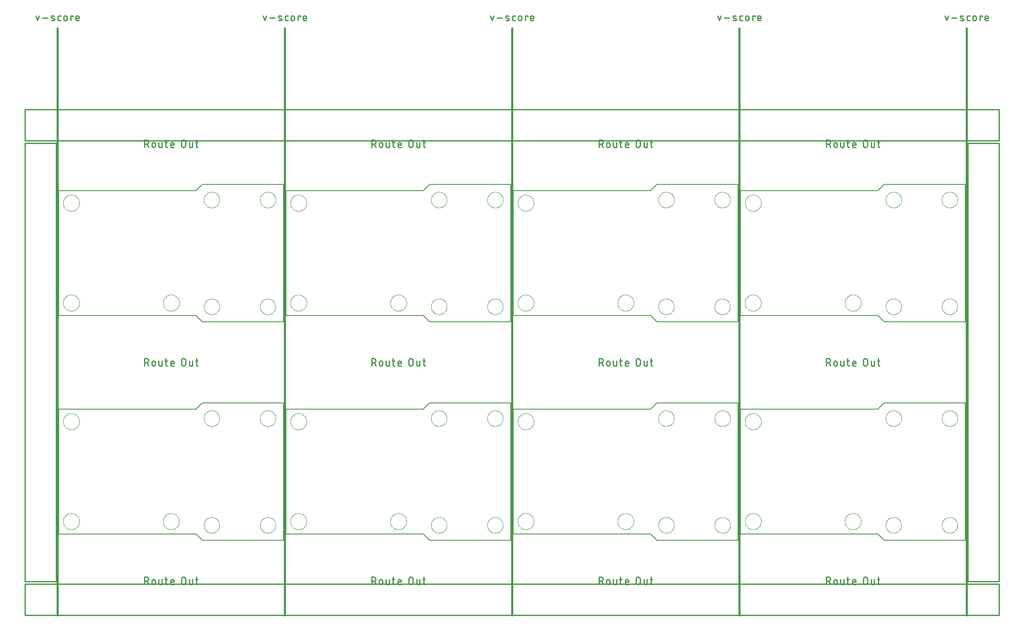
<source format=gko>
G04 EAGLE Gerber RS-274X export*
G75*
%MOMM*%
%FSLAX34Y34*%
%LPD*%
%IN*%
%IPPOS*%
%AMOC8*
5,1,8,0,0,1.08239X$1,22.5*%
G01*
%ADD10C,0.203200*%
%ADD11C,0.279400*%
%ADD12C,0.381000*%
%ADD13C,0.254000*%
%ADD14C,0.000000*%


D10*
X457200Y-76200D02*
X292100Y-76200D01*
X279400Y-63500D01*
X0Y-63500D01*
X0Y190500D01*
X279400Y190500D01*
X292100Y203200D01*
X457200Y203200D01*
X457200Y-76200D01*
D11*
X174104Y-151257D02*
X174104Y-166243D01*
X174104Y-151257D02*
X178267Y-151257D01*
X178395Y-151259D01*
X178523Y-151265D01*
X178651Y-151275D01*
X178779Y-151289D01*
X178906Y-151306D01*
X179032Y-151328D01*
X179158Y-151353D01*
X179282Y-151383D01*
X179406Y-151416D01*
X179529Y-151453D01*
X179651Y-151494D01*
X179771Y-151538D01*
X179890Y-151586D01*
X180007Y-151638D01*
X180123Y-151693D01*
X180236Y-151752D01*
X180349Y-151815D01*
X180459Y-151881D01*
X180566Y-151950D01*
X180672Y-152022D01*
X180776Y-152098D01*
X180877Y-152177D01*
X180976Y-152259D01*
X181072Y-152344D01*
X181165Y-152431D01*
X181256Y-152522D01*
X181343Y-152615D01*
X181428Y-152711D01*
X181510Y-152810D01*
X181589Y-152911D01*
X181665Y-153015D01*
X181737Y-153121D01*
X181806Y-153228D01*
X181872Y-153339D01*
X181935Y-153451D01*
X181994Y-153564D01*
X182049Y-153680D01*
X182101Y-153797D01*
X182149Y-153916D01*
X182193Y-154036D01*
X182234Y-154158D01*
X182271Y-154281D01*
X182304Y-154405D01*
X182334Y-154529D01*
X182359Y-154655D01*
X182381Y-154781D01*
X182398Y-154908D01*
X182412Y-155036D01*
X182422Y-155164D01*
X182428Y-155292D01*
X182430Y-155420D01*
X182428Y-155548D01*
X182422Y-155676D01*
X182412Y-155804D01*
X182398Y-155932D01*
X182381Y-156059D01*
X182359Y-156185D01*
X182334Y-156311D01*
X182304Y-156435D01*
X182271Y-156559D01*
X182234Y-156682D01*
X182193Y-156804D01*
X182149Y-156924D01*
X182101Y-157043D01*
X182049Y-157160D01*
X181994Y-157276D01*
X181935Y-157389D01*
X181872Y-157502D01*
X181806Y-157612D01*
X181737Y-157719D01*
X181665Y-157825D01*
X181589Y-157929D01*
X181510Y-158030D01*
X181428Y-158129D01*
X181343Y-158225D01*
X181256Y-158318D01*
X181165Y-158409D01*
X181072Y-158496D01*
X180976Y-158581D01*
X180877Y-158663D01*
X180776Y-158742D01*
X180672Y-158818D01*
X180566Y-158890D01*
X180459Y-158959D01*
X180349Y-159025D01*
X180236Y-159088D01*
X180123Y-159147D01*
X180007Y-159202D01*
X179890Y-159254D01*
X179771Y-159302D01*
X179651Y-159346D01*
X179529Y-159387D01*
X179406Y-159424D01*
X179282Y-159457D01*
X179158Y-159487D01*
X179032Y-159512D01*
X178906Y-159534D01*
X178779Y-159551D01*
X178651Y-159565D01*
X178523Y-159575D01*
X178395Y-159581D01*
X178267Y-159583D01*
X174104Y-159583D01*
X179099Y-159583D02*
X182429Y-166243D01*
X189388Y-162913D02*
X189388Y-159583D01*
X189390Y-159469D01*
X189396Y-159356D01*
X189405Y-159242D01*
X189419Y-159130D01*
X189436Y-159017D01*
X189458Y-158905D01*
X189483Y-158795D01*
X189511Y-158685D01*
X189544Y-158576D01*
X189580Y-158468D01*
X189620Y-158361D01*
X189664Y-158256D01*
X189711Y-158153D01*
X189761Y-158051D01*
X189815Y-157951D01*
X189873Y-157853D01*
X189934Y-157757D01*
X189997Y-157663D01*
X190065Y-157571D01*
X190135Y-157481D01*
X190208Y-157395D01*
X190284Y-157310D01*
X190363Y-157228D01*
X190445Y-157149D01*
X190530Y-157073D01*
X190616Y-157000D01*
X190706Y-156930D01*
X190798Y-156862D01*
X190892Y-156799D01*
X190988Y-156738D01*
X191086Y-156680D01*
X191186Y-156626D01*
X191288Y-156576D01*
X191391Y-156529D01*
X191496Y-156485D01*
X191603Y-156445D01*
X191711Y-156409D01*
X191820Y-156376D01*
X191930Y-156348D01*
X192040Y-156323D01*
X192152Y-156301D01*
X192265Y-156284D01*
X192377Y-156270D01*
X192491Y-156261D01*
X192604Y-156255D01*
X192718Y-156253D01*
X192832Y-156255D01*
X192945Y-156261D01*
X193059Y-156270D01*
X193171Y-156284D01*
X193284Y-156301D01*
X193396Y-156323D01*
X193506Y-156348D01*
X193616Y-156376D01*
X193725Y-156409D01*
X193833Y-156445D01*
X193940Y-156485D01*
X194045Y-156529D01*
X194148Y-156576D01*
X194250Y-156626D01*
X194350Y-156680D01*
X194448Y-156738D01*
X194544Y-156799D01*
X194638Y-156862D01*
X194730Y-156930D01*
X194820Y-157000D01*
X194906Y-157073D01*
X194991Y-157149D01*
X195073Y-157228D01*
X195152Y-157310D01*
X195228Y-157395D01*
X195301Y-157481D01*
X195371Y-157571D01*
X195439Y-157663D01*
X195502Y-157757D01*
X195563Y-157853D01*
X195621Y-157951D01*
X195675Y-158051D01*
X195725Y-158153D01*
X195772Y-158256D01*
X195816Y-158361D01*
X195856Y-158468D01*
X195892Y-158576D01*
X195925Y-158685D01*
X195953Y-158795D01*
X195978Y-158905D01*
X196000Y-159017D01*
X196017Y-159130D01*
X196031Y-159242D01*
X196040Y-159356D01*
X196046Y-159469D01*
X196048Y-159583D01*
X196048Y-162913D01*
X196046Y-163027D01*
X196040Y-163140D01*
X196031Y-163254D01*
X196017Y-163366D01*
X196000Y-163479D01*
X195978Y-163591D01*
X195953Y-163701D01*
X195925Y-163811D01*
X195892Y-163920D01*
X195856Y-164028D01*
X195816Y-164135D01*
X195772Y-164240D01*
X195725Y-164343D01*
X195675Y-164445D01*
X195621Y-164545D01*
X195563Y-164643D01*
X195502Y-164739D01*
X195439Y-164833D01*
X195371Y-164925D01*
X195301Y-165015D01*
X195228Y-165101D01*
X195152Y-165186D01*
X195073Y-165268D01*
X194991Y-165347D01*
X194906Y-165423D01*
X194820Y-165496D01*
X194730Y-165566D01*
X194638Y-165634D01*
X194544Y-165697D01*
X194448Y-165758D01*
X194350Y-165816D01*
X194250Y-165870D01*
X194148Y-165920D01*
X194045Y-165967D01*
X193940Y-166011D01*
X193833Y-166051D01*
X193725Y-166087D01*
X193616Y-166120D01*
X193506Y-166148D01*
X193396Y-166173D01*
X193284Y-166195D01*
X193171Y-166212D01*
X193059Y-166226D01*
X192945Y-166235D01*
X192832Y-166241D01*
X192718Y-166243D01*
X192604Y-166241D01*
X192491Y-166235D01*
X192377Y-166226D01*
X192265Y-166212D01*
X192152Y-166195D01*
X192040Y-166173D01*
X191930Y-166148D01*
X191820Y-166120D01*
X191711Y-166087D01*
X191603Y-166051D01*
X191496Y-166011D01*
X191391Y-165967D01*
X191288Y-165920D01*
X191186Y-165870D01*
X191086Y-165816D01*
X190988Y-165758D01*
X190892Y-165697D01*
X190798Y-165634D01*
X190706Y-165566D01*
X190616Y-165496D01*
X190530Y-165423D01*
X190445Y-165347D01*
X190363Y-165268D01*
X190284Y-165186D01*
X190208Y-165101D01*
X190135Y-165015D01*
X190065Y-164925D01*
X189997Y-164833D01*
X189934Y-164739D01*
X189873Y-164643D01*
X189815Y-164545D01*
X189761Y-164445D01*
X189711Y-164343D01*
X189664Y-164240D01*
X189620Y-164135D01*
X189580Y-164028D01*
X189544Y-163920D01*
X189511Y-163811D01*
X189483Y-163701D01*
X189458Y-163591D01*
X189436Y-163479D01*
X189419Y-163366D01*
X189405Y-163254D01*
X189396Y-163140D01*
X189390Y-163027D01*
X189388Y-162913D01*
X203456Y-163745D02*
X203456Y-156252D01*
X203455Y-163745D02*
X203457Y-163843D01*
X203463Y-163941D01*
X203472Y-164039D01*
X203486Y-164136D01*
X203503Y-164232D01*
X203524Y-164328D01*
X203549Y-164423D01*
X203577Y-164517D01*
X203609Y-164610D01*
X203645Y-164701D01*
X203684Y-164791D01*
X203727Y-164879D01*
X203774Y-164966D01*
X203823Y-165050D01*
X203876Y-165133D01*
X203932Y-165213D01*
X203991Y-165292D01*
X204054Y-165367D01*
X204119Y-165441D01*
X204187Y-165511D01*
X204257Y-165579D01*
X204331Y-165645D01*
X204407Y-165707D01*
X204485Y-165766D01*
X204565Y-165822D01*
X204648Y-165875D01*
X204732Y-165925D01*
X204819Y-165971D01*
X204907Y-166014D01*
X204997Y-166053D01*
X205088Y-166089D01*
X205181Y-166121D01*
X205275Y-166149D01*
X205370Y-166174D01*
X205466Y-166195D01*
X205562Y-166212D01*
X205659Y-166226D01*
X205757Y-166235D01*
X205855Y-166241D01*
X205953Y-166243D01*
X210116Y-166243D01*
X210116Y-156252D01*
X216097Y-156252D02*
X221092Y-156252D01*
X217762Y-151257D02*
X217762Y-163745D01*
X217764Y-163843D01*
X217770Y-163941D01*
X217779Y-164039D01*
X217793Y-164136D01*
X217810Y-164232D01*
X217831Y-164328D01*
X217856Y-164423D01*
X217884Y-164517D01*
X217916Y-164610D01*
X217952Y-164701D01*
X217991Y-164791D01*
X218034Y-164879D01*
X218081Y-164966D01*
X218130Y-165050D01*
X218183Y-165133D01*
X218239Y-165213D01*
X218298Y-165292D01*
X218361Y-165367D01*
X218426Y-165441D01*
X218494Y-165511D01*
X218564Y-165579D01*
X218638Y-165645D01*
X218714Y-165707D01*
X218792Y-165766D01*
X218872Y-165822D01*
X218955Y-165875D01*
X219039Y-165925D01*
X219126Y-165971D01*
X219214Y-166014D01*
X219304Y-166053D01*
X219395Y-166089D01*
X219488Y-166121D01*
X219582Y-166149D01*
X219677Y-166174D01*
X219773Y-166195D01*
X219869Y-166212D01*
X219966Y-166226D01*
X220064Y-166235D01*
X220162Y-166241D01*
X220260Y-166243D01*
X221092Y-166243D01*
X229921Y-166243D02*
X234084Y-166243D01*
X229921Y-166243D02*
X229823Y-166241D01*
X229725Y-166235D01*
X229627Y-166226D01*
X229530Y-166212D01*
X229434Y-166195D01*
X229338Y-166174D01*
X229243Y-166149D01*
X229149Y-166121D01*
X229056Y-166089D01*
X228965Y-166053D01*
X228875Y-166014D01*
X228787Y-165971D01*
X228700Y-165924D01*
X228616Y-165875D01*
X228533Y-165822D01*
X228453Y-165766D01*
X228375Y-165707D01*
X228299Y-165645D01*
X228225Y-165579D01*
X228155Y-165511D01*
X228087Y-165441D01*
X228022Y-165367D01*
X227959Y-165292D01*
X227900Y-165213D01*
X227844Y-165133D01*
X227791Y-165050D01*
X227742Y-164966D01*
X227695Y-164879D01*
X227652Y-164791D01*
X227613Y-164701D01*
X227577Y-164610D01*
X227545Y-164517D01*
X227517Y-164423D01*
X227492Y-164328D01*
X227471Y-164232D01*
X227454Y-164136D01*
X227440Y-164039D01*
X227431Y-163941D01*
X227425Y-163843D01*
X227423Y-163745D01*
X227424Y-163745D02*
X227424Y-159583D01*
X227426Y-159469D01*
X227432Y-159356D01*
X227441Y-159242D01*
X227455Y-159130D01*
X227472Y-159017D01*
X227494Y-158905D01*
X227519Y-158795D01*
X227547Y-158685D01*
X227580Y-158576D01*
X227616Y-158468D01*
X227656Y-158361D01*
X227700Y-158256D01*
X227747Y-158153D01*
X227797Y-158051D01*
X227851Y-157951D01*
X227909Y-157853D01*
X227970Y-157757D01*
X228033Y-157663D01*
X228101Y-157571D01*
X228171Y-157481D01*
X228244Y-157395D01*
X228320Y-157310D01*
X228399Y-157228D01*
X228481Y-157149D01*
X228566Y-157073D01*
X228652Y-157000D01*
X228742Y-156930D01*
X228834Y-156862D01*
X228928Y-156799D01*
X229024Y-156738D01*
X229122Y-156680D01*
X229222Y-156626D01*
X229324Y-156576D01*
X229427Y-156529D01*
X229532Y-156485D01*
X229639Y-156445D01*
X229747Y-156409D01*
X229856Y-156376D01*
X229966Y-156348D01*
X230076Y-156323D01*
X230188Y-156301D01*
X230301Y-156284D01*
X230413Y-156270D01*
X230527Y-156261D01*
X230640Y-156255D01*
X230754Y-156253D01*
X230868Y-156255D01*
X230981Y-156261D01*
X231095Y-156270D01*
X231207Y-156284D01*
X231320Y-156301D01*
X231432Y-156323D01*
X231542Y-156348D01*
X231652Y-156376D01*
X231761Y-156409D01*
X231869Y-156445D01*
X231976Y-156485D01*
X232081Y-156529D01*
X232184Y-156576D01*
X232286Y-156626D01*
X232386Y-156680D01*
X232484Y-156738D01*
X232580Y-156799D01*
X232674Y-156862D01*
X232766Y-156930D01*
X232856Y-157000D01*
X232942Y-157073D01*
X233027Y-157149D01*
X233109Y-157228D01*
X233188Y-157310D01*
X233264Y-157395D01*
X233337Y-157481D01*
X233407Y-157571D01*
X233475Y-157663D01*
X233538Y-157757D01*
X233599Y-157853D01*
X233657Y-157951D01*
X233711Y-158051D01*
X233761Y-158153D01*
X233808Y-158256D01*
X233852Y-158361D01*
X233892Y-158468D01*
X233928Y-158576D01*
X233961Y-158685D01*
X233989Y-158795D01*
X234014Y-158905D01*
X234036Y-159017D01*
X234053Y-159130D01*
X234067Y-159242D01*
X234076Y-159356D01*
X234082Y-159469D01*
X234084Y-159583D01*
X234084Y-161248D01*
X227424Y-161248D01*
X249517Y-162080D02*
X249517Y-155420D01*
X249519Y-155292D01*
X249525Y-155164D01*
X249535Y-155036D01*
X249549Y-154908D01*
X249566Y-154781D01*
X249588Y-154655D01*
X249613Y-154529D01*
X249643Y-154405D01*
X249676Y-154281D01*
X249713Y-154158D01*
X249754Y-154036D01*
X249798Y-153916D01*
X249846Y-153797D01*
X249898Y-153680D01*
X249953Y-153564D01*
X250012Y-153451D01*
X250075Y-153339D01*
X250141Y-153228D01*
X250210Y-153121D01*
X250282Y-153015D01*
X250358Y-152911D01*
X250437Y-152810D01*
X250519Y-152711D01*
X250604Y-152615D01*
X250691Y-152522D01*
X250782Y-152431D01*
X250875Y-152344D01*
X250971Y-152259D01*
X251070Y-152177D01*
X251171Y-152098D01*
X251275Y-152022D01*
X251381Y-151950D01*
X251488Y-151881D01*
X251599Y-151815D01*
X251711Y-151752D01*
X251824Y-151693D01*
X251940Y-151638D01*
X252057Y-151586D01*
X252176Y-151538D01*
X252296Y-151494D01*
X252418Y-151453D01*
X252541Y-151416D01*
X252665Y-151383D01*
X252789Y-151353D01*
X252915Y-151328D01*
X253041Y-151306D01*
X253168Y-151289D01*
X253296Y-151275D01*
X253424Y-151265D01*
X253552Y-151259D01*
X253680Y-151257D01*
X253808Y-151259D01*
X253936Y-151265D01*
X254064Y-151275D01*
X254192Y-151289D01*
X254319Y-151306D01*
X254445Y-151328D01*
X254571Y-151353D01*
X254695Y-151383D01*
X254819Y-151416D01*
X254942Y-151453D01*
X255064Y-151494D01*
X255184Y-151538D01*
X255303Y-151586D01*
X255420Y-151638D01*
X255536Y-151693D01*
X255649Y-151752D01*
X255762Y-151815D01*
X255872Y-151881D01*
X255979Y-151950D01*
X256085Y-152022D01*
X256189Y-152098D01*
X256290Y-152177D01*
X256389Y-152259D01*
X256485Y-152344D01*
X256578Y-152431D01*
X256669Y-152522D01*
X256756Y-152615D01*
X256841Y-152711D01*
X256923Y-152810D01*
X257002Y-152911D01*
X257078Y-153015D01*
X257150Y-153121D01*
X257219Y-153228D01*
X257285Y-153339D01*
X257348Y-153451D01*
X257407Y-153564D01*
X257462Y-153680D01*
X257514Y-153797D01*
X257562Y-153916D01*
X257606Y-154036D01*
X257647Y-154158D01*
X257684Y-154281D01*
X257717Y-154405D01*
X257747Y-154529D01*
X257772Y-154655D01*
X257794Y-154781D01*
X257811Y-154908D01*
X257825Y-155036D01*
X257835Y-155164D01*
X257841Y-155292D01*
X257843Y-155420D01*
X257842Y-155420D02*
X257842Y-162080D01*
X257843Y-162080D02*
X257841Y-162208D01*
X257835Y-162336D01*
X257825Y-162464D01*
X257811Y-162592D01*
X257794Y-162719D01*
X257772Y-162845D01*
X257747Y-162971D01*
X257717Y-163095D01*
X257684Y-163219D01*
X257647Y-163342D01*
X257606Y-163464D01*
X257562Y-163584D01*
X257514Y-163703D01*
X257462Y-163820D01*
X257407Y-163936D01*
X257348Y-164049D01*
X257285Y-164162D01*
X257219Y-164272D01*
X257150Y-164379D01*
X257078Y-164485D01*
X257002Y-164589D01*
X256923Y-164690D01*
X256841Y-164789D01*
X256756Y-164885D01*
X256669Y-164978D01*
X256578Y-165069D01*
X256485Y-165156D01*
X256389Y-165241D01*
X256290Y-165323D01*
X256189Y-165402D01*
X256085Y-165478D01*
X255979Y-165550D01*
X255872Y-165619D01*
X255761Y-165685D01*
X255649Y-165748D01*
X255536Y-165807D01*
X255420Y-165862D01*
X255303Y-165914D01*
X255184Y-165962D01*
X255064Y-166006D01*
X254942Y-166047D01*
X254819Y-166084D01*
X254695Y-166117D01*
X254571Y-166147D01*
X254445Y-166172D01*
X254319Y-166194D01*
X254192Y-166211D01*
X254064Y-166225D01*
X253936Y-166235D01*
X253808Y-166241D01*
X253680Y-166243D01*
X253552Y-166241D01*
X253424Y-166235D01*
X253296Y-166225D01*
X253168Y-166211D01*
X253041Y-166194D01*
X252915Y-166172D01*
X252789Y-166147D01*
X252665Y-166117D01*
X252541Y-166084D01*
X252418Y-166047D01*
X252296Y-166006D01*
X252176Y-165962D01*
X252057Y-165914D01*
X251940Y-165862D01*
X251824Y-165807D01*
X251711Y-165748D01*
X251599Y-165685D01*
X251488Y-165619D01*
X251381Y-165550D01*
X251275Y-165478D01*
X251171Y-165402D01*
X251070Y-165323D01*
X250971Y-165241D01*
X250875Y-165156D01*
X250782Y-165069D01*
X250691Y-164978D01*
X250604Y-164885D01*
X250519Y-164789D01*
X250437Y-164690D01*
X250358Y-164589D01*
X250282Y-164485D01*
X250210Y-164379D01*
X250141Y-164272D01*
X250075Y-164162D01*
X250012Y-164049D01*
X249953Y-163936D01*
X249898Y-163820D01*
X249846Y-163703D01*
X249798Y-163584D01*
X249754Y-163464D01*
X249713Y-163342D01*
X249676Y-163219D01*
X249643Y-163095D01*
X249613Y-162971D01*
X249588Y-162845D01*
X249566Y-162719D01*
X249549Y-162592D01*
X249535Y-162464D01*
X249525Y-162336D01*
X249519Y-162208D01*
X249517Y-162080D01*
X265459Y-163745D02*
X265459Y-156252D01*
X265459Y-163745D02*
X265461Y-163843D01*
X265467Y-163941D01*
X265476Y-164039D01*
X265490Y-164136D01*
X265507Y-164232D01*
X265528Y-164328D01*
X265553Y-164423D01*
X265581Y-164517D01*
X265613Y-164610D01*
X265649Y-164701D01*
X265688Y-164791D01*
X265731Y-164879D01*
X265778Y-164966D01*
X265827Y-165050D01*
X265880Y-165133D01*
X265936Y-165213D01*
X265995Y-165292D01*
X266058Y-165367D01*
X266123Y-165441D01*
X266191Y-165511D01*
X266261Y-165579D01*
X266335Y-165645D01*
X266411Y-165707D01*
X266489Y-165766D01*
X266569Y-165822D01*
X266652Y-165875D01*
X266736Y-165925D01*
X266823Y-165971D01*
X266911Y-166014D01*
X267001Y-166053D01*
X267092Y-166089D01*
X267185Y-166121D01*
X267279Y-166149D01*
X267374Y-166174D01*
X267470Y-166195D01*
X267566Y-166212D01*
X267663Y-166226D01*
X267761Y-166235D01*
X267859Y-166241D01*
X267957Y-166243D01*
X272120Y-166243D01*
X272120Y-156252D01*
X278101Y-156252D02*
X283096Y-156252D01*
X279766Y-151257D02*
X279766Y-163745D01*
X279765Y-163745D02*
X279767Y-163843D01*
X279773Y-163941D01*
X279782Y-164039D01*
X279796Y-164136D01*
X279813Y-164232D01*
X279834Y-164328D01*
X279859Y-164423D01*
X279887Y-164517D01*
X279919Y-164610D01*
X279955Y-164701D01*
X279994Y-164791D01*
X280037Y-164879D01*
X280084Y-164966D01*
X280133Y-165050D01*
X280186Y-165133D01*
X280242Y-165213D01*
X280301Y-165292D01*
X280364Y-165367D01*
X280429Y-165441D01*
X280497Y-165511D01*
X280567Y-165579D01*
X280641Y-165645D01*
X280717Y-165707D01*
X280795Y-165766D01*
X280875Y-165822D01*
X280958Y-165875D01*
X281042Y-165925D01*
X281129Y-165971D01*
X281217Y-166014D01*
X281307Y-166053D01*
X281398Y-166089D01*
X281491Y-166121D01*
X281585Y-166149D01*
X281680Y-166174D01*
X281776Y-166195D01*
X281872Y-166212D01*
X281969Y-166226D01*
X282067Y-166235D01*
X282165Y-166241D01*
X282263Y-166243D01*
X282264Y-166243D02*
X283096Y-166243D01*
D10*
X754380Y-76200D02*
X919480Y-76200D01*
X754380Y-76200D02*
X741680Y-63500D01*
X462280Y-63500D01*
X462280Y190500D01*
X741680Y190500D01*
X754380Y203200D01*
X919480Y203200D01*
X919480Y-76200D01*
D11*
X636384Y-151257D02*
X636384Y-166243D01*
X636384Y-151257D02*
X640547Y-151257D01*
X640675Y-151259D01*
X640803Y-151265D01*
X640931Y-151275D01*
X641059Y-151289D01*
X641186Y-151306D01*
X641312Y-151328D01*
X641438Y-151353D01*
X641562Y-151383D01*
X641686Y-151416D01*
X641809Y-151453D01*
X641931Y-151494D01*
X642051Y-151538D01*
X642170Y-151586D01*
X642287Y-151638D01*
X642403Y-151693D01*
X642516Y-151752D01*
X642629Y-151815D01*
X642739Y-151881D01*
X642846Y-151950D01*
X642952Y-152022D01*
X643056Y-152098D01*
X643157Y-152177D01*
X643256Y-152259D01*
X643352Y-152344D01*
X643445Y-152431D01*
X643536Y-152522D01*
X643623Y-152615D01*
X643708Y-152711D01*
X643790Y-152810D01*
X643869Y-152911D01*
X643945Y-153015D01*
X644017Y-153121D01*
X644086Y-153228D01*
X644152Y-153339D01*
X644215Y-153451D01*
X644274Y-153564D01*
X644329Y-153680D01*
X644381Y-153797D01*
X644429Y-153916D01*
X644473Y-154036D01*
X644514Y-154158D01*
X644551Y-154281D01*
X644584Y-154405D01*
X644614Y-154529D01*
X644639Y-154655D01*
X644661Y-154781D01*
X644678Y-154908D01*
X644692Y-155036D01*
X644702Y-155164D01*
X644708Y-155292D01*
X644710Y-155420D01*
X644708Y-155548D01*
X644702Y-155676D01*
X644692Y-155804D01*
X644678Y-155932D01*
X644661Y-156059D01*
X644639Y-156185D01*
X644614Y-156311D01*
X644584Y-156435D01*
X644551Y-156559D01*
X644514Y-156682D01*
X644473Y-156804D01*
X644429Y-156924D01*
X644381Y-157043D01*
X644329Y-157160D01*
X644274Y-157276D01*
X644215Y-157389D01*
X644152Y-157502D01*
X644086Y-157612D01*
X644017Y-157719D01*
X643945Y-157825D01*
X643869Y-157929D01*
X643790Y-158030D01*
X643708Y-158129D01*
X643623Y-158225D01*
X643536Y-158318D01*
X643445Y-158409D01*
X643352Y-158496D01*
X643256Y-158581D01*
X643157Y-158663D01*
X643056Y-158742D01*
X642952Y-158818D01*
X642846Y-158890D01*
X642739Y-158959D01*
X642629Y-159025D01*
X642516Y-159088D01*
X642403Y-159147D01*
X642287Y-159202D01*
X642170Y-159254D01*
X642051Y-159302D01*
X641931Y-159346D01*
X641809Y-159387D01*
X641686Y-159424D01*
X641562Y-159457D01*
X641438Y-159487D01*
X641312Y-159512D01*
X641186Y-159534D01*
X641059Y-159551D01*
X640931Y-159565D01*
X640803Y-159575D01*
X640675Y-159581D01*
X640547Y-159583D01*
X636384Y-159583D01*
X641379Y-159583D02*
X644709Y-166243D01*
X651668Y-162913D02*
X651668Y-159583D01*
X651670Y-159469D01*
X651676Y-159356D01*
X651685Y-159242D01*
X651699Y-159130D01*
X651716Y-159017D01*
X651738Y-158905D01*
X651763Y-158795D01*
X651791Y-158685D01*
X651824Y-158576D01*
X651860Y-158468D01*
X651900Y-158361D01*
X651944Y-158256D01*
X651991Y-158153D01*
X652041Y-158051D01*
X652095Y-157951D01*
X652153Y-157853D01*
X652214Y-157757D01*
X652277Y-157663D01*
X652345Y-157571D01*
X652415Y-157481D01*
X652488Y-157395D01*
X652564Y-157310D01*
X652643Y-157228D01*
X652725Y-157149D01*
X652810Y-157073D01*
X652896Y-157000D01*
X652986Y-156930D01*
X653078Y-156862D01*
X653172Y-156799D01*
X653268Y-156738D01*
X653366Y-156680D01*
X653466Y-156626D01*
X653568Y-156576D01*
X653671Y-156529D01*
X653776Y-156485D01*
X653883Y-156445D01*
X653991Y-156409D01*
X654100Y-156376D01*
X654210Y-156348D01*
X654320Y-156323D01*
X654432Y-156301D01*
X654545Y-156284D01*
X654657Y-156270D01*
X654771Y-156261D01*
X654884Y-156255D01*
X654998Y-156253D01*
X655112Y-156255D01*
X655225Y-156261D01*
X655339Y-156270D01*
X655451Y-156284D01*
X655564Y-156301D01*
X655676Y-156323D01*
X655786Y-156348D01*
X655896Y-156376D01*
X656005Y-156409D01*
X656113Y-156445D01*
X656220Y-156485D01*
X656325Y-156529D01*
X656428Y-156576D01*
X656530Y-156626D01*
X656630Y-156680D01*
X656728Y-156738D01*
X656824Y-156799D01*
X656918Y-156862D01*
X657010Y-156930D01*
X657100Y-157000D01*
X657186Y-157073D01*
X657271Y-157149D01*
X657353Y-157228D01*
X657432Y-157310D01*
X657508Y-157395D01*
X657581Y-157481D01*
X657651Y-157571D01*
X657719Y-157663D01*
X657782Y-157757D01*
X657843Y-157853D01*
X657901Y-157951D01*
X657955Y-158051D01*
X658005Y-158153D01*
X658052Y-158256D01*
X658096Y-158361D01*
X658136Y-158468D01*
X658172Y-158576D01*
X658205Y-158685D01*
X658233Y-158795D01*
X658258Y-158905D01*
X658280Y-159017D01*
X658297Y-159130D01*
X658311Y-159242D01*
X658320Y-159356D01*
X658326Y-159469D01*
X658328Y-159583D01*
X658328Y-162913D01*
X658326Y-163027D01*
X658320Y-163140D01*
X658311Y-163254D01*
X658297Y-163366D01*
X658280Y-163479D01*
X658258Y-163591D01*
X658233Y-163701D01*
X658205Y-163811D01*
X658172Y-163920D01*
X658136Y-164028D01*
X658096Y-164135D01*
X658052Y-164240D01*
X658005Y-164343D01*
X657955Y-164445D01*
X657901Y-164545D01*
X657843Y-164643D01*
X657782Y-164739D01*
X657719Y-164833D01*
X657651Y-164925D01*
X657581Y-165015D01*
X657508Y-165101D01*
X657432Y-165186D01*
X657353Y-165268D01*
X657271Y-165347D01*
X657186Y-165423D01*
X657100Y-165496D01*
X657010Y-165566D01*
X656918Y-165634D01*
X656824Y-165697D01*
X656728Y-165758D01*
X656630Y-165816D01*
X656530Y-165870D01*
X656428Y-165920D01*
X656325Y-165967D01*
X656220Y-166011D01*
X656113Y-166051D01*
X656005Y-166087D01*
X655896Y-166120D01*
X655786Y-166148D01*
X655676Y-166173D01*
X655564Y-166195D01*
X655451Y-166212D01*
X655339Y-166226D01*
X655225Y-166235D01*
X655112Y-166241D01*
X654998Y-166243D01*
X654884Y-166241D01*
X654771Y-166235D01*
X654657Y-166226D01*
X654545Y-166212D01*
X654432Y-166195D01*
X654320Y-166173D01*
X654210Y-166148D01*
X654100Y-166120D01*
X653991Y-166087D01*
X653883Y-166051D01*
X653776Y-166011D01*
X653671Y-165967D01*
X653568Y-165920D01*
X653466Y-165870D01*
X653366Y-165816D01*
X653268Y-165758D01*
X653172Y-165697D01*
X653078Y-165634D01*
X652986Y-165566D01*
X652896Y-165496D01*
X652810Y-165423D01*
X652725Y-165347D01*
X652643Y-165268D01*
X652564Y-165186D01*
X652488Y-165101D01*
X652415Y-165015D01*
X652345Y-164925D01*
X652277Y-164833D01*
X652214Y-164739D01*
X652153Y-164643D01*
X652095Y-164545D01*
X652041Y-164445D01*
X651991Y-164343D01*
X651944Y-164240D01*
X651900Y-164135D01*
X651860Y-164028D01*
X651824Y-163920D01*
X651791Y-163811D01*
X651763Y-163701D01*
X651738Y-163591D01*
X651716Y-163479D01*
X651699Y-163366D01*
X651685Y-163254D01*
X651676Y-163140D01*
X651670Y-163027D01*
X651668Y-162913D01*
X665736Y-163745D02*
X665736Y-156252D01*
X665735Y-163745D02*
X665737Y-163843D01*
X665743Y-163941D01*
X665752Y-164039D01*
X665766Y-164136D01*
X665783Y-164232D01*
X665804Y-164328D01*
X665829Y-164423D01*
X665857Y-164517D01*
X665889Y-164610D01*
X665925Y-164701D01*
X665964Y-164791D01*
X666007Y-164879D01*
X666054Y-164966D01*
X666103Y-165050D01*
X666156Y-165133D01*
X666212Y-165213D01*
X666271Y-165292D01*
X666334Y-165367D01*
X666399Y-165441D01*
X666467Y-165511D01*
X666537Y-165579D01*
X666611Y-165645D01*
X666687Y-165707D01*
X666765Y-165766D01*
X666845Y-165822D01*
X666928Y-165875D01*
X667012Y-165925D01*
X667099Y-165971D01*
X667187Y-166014D01*
X667277Y-166053D01*
X667368Y-166089D01*
X667461Y-166121D01*
X667555Y-166149D01*
X667650Y-166174D01*
X667746Y-166195D01*
X667842Y-166212D01*
X667939Y-166226D01*
X668037Y-166235D01*
X668135Y-166241D01*
X668233Y-166243D01*
X672396Y-166243D01*
X672396Y-156252D01*
X678377Y-156252D02*
X683372Y-156252D01*
X680042Y-151257D02*
X680042Y-163745D01*
X680044Y-163843D01*
X680050Y-163941D01*
X680059Y-164039D01*
X680073Y-164136D01*
X680090Y-164232D01*
X680111Y-164328D01*
X680136Y-164423D01*
X680164Y-164517D01*
X680196Y-164610D01*
X680232Y-164701D01*
X680271Y-164791D01*
X680314Y-164879D01*
X680361Y-164966D01*
X680410Y-165050D01*
X680463Y-165133D01*
X680519Y-165213D01*
X680578Y-165292D01*
X680641Y-165367D01*
X680706Y-165441D01*
X680774Y-165511D01*
X680844Y-165579D01*
X680918Y-165645D01*
X680994Y-165707D01*
X681072Y-165766D01*
X681152Y-165822D01*
X681235Y-165875D01*
X681319Y-165925D01*
X681406Y-165971D01*
X681494Y-166014D01*
X681584Y-166053D01*
X681675Y-166089D01*
X681768Y-166121D01*
X681862Y-166149D01*
X681957Y-166174D01*
X682053Y-166195D01*
X682149Y-166212D01*
X682246Y-166226D01*
X682344Y-166235D01*
X682442Y-166241D01*
X682540Y-166243D01*
X683372Y-166243D01*
X692201Y-166243D02*
X696364Y-166243D01*
X692201Y-166243D02*
X692103Y-166241D01*
X692005Y-166235D01*
X691907Y-166226D01*
X691810Y-166212D01*
X691714Y-166195D01*
X691618Y-166174D01*
X691523Y-166149D01*
X691429Y-166121D01*
X691336Y-166089D01*
X691245Y-166053D01*
X691155Y-166014D01*
X691067Y-165971D01*
X690980Y-165924D01*
X690896Y-165875D01*
X690813Y-165822D01*
X690733Y-165766D01*
X690655Y-165707D01*
X690579Y-165645D01*
X690505Y-165579D01*
X690435Y-165511D01*
X690367Y-165441D01*
X690302Y-165367D01*
X690239Y-165292D01*
X690180Y-165213D01*
X690124Y-165133D01*
X690071Y-165050D01*
X690022Y-164966D01*
X689975Y-164879D01*
X689932Y-164791D01*
X689893Y-164701D01*
X689857Y-164610D01*
X689825Y-164517D01*
X689797Y-164423D01*
X689772Y-164328D01*
X689751Y-164232D01*
X689734Y-164136D01*
X689720Y-164039D01*
X689711Y-163941D01*
X689705Y-163843D01*
X689703Y-163745D01*
X689704Y-163745D02*
X689704Y-159583D01*
X689706Y-159469D01*
X689712Y-159356D01*
X689721Y-159242D01*
X689735Y-159130D01*
X689752Y-159017D01*
X689774Y-158905D01*
X689799Y-158795D01*
X689827Y-158685D01*
X689860Y-158576D01*
X689896Y-158468D01*
X689936Y-158361D01*
X689980Y-158256D01*
X690027Y-158153D01*
X690077Y-158051D01*
X690131Y-157951D01*
X690189Y-157853D01*
X690250Y-157757D01*
X690313Y-157663D01*
X690381Y-157571D01*
X690451Y-157481D01*
X690524Y-157395D01*
X690600Y-157310D01*
X690679Y-157228D01*
X690761Y-157149D01*
X690846Y-157073D01*
X690932Y-157000D01*
X691022Y-156930D01*
X691114Y-156862D01*
X691208Y-156799D01*
X691304Y-156738D01*
X691402Y-156680D01*
X691502Y-156626D01*
X691604Y-156576D01*
X691707Y-156529D01*
X691812Y-156485D01*
X691919Y-156445D01*
X692027Y-156409D01*
X692136Y-156376D01*
X692246Y-156348D01*
X692356Y-156323D01*
X692468Y-156301D01*
X692581Y-156284D01*
X692693Y-156270D01*
X692807Y-156261D01*
X692920Y-156255D01*
X693034Y-156253D01*
X693148Y-156255D01*
X693261Y-156261D01*
X693375Y-156270D01*
X693487Y-156284D01*
X693600Y-156301D01*
X693712Y-156323D01*
X693822Y-156348D01*
X693932Y-156376D01*
X694041Y-156409D01*
X694149Y-156445D01*
X694256Y-156485D01*
X694361Y-156529D01*
X694464Y-156576D01*
X694566Y-156626D01*
X694666Y-156680D01*
X694764Y-156738D01*
X694860Y-156799D01*
X694954Y-156862D01*
X695046Y-156930D01*
X695136Y-157000D01*
X695222Y-157073D01*
X695307Y-157149D01*
X695389Y-157228D01*
X695468Y-157310D01*
X695544Y-157395D01*
X695617Y-157481D01*
X695687Y-157571D01*
X695755Y-157663D01*
X695818Y-157757D01*
X695879Y-157853D01*
X695937Y-157951D01*
X695991Y-158051D01*
X696041Y-158153D01*
X696088Y-158256D01*
X696132Y-158361D01*
X696172Y-158468D01*
X696208Y-158576D01*
X696241Y-158685D01*
X696269Y-158795D01*
X696294Y-158905D01*
X696316Y-159017D01*
X696333Y-159130D01*
X696347Y-159242D01*
X696356Y-159356D01*
X696362Y-159469D01*
X696364Y-159583D01*
X696364Y-161248D01*
X689704Y-161248D01*
X711797Y-162080D02*
X711797Y-155420D01*
X711799Y-155292D01*
X711805Y-155164D01*
X711815Y-155036D01*
X711829Y-154908D01*
X711846Y-154781D01*
X711868Y-154655D01*
X711893Y-154529D01*
X711923Y-154405D01*
X711956Y-154281D01*
X711993Y-154158D01*
X712034Y-154036D01*
X712078Y-153916D01*
X712126Y-153797D01*
X712178Y-153680D01*
X712233Y-153564D01*
X712292Y-153451D01*
X712355Y-153339D01*
X712421Y-153228D01*
X712490Y-153121D01*
X712562Y-153015D01*
X712638Y-152911D01*
X712717Y-152810D01*
X712799Y-152711D01*
X712884Y-152615D01*
X712971Y-152522D01*
X713062Y-152431D01*
X713155Y-152344D01*
X713251Y-152259D01*
X713350Y-152177D01*
X713451Y-152098D01*
X713555Y-152022D01*
X713661Y-151950D01*
X713768Y-151881D01*
X713879Y-151815D01*
X713991Y-151752D01*
X714104Y-151693D01*
X714220Y-151638D01*
X714337Y-151586D01*
X714456Y-151538D01*
X714576Y-151494D01*
X714698Y-151453D01*
X714821Y-151416D01*
X714945Y-151383D01*
X715069Y-151353D01*
X715195Y-151328D01*
X715321Y-151306D01*
X715448Y-151289D01*
X715576Y-151275D01*
X715704Y-151265D01*
X715832Y-151259D01*
X715960Y-151257D01*
X716088Y-151259D01*
X716216Y-151265D01*
X716344Y-151275D01*
X716472Y-151289D01*
X716599Y-151306D01*
X716725Y-151328D01*
X716851Y-151353D01*
X716975Y-151383D01*
X717099Y-151416D01*
X717222Y-151453D01*
X717344Y-151494D01*
X717464Y-151538D01*
X717583Y-151586D01*
X717700Y-151638D01*
X717816Y-151693D01*
X717929Y-151752D01*
X718042Y-151815D01*
X718152Y-151881D01*
X718259Y-151950D01*
X718365Y-152022D01*
X718469Y-152098D01*
X718570Y-152177D01*
X718669Y-152259D01*
X718765Y-152344D01*
X718858Y-152431D01*
X718949Y-152522D01*
X719036Y-152615D01*
X719121Y-152711D01*
X719203Y-152810D01*
X719282Y-152911D01*
X719358Y-153015D01*
X719430Y-153121D01*
X719499Y-153228D01*
X719565Y-153339D01*
X719628Y-153451D01*
X719687Y-153564D01*
X719742Y-153680D01*
X719794Y-153797D01*
X719842Y-153916D01*
X719886Y-154036D01*
X719927Y-154158D01*
X719964Y-154281D01*
X719997Y-154405D01*
X720027Y-154529D01*
X720052Y-154655D01*
X720074Y-154781D01*
X720091Y-154908D01*
X720105Y-155036D01*
X720115Y-155164D01*
X720121Y-155292D01*
X720123Y-155420D01*
X720122Y-155420D02*
X720122Y-162080D01*
X720123Y-162080D02*
X720121Y-162208D01*
X720115Y-162336D01*
X720105Y-162464D01*
X720091Y-162592D01*
X720074Y-162719D01*
X720052Y-162845D01*
X720027Y-162971D01*
X719997Y-163095D01*
X719964Y-163219D01*
X719927Y-163342D01*
X719886Y-163464D01*
X719842Y-163584D01*
X719794Y-163703D01*
X719742Y-163820D01*
X719687Y-163936D01*
X719628Y-164049D01*
X719565Y-164162D01*
X719499Y-164272D01*
X719430Y-164379D01*
X719358Y-164485D01*
X719282Y-164589D01*
X719203Y-164690D01*
X719121Y-164789D01*
X719036Y-164885D01*
X718949Y-164978D01*
X718858Y-165069D01*
X718765Y-165156D01*
X718669Y-165241D01*
X718570Y-165323D01*
X718469Y-165402D01*
X718365Y-165478D01*
X718259Y-165550D01*
X718152Y-165619D01*
X718042Y-165685D01*
X717929Y-165748D01*
X717816Y-165807D01*
X717700Y-165862D01*
X717583Y-165914D01*
X717464Y-165962D01*
X717344Y-166006D01*
X717222Y-166047D01*
X717099Y-166084D01*
X716975Y-166117D01*
X716851Y-166147D01*
X716725Y-166172D01*
X716599Y-166194D01*
X716472Y-166211D01*
X716344Y-166225D01*
X716216Y-166235D01*
X716088Y-166241D01*
X715960Y-166243D01*
X715832Y-166241D01*
X715704Y-166235D01*
X715576Y-166225D01*
X715448Y-166211D01*
X715321Y-166194D01*
X715195Y-166172D01*
X715069Y-166147D01*
X714945Y-166117D01*
X714821Y-166084D01*
X714698Y-166047D01*
X714576Y-166006D01*
X714456Y-165962D01*
X714337Y-165914D01*
X714220Y-165862D01*
X714104Y-165807D01*
X713991Y-165748D01*
X713879Y-165685D01*
X713768Y-165619D01*
X713661Y-165550D01*
X713555Y-165478D01*
X713451Y-165402D01*
X713350Y-165323D01*
X713251Y-165241D01*
X713155Y-165156D01*
X713062Y-165069D01*
X712971Y-164978D01*
X712884Y-164885D01*
X712799Y-164789D01*
X712717Y-164690D01*
X712638Y-164589D01*
X712562Y-164485D01*
X712490Y-164379D01*
X712421Y-164272D01*
X712355Y-164162D01*
X712292Y-164049D01*
X712233Y-163936D01*
X712178Y-163820D01*
X712126Y-163703D01*
X712078Y-163584D01*
X712034Y-163464D01*
X711993Y-163342D01*
X711956Y-163219D01*
X711923Y-163095D01*
X711893Y-162971D01*
X711868Y-162845D01*
X711846Y-162719D01*
X711829Y-162592D01*
X711815Y-162464D01*
X711805Y-162336D01*
X711799Y-162208D01*
X711797Y-162080D01*
X727739Y-163745D02*
X727739Y-156252D01*
X727739Y-163745D02*
X727741Y-163843D01*
X727747Y-163941D01*
X727756Y-164039D01*
X727770Y-164136D01*
X727787Y-164232D01*
X727808Y-164328D01*
X727833Y-164423D01*
X727861Y-164517D01*
X727893Y-164610D01*
X727929Y-164701D01*
X727968Y-164791D01*
X728011Y-164879D01*
X728058Y-164966D01*
X728107Y-165050D01*
X728160Y-165133D01*
X728216Y-165213D01*
X728275Y-165292D01*
X728338Y-165367D01*
X728403Y-165441D01*
X728471Y-165511D01*
X728541Y-165579D01*
X728615Y-165645D01*
X728691Y-165707D01*
X728769Y-165766D01*
X728849Y-165822D01*
X728932Y-165875D01*
X729016Y-165925D01*
X729103Y-165971D01*
X729191Y-166014D01*
X729281Y-166053D01*
X729372Y-166089D01*
X729465Y-166121D01*
X729559Y-166149D01*
X729654Y-166174D01*
X729750Y-166195D01*
X729846Y-166212D01*
X729943Y-166226D01*
X730041Y-166235D01*
X730139Y-166241D01*
X730237Y-166243D01*
X734400Y-166243D01*
X734400Y-156252D01*
X740381Y-156252D02*
X745376Y-156252D01*
X742046Y-151257D02*
X742046Y-163745D01*
X742045Y-163745D02*
X742047Y-163843D01*
X742053Y-163941D01*
X742062Y-164039D01*
X742076Y-164136D01*
X742093Y-164232D01*
X742114Y-164328D01*
X742139Y-164423D01*
X742167Y-164517D01*
X742199Y-164610D01*
X742235Y-164701D01*
X742274Y-164791D01*
X742317Y-164879D01*
X742364Y-164966D01*
X742413Y-165050D01*
X742466Y-165133D01*
X742522Y-165213D01*
X742581Y-165292D01*
X742644Y-165367D01*
X742709Y-165441D01*
X742777Y-165511D01*
X742847Y-165579D01*
X742921Y-165645D01*
X742997Y-165707D01*
X743075Y-165766D01*
X743155Y-165822D01*
X743238Y-165875D01*
X743322Y-165925D01*
X743409Y-165971D01*
X743497Y-166014D01*
X743587Y-166053D01*
X743678Y-166089D01*
X743771Y-166121D01*
X743865Y-166149D01*
X743960Y-166174D01*
X744056Y-166195D01*
X744152Y-166212D01*
X744249Y-166226D01*
X744347Y-166235D01*
X744445Y-166241D01*
X744543Y-166243D01*
X744544Y-166243D02*
X745376Y-166243D01*
D10*
X1216660Y-76200D02*
X1381760Y-76200D01*
X1216660Y-76200D02*
X1203960Y-63500D01*
X924560Y-63500D01*
X924560Y190500D01*
X1203960Y190500D01*
X1216660Y203200D01*
X1381760Y203200D01*
X1381760Y-76200D01*
D11*
X1098664Y-151257D02*
X1098664Y-166243D01*
X1098664Y-151257D02*
X1102827Y-151257D01*
X1102955Y-151259D01*
X1103083Y-151265D01*
X1103211Y-151275D01*
X1103339Y-151289D01*
X1103466Y-151306D01*
X1103592Y-151328D01*
X1103718Y-151353D01*
X1103842Y-151383D01*
X1103966Y-151416D01*
X1104089Y-151453D01*
X1104211Y-151494D01*
X1104331Y-151538D01*
X1104450Y-151586D01*
X1104567Y-151638D01*
X1104683Y-151693D01*
X1104796Y-151752D01*
X1104909Y-151815D01*
X1105019Y-151881D01*
X1105126Y-151950D01*
X1105232Y-152022D01*
X1105336Y-152098D01*
X1105437Y-152177D01*
X1105536Y-152259D01*
X1105632Y-152344D01*
X1105725Y-152431D01*
X1105816Y-152522D01*
X1105903Y-152615D01*
X1105988Y-152711D01*
X1106070Y-152810D01*
X1106149Y-152911D01*
X1106225Y-153015D01*
X1106297Y-153121D01*
X1106366Y-153228D01*
X1106432Y-153339D01*
X1106495Y-153451D01*
X1106554Y-153564D01*
X1106609Y-153680D01*
X1106661Y-153797D01*
X1106709Y-153916D01*
X1106753Y-154036D01*
X1106794Y-154158D01*
X1106831Y-154281D01*
X1106864Y-154405D01*
X1106894Y-154529D01*
X1106919Y-154655D01*
X1106941Y-154781D01*
X1106958Y-154908D01*
X1106972Y-155036D01*
X1106982Y-155164D01*
X1106988Y-155292D01*
X1106990Y-155420D01*
X1106988Y-155548D01*
X1106982Y-155676D01*
X1106972Y-155804D01*
X1106958Y-155932D01*
X1106941Y-156059D01*
X1106919Y-156185D01*
X1106894Y-156311D01*
X1106864Y-156435D01*
X1106831Y-156559D01*
X1106794Y-156682D01*
X1106753Y-156804D01*
X1106709Y-156924D01*
X1106661Y-157043D01*
X1106609Y-157160D01*
X1106554Y-157276D01*
X1106495Y-157389D01*
X1106432Y-157502D01*
X1106366Y-157612D01*
X1106297Y-157719D01*
X1106225Y-157825D01*
X1106149Y-157929D01*
X1106070Y-158030D01*
X1105988Y-158129D01*
X1105903Y-158225D01*
X1105816Y-158318D01*
X1105725Y-158409D01*
X1105632Y-158496D01*
X1105536Y-158581D01*
X1105437Y-158663D01*
X1105336Y-158742D01*
X1105232Y-158818D01*
X1105126Y-158890D01*
X1105019Y-158959D01*
X1104909Y-159025D01*
X1104796Y-159088D01*
X1104683Y-159147D01*
X1104567Y-159202D01*
X1104450Y-159254D01*
X1104331Y-159302D01*
X1104211Y-159346D01*
X1104089Y-159387D01*
X1103966Y-159424D01*
X1103842Y-159457D01*
X1103718Y-159487D01*
X1103592Y-159512D01*
X1103466Y-159534D01*
X1103339Y-159551D01*
X1103211Y-159565D01*
X1103083Y-159575D01*
X1102955Y-159581D01*
X1102827Y-159583D01*
X1098664Y-159583D01*
X1103659Y-159583D02*
X1106989Y-166243D01*
X1113948Y-162913D02*
X1113948Y-159583D01*
X1113950Y-159469D01*
X1113956Y-159356D01*
X1113965Y-159242D01*
X1113979Y-159130D01*
X1113996Y-159017D01*
X1114018Y-158905D01*
X1114043Y-158795D01*
X1114071Y-158685D01*
X1114104Y-158576D01*
X1114140Y-158468D01*
X1114180Y-158361D01*
X1114224Y-158256D01*
X1114271Y-158153D01*
X1114321Y-158051D01*
X1114375Y-157951D01*
X1114433Y-157853D01*
X1114494Y-157757D01*
X1114557Y-157663D01*
X1114625Y-157571D01*
X1114695Y-157481D01*
X1114768Y-157395D01*
X1114844Y-157310D01*
X1114923Y-157228D01*
X1115005Y-157149D01*
X1115090Y-157073D01*
X1115176Y-157000D01*
X1115266Y-156930D01*
X1115358Y-156862D01*
X1115452Y-156799D01*
X1115548Y-156738D01*
X1115646Y-156680D01*
X1115746Y-156626D01*
X1115848Y-156576D01*
X1115951Y-156529D01*
X1116056Y-156485D01*
X1116163Y-156445D01*
X1116271Y-156409D01*
X1116380Y-156376D01*
X1116490Y-156348D01*
X1116600Y-156323D01*
X1116712Y-156301D01*
X1116825Y-156284D01*
X1116937Y-156270D01*
X1117051Y-156261D01*
X1117164Y-156255D01*
X1117278Y-156253D01*
X1117392Y-156255D01*
X1117505Y-156261D01*
X1117619Y-156270D01*
X1117731Y-156284D01*
X1117844Y-156301D01*
X1117956Y-156323D01*
X1118066Y-156348D01*
X1118176Y-156376D01*
X1118285Y-156409D01*
X1118393Y-156445D01*
X1118500Y-156485D01*
X1118605Y-156529D01*
X1118708Y-156576D01*
X1118810Y-156626D01*
X1118910Y-156680D01*
X1119008Y-156738D01*
X1119104Y-156799D01*
X1119198Y-156862D01*
X1119290Y-156930D01*
X1119380Y-157000D01*
X1119466Y-157073D01*
X1119551Y-157149D01*
X1119633Y-157228D01*
X1119712Y-157310D01*
X1119788Y-157395D01*
X1119861Y-157481D01*
X1119931Y-157571D01*
X1119999Y-157663D01*
X1120062Y-157757D01*
X1120123Y-157853D01*
X1120181Y-157951D01*
X1120235Y-158051D01*
X1120285Y-158153D01*
X1120332Y-158256D01*
X1120376Y-158361D01*
X1120416Y-158468D01*
X1120452Y-158576D01*
X1120485Y-158685D01*
X1120513Y-158795D01*
X1120538Y-158905D01*
X1120560Y-159017D01*
X1120577Y-159130D01*
X1120591Y-159242D01*
X1120600Y-159356D01*
X1120606Y-159469D01*
X1120608Y-159583D01*
X1120608Y-162913D01*
X1120606Y-163027D01*
X1120600Y-163140D01*
X1120591Y-163254D01*
X1120577Y-163366D01*
X1120560Y-163479D01*
X1120538Y-163591D01*
X1120513Y-163701D01*
X1120485Y-163811D01*
X1120452Y-163920D01*
X1120416Y-164028D01*
X1120376Y-164135D01*
X1120332Y-164240D01*
X1120285Y-164343D01*
X1120235Y-164445D01*
X1120181Y-164545D01*
X1120123Y-164643D01*
X1120062Y-164739D01*
X1119999Y-164833D01*
X1119931Y-164925D01*
X1119861Y-165015D01*
X1119788Y-165101D01*
X1119712Y-165186D01*
X1119633Y-165268D01*
X1119551Y-165347D01*
X1119466Y-165423D01*
X1119380Y-165496D01*
X1119290Y-165566D01*
X1119198Y-165634D01*
X1119104Y-165697D01*
X1119008Y-165758D01*
X1118910Y-165816D01*
X1118810Y-165870D01*
X1118708Y-165920D01*
X1118605Y-165967D01*
X1118500Y-166011D01*
X1118393Y-166051D01*
X1118285Y-166087D01*
X1118176Y-166120D01*
X1118066Y-166148D01*
X1117956Y-166173D01*
X1117844Y-166195D01*
X1117731Y-166212D01*
X1117619Y-166226D01*
X1117505Y-166235D01*
X1117392Y-166241D01*
X1117278Y-166243D01*
X1117164Y-166241D01*
X1117051Y-166235D01*
X1116937Y-166226D01*
X1116825Y-166212D01*
X1116712Y-166195D01*
X1116600Y-166173D01*
X1116490Y-166148D01*
X1116380Y-166120D01*
X1116271Y-166087D01*
X1116163Y-166051D01*
X1116056Y-166011D01*
X1115951Y-165967D01*
X1115848Y-165920D01*
X1115746Y-165870D01*
X1115646Y-165816D01*
X1115548Y-165758D01*
X1115452Y-165697D01*
X1115358Y-165634D01*
X1115266Y-165566D01*
X1115176Y-165496D01*
X1115090Y-165423D01*
X1115005Y-165347D01*
X1114923Y-165268D01*
X1114844Y-165186D01*
X1114768Y-165101D01*
X1114695Y-165015D01*
X1114625Y-164925D01*
X1114557Y-164833D01*
X1114494Y-164739D01*
X1114433Y-164643D01*
X1114375Y-164545D01*
X1114321Y-164445D01*
X1114271Y-164343D01*
X1114224Y-164240D01*
X1114180Y-164135D01*
X1114140Y-164028D01*
X1114104Y-163920D01*
X1114071Y-163811D01*
X1114043Y-163701D01*
X1114018Y-163591D01*
X1113996Y-163479D01*
X1113979Y-163366D01*
X1113965Y-163254D01*
X1113956Y-163140D01*
X1113950Y-163027D01*
X1113948Y-162913D01*
X1128016Y-163745D02*
X1128016Y-156252D01*
X1128015Y-163745D02*
X1128017Y-163843D01*
X1128023Y-163941D01*
X1128032Y-164039D01*
X1128046Y-164136D01*
X1128063Y-164232D01*
X1128084Y-164328D01*
X1128109Y-164423D01*
X1128137Y-164517D01*
X1128169Y-164610D01*
X1128205Y-164701D01*
X1128244Y-164791D01*
X1128287Y-164879D01*
X1128334Y-164966D01*
X1128383Y-165050D01*
X1128436Y-165133D01*
X1128492Y-165213D01*
X1128551Y-165292D01*
X1128614Y-165367D01*
X1128679Y-165441D01*
X1128747Y-165511D01*
X1128817Y-165579D01*
X1128891Y-165645D01*
X1128967Y-165707D01*
X1129045Y-165766D01*
X1129125Y-165822D01*
X1129208Y-165875D01*
X1129292Y-165925D01*
X1129379Y-165971D01*
X1129467Y-166014D01*
X1129557Y-166053D01*
X1129648Y-166089D01*
X1129741Y-166121D01*
X1129835Y-166149D01*
X1129930Y-166174D01*
X1130026Y-166195D01*
X1130122Y-166212D01*
X1130219Y-166226D01*
X1130317Y-166235D01*
X1130415Y-166241D01*
X1130513Y-166243D01*
X1134676Y-166243D01*
X1134676Y-156252D01*
X1140657Y-156252D02*
X1145652Y-156252D01*
X1142322Y-151257D02*
X1142322Y-163745D01*
X1142324Y-163843D01*
X1142330Y-163941D01*
X1142339Y-164039D01*
X1142353Y-164136D01*
X1142370Y-164232D01*
X1142391Y-164328D01*
X1142416Y-164423D01*
X1142444Y-164517D01*
X1142476Y-164610D01*
X1142512Y-164701D01*
X1142551Y-164791D01*
X1142594Y-164879D01*
X1142641Y-164966D01*
X1142690Y-165050D01*
X1142743Y-165133D01*
X1142799Y-165213D01*
X1142858Y-165292D01*
X1142921Y-165367D01*
X1142986Y-165441D01*
X1143054Y-165511D01*
X1143124Y-165579D01*
X1143198Y-165645D01*
X1143274Y-165707D01*
X1143352Y-165766D01*
X1143432Y-165822D01*
X1143515Y-165875D01*
X1143599Y-165925D01*
X1143686Y-165971D01*
X1143774Y-166014D01*
X1143864Y-166053D01*
X1143955Y-166089D01*
X1144048Y-166121D01*
X1144142Y-166149D01*
X1144237Y-166174D01*
X1144333Y-166195D01*
X1144429Y-166212D01*
X1144526Y-166226D01*
X1144624Y-166235D01*
X1144722Y-166241D01*
X1144820Y-166243D01*
X1145652Y-166243D01*
X1154481Y-166243D02*
X1158644Y-166243D01*
X1154481Y-166243D02*
X1154383Y-166241D01*
X1154285Y-166235D01*
X1154187Y-166226D01*
X1154090Y-166212D01*
X1153994Y-166195D01*
X1153898Y-166174D01*
X1153803Y-166149D01*
X1153709Y-166121D01*
X1153616Y-166089D01*
X1153525Y-166053D01*
X1153435Y-166014D01*
X1153347Y-165971D01*
X1153260Y-165924D01*
X1153176Y-165875D01*
X1153093Y-165822D01*
X1153013Y-165766D01*
X1152935Y-165707D01*
X1152859Y-165645D01*
X1152785Y-165579D01*
X1152715Y-165511D01*
X1152647Y-165441D01*
X1152582Y-165367D01*
X1152519Y-165292D01*
X1152460Y-165213D01*
X1152404Y-165133D01*
X1152351Y-165050D01*
X1152302Y-164966D01*
X1152255Y-164879D01*
X1152212Y-164791D01*
X1152173Y-164701D01*
X1152137Y-164610D01*
X1152105Y-164517D01*
X1152077Y-164423D01*
X1152052Y-164328D01*
X1152031Y-164232D01*
X1152014Y-164136D01*
X1152000Y-164039D01*
X1151991Y-163941D01*
X1151985Y-163843D01*
X1151983Y-163745D01*
X1151984Y-163745D02*
X1151984Y-159583D01*
X1151986Y-159469D01*
X1151992Y-159356D01*
X1152001Y-159242D01*
X1152015Y-159130D01*
X1152032Y-159017D01*
X1152054Y-158905D01*
X1152079Y-158795D01*
X1152107Y-158685D01*
X1152140Y-158576D01*
X1152176Y-158468D01*
X1152216Y-158361D01*
X1152260Y-158256D01*
X1152307Y-158153D01*
X1152357Y-158051D01*
X1152411Y-157951D01*
X1152469Y-157853D01*
X1152530Y-157757D01*
X1152593Y-157663D01*
X1152661Y-157571D01*
X1152731Y-157481D01*
X1152804Y-157395D01*
X1152880Y-157310D01*
X1152959Y-157228D01*
X1153041Y-157149D01*
X1153126Y-157073D01*
X1153212Y-157000D01*
X1153302Y-156930D01*
X1153394Y-156862D01*
X1153488Y-156799D01*
X1153584Y-156738D01*
X1153682Y-156680D01*
X1153782Y-156626D01*
X1153884Y-156576D01*
X1153987Y-156529D01*
X1154092Y-156485D01*
X1154199Y-156445D01*
X1154307Y-156409D01*
X1154416Y-156376D01*
X1154526Y-156348D01*
X1154636Y-156323D01*
X1154748Y-156301D01*
X1154861Y-156284D01*
X1154973Y-156270D01*
X1155087Y-156261D01*
X1155200Y-156255D01*
X1155314Y-156253D01*
X1155428Y-156255D01*
X1155541Y-156261D01*
X1155655Y-156270D01*
X1155767Y-156284D01*
X1155880Y-156301D01*
X1155992Y-156323D01*
X1156102Y-156348D01*
X1156212Y-156376D01*
X1156321Y-156409D01*
X1156429Y-156445D01*
X1156536Y-156485D01*
X1156641Y-156529D01*
X1156744Y-156576D01*
X1156846Y-156626D01*
X1156946Y-156680D01*
X1157044Y-156738D01*
X1157140Y-156799D01*
X1157234Y-156862D01*
X1157326Y-156930D01*
X1157416Y-157000D01*
X1157502Y-157073D01*
X1157587Y-157149D01*
X1157669Y-157228D01*
X1157748Y-157310D01*
X1157824Y-157395D01*
X1157897Y-157481D01*
X1157967Y-157571D01*
X1158035Y-157663D01*
X1158098Y-157757D01*
X1158159Y-157853D01*
X1158217Y-157951D01*
X1158271Y-158051D01*
X1158321Y-158153D01*
X1158368Y-158256D01*
X1158412Y-158361D01*
X1158452Y-158468D01*
X1158488Y-158576D01*
X1158521Y-158685D01*
X1158549Y-158795D01*
X1158574Y-158905D01*
X1158596Y-159017D01*
X1158613Y-159130D01*
X1158627Y-159242D01*
X1158636Y-159356D01*
X1158642Y-159469D01*
X1158644Y-159583D01*
X1158644Y-161248D01*
X1151984Y-161248D01*
X1174077Y-162080D02*
X1174077Y-155420D01*
X1174079Y-155292D01*
X1174085Y-155164D01*
X1174095Y-155036D01*
X1174109Y-154908D01*
X1174126Y-154781D01*
X1174148Y-154655D01*
X1174173Y-154529D01*
X1174203Y-154405D01*
X1174236Y-154281D01*
X1174273Y-154158D01*
X1174314Y-154036D01*
X1174358Y-153916D01*
X1174406Y-153797D01*
X1174458Y-153680D01*
X1174513Y-153564D01*
X1174572Y-153451D01*
X1174635Y-153339D01*
X1174701Y-153228D01*
X1174770Y-153121D01*
X1174842Y-153015D01*
X1174918Y-152911D01*
X1174997Y-152810D01*
X1175079Y-152711D01*
X1175164Y-152615D01*
X1175251Y-152522D01*
X1175342Y-152431D01*
X1175435Y-152344D01*
X1175531Y-152259D01*
X1175630Y-152177D01*
X1175731Y-152098D01*
X1175835Y-152022D01*
X1175941Y-151950D01*
X1176048Y-151881D01*
X1176159Y-151815D01*
X1176271Y-151752D01*
X1176384Y-151693D01*
X1176500Y-151638D01*
X1176617Y-151586D01*
X1176736Y-151538D01*
X1176856Y-151494D01*
X1176978Y-151453D01*
X1177101Y-151416D01*
X1177225Y-151383D01*
X1177349Y-151353D01*
X1177475Y-151328D01*
X1177601Y-151306D01*
X1177728Y-151289D01*
X1177856Y-151275D01*
X1177984Y-151265D01*
X1178112Y-151259D01*
X1178240Y-151257D01*
X1178368Y-151259D01*
X1178496Y-151265D01*
X1178624Y-151275D01*
X1178752Y-151289D01*
X1178879Y-151306D01*
X1179005Y-151328D01*
X1179131Y-151353D01*
X1179255Y-151383D01*
X1179379Y-151416D01*
X1179502Y-151453D01*
X1179624Y-151494D01*
X1179744Y-151538D01*
X1179863Y-151586D01*
X1179980Y-151638D01*
X1180096Y-151693D01*
X1180209Y-151752D01*
X1180322Y-151815D01*
X1180432Y-151881D01*
X1180539Y-151950D01*
X1180645Y-152022D01*
X1180749Y-152098D01*
X1180850Y-152177D01*
X1180949Y-152259D01*
X1181045Y-152344D01*
X1181138Y-152431D01*
X1181229Y-152522D01*
X1181316Y-152615D01*
X1181401Y-152711D01*
X1181483Y-152810D01*
X1181562Y-152911D01*
X1181638Y-153015D01*
X1181710Y-153121D01*
X1181779Y-153228D01*
X1181845Y-153339D01*
X1181908Y-153451D01*
X1181967Y-153564D01*
X1182022Y-153680D01*
X1182074Y-153797D01*
X1182122Y-153916D01*
X1182166Y-154036D01*
X1182207Y-154158D01*
X1182244Y-154281D01*
X1182277Y-154405D01*
X1182307Y-154529D01*
X1182332Y-154655D01*
X1182354Y-154781D01*
X1182371Y-154908D01*
X1182385Y-155036D01*
X1182395Y-155164D01*
X1182401Y-155292D01*
X1182403Y-155420D01*
X1182402Y-155420D02*
X1182402Y-162080D01*
X1182403Y-162080D02*
X1182401Y-162208D01*
X1182395Y-162336D01*
X1182385Y-162464D01*
X1182371Y-162592D01*
X1182354Y-162719D01*
X1182332Y-162845D01*
X1182307Y-162971D01*
X1182277Y-163095D01*
X1182244Y-163219D01*
X1182207Y-163342D01*
X1182166Y-163464D01*
X1182122Y-163584D01*
X1182074Y-163703D01*
X1182022Y-163820D01*
X1181967Y-163936D01*
X1181908Y-164049D01*
X1181845Y-164162D01*
X1181779Y-164272D01*
X1181710Y-164379D01*
X1181638Y-164485D01*
X1181562Y-164589D01*
X1181483Y-164690D01*
X1181401Y-164789D01*
X1181316Y-164885D01*
X1181229Y-164978D01*
X1181138Y-165069D01*
X1181045Y-165156D01*
X1180949Y-165241D01*
X1180850Y-165323D01*
X1180749Y-165402D01*
X1180645Y-165478D01*
X1180539Y-165550D01*
X1180432Y-165619D01*
X1180322Y-165685D01*
X1180209Y-165748D01*
X1180096Y-165807D01*
X1179980Y-165862D01*
X1179863Y-165914D01*
X1179744Y-165962D01*
X1179624Y-166006D01*
X1179502Y-166047D01*
X1179379Y-166084D01*
X1179255Y-166117D01*
X1179131Y-166147D01*
X1179005Y-166172D01*
X1178879Y-166194D01*
X1178752Y-166211D01*
X1178624Y-166225D01*
X1178496Y-166235D01*
X1178368Y-166241D01*
X1178240Y-166243D01*
X1178112Y-166241D01*
X1177984Y-166235D01*
X1177856Y-166225D01*
X1177728Y-166211D01*
X1177601Y-166194D01*
X1177475Y-166172D01*
X1177349Y-166147D01*
X1177225Y-166117D01*
X1177101Y-166084D01*
X1176978Y-166047D01*
X1176856Y-166006D01*
X1176736Y-165962D01*
X1176617Y-165914D01*
X1176500Y-165862D01*
X1176384Y-165807D01*
X1176271Y-165748D01*
X1176159Y-165685D01*
X1176048Y-165619D01*
X1175941Y-165550D01*
X1175835Y-165478D01*
X1175731Y-165402D01*
X1175630Y-165323D01*
X1175531Y-165241D01*
X1175435Y-165156D01*
X1175342Y-165069D01*
X1175251Y-164978D01*
X1175164Y-164885D01*
X1175079Y-164789D01*
X1174997Y-164690D01*
X1174918Y-164589D01*
X1174842Y-164485D01*
X1174770Y-164379D01*
X1174701Y-164272D01*
X1174635Y-164162D01*
X1174572Y-164049D01*
X1174513Y-163936D01*
X1174458Y-163820D01*
X1174406Y-163703D01*
X1174358Y-163584D01*
X1174314Y-163464D01*
X1174273Y-163342D01*
X1174236Y-163219D01*
X1174203Y-163095D01*
X1174173Y-162971D01*
X1174148Y-162845D01*
X1174126Y-162719D01*
X1174109Y-162592D01*
X1174095Y-162464D01*
X1174085Y-162336D01*
X1174079Y-162208D01*
X1174077Y-162080D01*
X1190019Y-163745D02*
X1190019Y-156252D01*
X1190019Y-163745D02*
X1190021Y-163843D01*
X1190027Y-163941D01*
X1190036Y-164039D01*
X1190050Y-164136D01*
X1190067Y-164232D01*
X1190088Y-164328D01*
X1190113Y-164423D01*
X1190141Y-164517D01*
X1190173Y-164610D01*
X1190209Y-164701D01*
X1190248Y-164791D01*
X1190291Y-164879D01*
X1190338Y-164966D01*
X1190387Y-165050D01*
X1190440Y-165133D01*
X1190496Y-165213D01*
X1190555Y-165292D01*
X1190618Y-165367D01*
X1190683Y-165441D01*
X1190751Y-165511D01*
X1190821Y-165579D01*
X1190895Y-165645D01*
X1190971Y-165707D01*
X1191049Y-165766D01*
X1191129Y-165822D01*
X1191212Y-165875D01*
X1191296Y-165925D01*
X1191383Y-165971D01*
X1191471Y-166014D01*
X1191561Y-166053D01*
X1191652Y-166089D01*
X1191745Y-166121D01*
X1191839Y-166149D01*
X1191934Y-166174D01*
X1192030Y-166195D01*
X1192126Y-166212D01*
X1192223Y-166226D01*
X1192321Y-166235D01*
X1192419Y-166241D01*
X1192517Y-166243D01*
X1196680Y-166243D01*
X1196680Y-156252D01*
X1202661Y-156252D02*
X1207656Y-156252D01*
X1204326Y-151257D02*
X1204326Y-163745D01*
X1204325Y-163745D02*
X1204327Y-163843D01*
X1204333Y-163941D01*
X1204342Y-164039D01*
X1204356Y-164136D01*
X1204373Y-164232D01*
X1204394Y-164328D01*
X1204419Y-164423D01*
X1204447Y-164517D01*
X1204479Y-164610D01*
X1204515Y-164701D01*
X1204554Y-164791D01*
X1204597Y-164879D01*
X1204644Y-164966D01*
X1204693Y-165050D01*
X1204746Y-165133D01*
X1204802Y-165213D01*
X1204861Y-165292D01*
X1204924Y-165367D01*
X1204989Y-165441D01*
X1205057Y-165511D01*
X1205127Y-165579D01*
X1205201Y-165645D01*
X1205277Y-165707D01*
X1205355Y-165766D01*
X1205435Y-165822D01*
X1205518Y-165875D01*
X1205602Y-165925D01*
X1205689Y-165971D01*
X1205777Y-166014D01*
X1205867Y-166053D01*
X1205958Y-166089D01*
X1206051Y-166121D01*
X1206145Y-166149D01*
X1206240Y-166174D01*
X1206336Y-166195D01*
X1206432Y-166212D01*
X1206529Y-166226D01*
X1206627Y-166235D01*
X1206725Y-166241D01*
X1206823Y-166243D01*
X1206824Y-166243D02*
X1207656Y-166243D01*
D10*
X1678940Y-76200D02*
X1844040Y-76200D01*
X1678940Y-76200D02*
X1666240Y-63500D01*
X1386840Y-63500D01*
X1386840Y190500D01*
X1666240Y190500D01*
X1678940Y203200D01*
X1844040Y203200D01*
X1844040Y-76200D01*
D11*
X1560944Y-151257D02*
X1560944Y-166243D01*
X1560944Y-151257D02*
X1565107Y-151257D01*
X1565235Y-151259D01*
X1565363Y-151265D01*
X1565491Y-151275D01*
X1565619Y-151289D01*
X1565746Y-151306D01*
X1565872Y-151328D01*
X1565998Y-151353D01*
X1566122Y-151383D01*
X1566246Y-151416D01*
X1566369Y-151453D01*
X1566491Y-151494D01*
X1566611Y-151538D01*
X1566730Y-151586D01*
X1566847Y-151638D01*
X1566963Y-151693D01*
X1567076Y-151752D01*
X1567189Y-151815D01*
X1567299Y-151881D01*
X1567406Y-151950D01*
X1567512Y-152022D01*
X1567616Y-152098D01*
X1567717Y-152177D01*
X1567816Y-152259D01*
X1567912Y-152344D01*
X1568005Y-152431D01*
X1568096Y-152522D01*
X1568183Y-152615D01*
X1568268Y-152711D01*
X1568350Y-152810D01*
X1568429Y-152911D01*
X1568505Y-153015D01*
X1568577Y-153121D01*
X1568646Y-153228D01*
X1568712Y-153339D01*
X1568775Y-153451D01*
X1568834Y-153564D01*
X1568889Y-153680D01*
X1568941Y-153797D01*
X1568989Y-153916D01*
X1569033Y-154036D01*
X1569074Y-154158D01*
X1569111Y-154281D01*
X1569144Y-154405D01*
X1569174Y-154529D01*
X1569199Y-154655D01*
X1569221Y-154781D01*
X1569238Y-154908D01*
X1569252Y-155036D01*
X1569262Y-155164D01*
X1569268Y-155292D01*
X1569270Y-155420D01*
X1569268Y-155548D01*
X1569262Y-155676D01*
X1569252Y-155804D01*
X1569238Y-155932D01*
X1569221Y-156059D01*
X1569199Y-156185D01*
X1569174Y-156311D01*
X1569144Y-156435D01*
X1569111Y-156559D01*
X1569074Y-156682D01*
X1569033Y-156804D01*
X1568989Y-156924D01*
X1568941Y-157043D01*
X1568889Y-157160D01*
X1568834Y-157276D01*
X1568775Y-157389D01*
X1568712Y-157502D01*
X1568646Y-157612D01*
X1568577Y-157719D01*
X1568505Y-157825D01*
X1568429Y-157929D01*
X1568350Y-158030D01*
X1568268Y-158129D01*
X1568183Y-158225D01*
X1568096Y-158318D01*
X1568005Y-158409D01*
X1567912Y-158496D01*
X1567816Y-158581D01*
X1567717Y-158663D01*
X1567616Y-158742D01*
X1567512Y-158818D01*
X1567406Y-158890D01*
X1567299Y-158959D01*
X1567189Y-159025D01*
X1567076Y-159088D01*
X1566963Y-159147D01*
X1566847Y-159202D01*
X1566730Y-159254D01*
X1566611Y-159302D01*
X1566491Y-159346D01*
X1566369Y-159387D01*
X1566246Y-159424D01*
X1566122Y-159457D01*
X1565998Y-159487D01*
X1565872Y-159512D01*
X1565746Y-159534D01*
X1565619Y-159551D01*
X1565491Y-159565D01*
X1565363Y-159575D01*
X1565235Y-159581D01*
X1565107Y-159583D01*
X1560944Y-159583D01*
X1565939Y-159583D02*
X1569269Y-166243D01*
X1576228Y-162913D02*
X1576228Y-159583D01*
X1576230Y-159469D01*
X1576236Y-159356D01*
X1576245Y-159242D01*
X1576259Y-159130D01*
X1576276Y-159017D01*
X1576298Y-158905D01*
X1576323Y-158795D01*
X1576351Y-158685D01*
X1576384Y-158576D01*
X1576420Y-158468D01*
X1576460Y-158361D01*
X1576504Y-158256D01*
X1576551Y-158153D01*
X1576601Y-158051D01*
X1576655Y-157951D01*
X1576713Y-157853D01*
X1576774Y-157757D01*
X1576837Y-157663D01*
X1576905Y-157571D01*
X1576975Y-157481D01*
X1577048Y-157395D01*
X1577124Y-157310D01*
X1577203Y-157228D01*
X1577285Y-157149D01*
X1577370Y-157073D01*
X1577456Y-157000D01*
X1577546Y-156930D01*
X1577638Y-156862D01*
X1577732Y-156799D01*
X1577828Y-156738D01*
X1577926Y-156680D01*
X1578026Y-156626D01*
X1578128Y-156576D01*
X1578231Y-156529D01*
X1578336Y-156485D01*
X1578443Y-156445D01*
X1578551Y-156409D01*
X1578660Y-156376D01*
X1578770Y-156348D01*
X1578880Y-156323D01*
X1578992Y-156301D01*
X1579105Y-156284D01*
X1579217Y-156270D01*
X1579331Y-156261D01*
X1579444Y-156255D01*
X1579558Y-156253D01*
X1579672Y-156255D01*
X1579785Y-156261D01*
X1579899Y-156270D01*
X1580011Y-156284D01*
X1580124Y-156301D01*
X1580236Y-156323D01*
X1580346Y-156348D01*
X1580456Y-156376D01*
X1580565Y-156409D01*
X1580673Y-156445D01*
X1580780Y-156485D01*
X1580885Y-156529D01*
X1580988Y-156576D01*
X1581090Y-156626D01*
X1581190Y-156680D01*
X1581288Y-156738D01*
X1581384Y-156799D01*
X1581478Y-156862D01*
X1581570Y-156930D01*
X1581660Y-157000D01*
X1581746Y-157073D01*
X1581831Y-157149D01*
X1581913Y-157228D01*
X1581992Y-157310D01*
X1582068Y-157395D01*
X1582141Y-157481D01*
X1582211Y-157571D01*
X1582279Y-157663D01*
X1582342Y-157757D01*
X1582403Y-157853D01*
X1582461Y-157951D01*
X1582515Y-158051D01*
X1582565Y-158153D01*
X1582612Y-158256D01*
X1582656Y-158361D01*
X1582696Y-158468D01*
X1582732Y-158576D01*
X1582765Y-158685D01*
X1582793Y-158795D01*
X1582818Y-158905D01*
X1582840Y-159017D01*
X1582857Y-159130D01*
X1582871Y-159242D01*
X1582880Y-159356D01*
X1582886Y-159469D01*
X1582888Y-159583D01*
X1582888Y-162913D01*
X1582886Y-163027D01*
X1582880Y-163140D01*
X1582871Y-163254D01*
X1582857Y-163366D01*
X1582840Y-163479D01*
X1582818Y-163591D01*
X1582793Y-163701D01*
X1582765Y-163811D01*
X1582732Y-163920D01*
X1582696Y-164028D01*
X1582656Y-164135D01*
X1582612Y-164240D01*
X1582565Y-164343D01*
X1582515Y-164445D01*
X1582461Y-164545D01*
X1582403Y-164643D01*
X1582342Y-164739D01*
X1582279Y-164833D01*
X1582211Y-164925D01*
X1582141Y-165015D01*
X1582068Y-165101D01*
X1581992Y-165186D01*
X1581913Y-165268D01*
X1581831Y-165347D01*
X1581746Y-165423D01*
X1581660Y-165496D01*
X1581570Y-165566D01*
X1581478Y-165634D01*
X1581384Y-165697D01*
X1581288Y-165758D01*
X1581190Y-165816D01*
X1581090Y-165870D01*
X1580988Y-165920D01*
X1580885Y-165967D01*
X1580780Y-166011D01*
X1580673Y-166051D01*
X1580565Y-166087D01*
X1580456Y-166120D01*
X1580346Y-166148D01*
X1580236Y-166173D01*
X1580124Y-166195D01*
X1580011Y-166212D01*
X1579899Y-166226D01*
X1579785Y-166235D01*
X1579672Y-166241D01*
X1579558Y-166243D01*
X1579444Y-166241D01*
X1579331Y-166235D01*
X1579217Y-166226D01*
X1579105Y-166212D01*
X1578992Y-166195D01*
X1578880Y-166173D01*
X1578770Y-166148D01*
X1578660Y-166120D01*
X1578551Y-166087D01*
X1578443Y-166051D01*
X1578336Y-166011D01*
X1578231Y-165967D01*
X1578128Y-165920D01*
X1578026Y-165870D01*
X1577926Y-165816D01*
X1577828Y-165758D01*
X1577732Y-165697D01*
X1577638Y-165634D01*
X1577546Y-165566D01*
X1577456Y-165496D01*
X1577370Y-165423D01*
X1577285Y-165347D01*
X1577203Y-165268D01*
X1577124Y-165186D01*
X1577048Y-165101D01*
X1576975Y-165015D01*
X1576905Y-164925D01*
X1576837Y-164833D01*
X1576774Y-164739D01*
X1576713Y-164643D01*
X1576655Y-164545D01*
X1576601Y-164445D01*
X1576551Y-164343D01*
X1576504Y-164240D01*
X1576460Y-164135D01*
X1576420Y-164028D01*
X1576384Y-163920D01*
X1576351Y-163811D01*
X1576323Y-163701D01*
X1576298Y-163591D01*
X1576276Y-163479D01*
X1576259Y-163366D01*
X1576245Y-163254D01*
X1576236Y-163140D01*
X1576230Y-163027D01*
X1576228Y-162913D01*
X1590296Y-163745D02*
X1590296Y-156252D01*
X1590295Y-163745D02*
X1590297Y-163843D01*
X1590303Y-163941D01*
X1590312Y-164039D01*
X1590326Y-164136D01*
X1590343Y-164232D01*
X1590364Y-164328D01*
X1590389Y-164423D01*
X1590417Y-164517D01*
X1590449Y-164610D01*
X1590485Y-164701D01*
X1590524Y-164791D01*
X1590567Y-164879D01*
X1590614Y-164966D01*
X1590663Y-165050D01*
X1590716Y-165133D01*
X1590772Y-165213D01*
X1590831Y-165292D01*
X1590894Y-165367D01*
X1590959Y-165441D01*
X1591027Y-165511D01*
X1591097Y-165579D01*
X1591171Y-165645D01*
X1591247Y-165707D01*
X1591325Y-165766D01*
X1591405Y-165822D01*
X1591488Y-165875D01*
X1591572Y-165925D01*
X1591659Y-165971D01*
X1591747Y-166014D01*
X1591837Y-166053D01*
X1591928Y-166089D01*
X1592021Y-166121D01*
X1592115Y-166149D01*
X1592210Y-166174D01*
X1592306Y-166195D01*
X1592402Y-166212D01*
X1592499Y-166226D01*
X1592597Y-166235D01*
X1592695Y-166241D01*
X1592793Y-166243D01*
X1596956Y-166243D01*
X1596956Y-156252D01*
X1602937Y-156252D02*
X1607932Y-156252D01*
X1604602Y-151257D02*
X1604602Y-163745D01*
X1604604Y-163843D01*
X1604610Y-163941D01*
X1604619Y-164039D01*
X1604633Y-164136D01*
X1604650Y-164232D01*
X1604671Y-164328D01*
X1604696Y-164423D01*
X1604724Y-164517D01*
X1604756Y-164610D01*
X1604792Y-164701D01*
X1604831Y-164791D01*
X1604874Y-164879D01*
X1604921Y-164966D01*
X1604970Y-165050D01*
X1605023Y-165133D01*
X1605079Y-165213D01*
X1605138Y-165292D01*
X1605201Y-165367D01*
X1605266Y-165441D01*
X1605334Y-165511D01*
X1605404Y-165579D01*
X1605478Y-165645D01*
X1605554Y-165707D01*
X1605632Y-165766D01*
X1605712Y-165822D01*
X1605795Y-165875D01*
X1605879Y-165925D01*
X1605966Y-165971D01*
X1606054Y-166014D01*
X1606144Y-166053D01*
X1606235Y-166089D01*
X1606328Y-166121D01*
X1606422Y-166149D01*
X1606517Y-166174D01*
X1606613Y-166195D01*
X1606709Y-166212D01*
X1606806Y-166226D01*
X1606904Y-166235D01*
X1607002Y-166241D01*
X1607100Y-166243D01*
X1607932Y-166243D01*
X1616761Y-166243D02*
X1620924Y-166243D01*
X1616761Y-166243D02*
X1616663Y-166241D01*
X1616565Y-166235D01*
X1616467Y-166226D01*
X1616370Y-166212D01*
X1616274Y-166195D01*
X1616178Y-166174D01*
X1616083Y-166149D01*
X1615989Y-166121D01*
X1615896Y-166089D01*
X1615805Y-166053D01*
X1615715Y-166014D01*
X1615627Y-165971D01*
X1615540Y-165924D01*
X1615456Y-165875D01*
X1615373Y-165822D01*
X1615293Y-165766D01*
X1615215Y-165707D01*
X1615139Y-165645D01*
X1615065Y-165579D01*
X1614995Y-165511D01*
X1614927Y-165441D01*
X1614862Y-165367D01*
X1614799Y-165292D01*
X1614740Y-165213D01*
X1614684Y-165133D01*
X1614631Y-165050D01*
X1614582Y-164966D01*
X1614535Y-164879D01*
X1614492Y-164791D01*
X1614453Y-164701D01*
X1614417Y-164610D01*
X1614385Y-164517D01*
X1614357Y-164423D01*
X1614332Y-164328D01*
X1614311Y-164232D01*
X1614294Y-164136D01*
X1614280Y-164039D01*
X1614271Y-163941D01*
X1614265Y-163843D01*
X1614263Y-163745D01*
X1614264Y-163745D02*
X1614264Y-159583D01*
X1614266Y-159469D01*
X1614272Y-159356D01*
X1614281Y-159242D01*
X1614295Y-159130D01*
X1614312Y-159017D01*
X1614334Y-158905D01*
X1614359Y-158795D01*
X1614387Y-158685D01*
X1614420Y-158576D01*
X1614456Y-158468D01*
X1614496Y-158361D01*
X1614540Y-158256D01*
X1614587Y-158153D01*
X1614637Y-158051D01*
X1614691Y-157951D01*
X1614749Y-157853D01*
X1614810Y-157757D01*
X1614873Y-157663D01*
X1614941Y-157571D01*
X1615011Y-157481D01*
X1615084Y-157395D01*
X1615160Y-157310D01*
X1615239Y-157228D01*
X1615321Y-157149D01*
X1615406Y-157073D01*
X1615492Y-157000D01*
X1615582Y-156930D01*
X1615674Y-156862D01*
X1615768Y-156799D01*
X1615864Y-156738D01*
X1615962Y-156680D01*
X1616062Y-156626D01*
X1616164Y-156576D01*
X1616267Y-156529D01*
X1616372Y-156485D01*
X1616479Y-156445D01*
X1616587Y-156409D01*
X1616696Y-156376D01*
X1616806Y-156348D01*
X1616916Y-156323D01*
X1617028Y-156301D01*
X1617141Y-156284D01*
X1617253Y-156270D01*
X1617367Y-156261D01*
X1617480Y-156255D01*
X1617594Y-156253D01*
X1617708Y-156255D01*
X1617821Y-156261D01*
X1617935Y-156270D01*
X1618047Y-156284D01*
X1618160Y-156301D01*
X1618272Y-156323D01*
X1618382Y-156348D01*
X1618492Y-156376D01*
X1618601Y-156409D01*
X1618709Y-156445D01*
X1618816Y-156485D01*
X1618921Y-156529D01*
X1619024Y-156576D01*
X1619126Y-156626D01*
X1619226Y-156680D01*
X1619324Y-156738D01*
X1619420Y-156799D01*
X1619514Y-156862D01*
X1619606Y-156930D01*
X1619696Y-157000D01*
X1619782Y-157073D01*
X1619867Y-157149D01*
X1619949Y-157228D01*
X1620028Y-157310D01*
X1620104Y-157395D01*
X1620177Y-157481D01*
X1620247Y-157571D01*
X1620315Y-157663D01*
X1620378Y-157757D01*
X1620439Y-157853D01*
X1620497Y-157951D01*
X1620551Y-158051D01*
X1620601Y-158153D01*
X1620648Y-158256D01*
X1620692Y-158361D01*
X1620732Y-158468D01*
X1620768Y-158576D01*
X1620801Y-158685D01*
X1620829Y-158795D01*
X1620854Y-158905D01*
X1620876Y-159017D01*
X1620893Y-159130D01*
X1620907Y-159242D01*
X1620916Y-159356D01*
X1620922Y-159469D01*
X1620924Y-159583D01*
X1620924Y-161248D01*
X1614264Y-161248D01*
X1636357Y-162080D02*
X1636357Y-155420D01*
X1636359Y-155292D01*
X1636365Y-155164D01*
X1636375Y-155036D01*
X1636389Y-154908D01*
X1636406Y-154781D01*
X1636428Y-154655D01*
X1636453Y-154529D01*
X1636483Y-154405D01*
X1636516Y-154281D01*
X1636553Y-154158D01*
X1636594Y-154036D01*
X1636638Y-153916D01*
X1636686Y-153797D01*
X1636738Y-153680D01*
X1636793Y-153564D01*
X1636852Y-153451D01*
X1636915Y-153339D01*
X1636981Y-153228D01*
X1637050Y-153121D01*
X1637122Y-153015D01*
X1637198Y-152911D01*
X1637277Y-152810D01*
X1637359Y-152711D01*
X1637444Y-152615D01*
X1637531Y-152522D01*
X1637622Y-152431D01*
X1637715Y-152344D01*
X1637811Y-152259D01*
X1637910Y-152177D01*
X1638011Y-152098D01*
X1638115Y-152022D01*
X1638221Y-151950D01*
X1638328Y-151881D01*
X1638439Y-151815D01*
X1638551Y-151752D01*
X1638664Y-151693D01*
X1638780Y-151638D01*
X1638897Y-151586D01*
X1639016Y-151538D01*
X1639136Y-151494D01*
X1639258Y-151453D01*
X1639381Y-151416D01*
X1639505Y-151383D01*
X1639629Y-151353D01*
X1639755Y-151328D01*
X1639881Y-151306D01*
X1640008Y-151289D01*
X1640136Y-151275D01*
X1640264Y-151265D01*
X1640392Y-151259D01*
X1640520Y-151257D01*
X1640648Y-151259D01*
X1640776Y-151265D01*
X1640904Y-151275D01*
X1641032Y-151289D01*
X1641159Y-151306D01*
X1641285Y-151328D01*
X1641411Y-151353D01*
X1641535Y-151383D01*
X1641659Y-151416D01*
X1641782Y-151453D01*
X1641904Y-151494D01*
X1642024Y-151538D01*
X1642143Y-151586D01*
X1642260Y-151638D01*
X1642376Y-151693D01*
X1642489Y-151752D01*
X1642602Y-151815D01*
X1642712Y-151881D01*
X1642819Y-151950D01*
X1642925Y-152022D01*
X1643029Y-152098D01*
X1643130Y-152177D01*
X1643229Y-152259D01*
X1643325Y-152344D01*
X1643418Y-152431D01*
X1643509Y-152522D01*
X1643596Y-152615D01*
X1643681Y-152711D01*
X1643763Y-152810D01*
X1643842Y-152911D01*
X1643918Y-153015D01*
X1643990Y-153121D01*
X1644059Y-153228D01*
X1644125Y-153339D01*
X1644188Y-153451D01*
X1644247Y-153564D01*
X1644302Y-153680D01*
X1644354Y-153797D01*
X1644402Y-153916D01*
X1644446Y-154036D01*
X1644487Y-154158D01*
X1644524Y-154281D01*
X1644557Y-154405D01*
X1644587Y-154529D01*
X1644612Y-154655D01*
X1644634Y-154781D01*
X1644651Y-154908D01*
X1644665Y-155036D01*
X1644675Y-155164D01*
X1644681Y-155292D01*
X1644683Y-155420D01*
X1644682Y-155420D02*
X1644682Y-162080D01*
X1644683Y-162080D02*
X1644681Y-162208D01*
X1644675Y-162336D01*
X1644665Y-162464D01*
X1644651Y-162592D01*
X1644634Y-162719D01*
X1644612Y-162845D01*
X1644587Y-162971D01*
X1644557Y-163095D01*
X1644524Y-163219D01*
X1644487Y-163342D01*
X1644446Y-163464D01*
X1644402Y-163584D01*
X1644354Y-163703D01*
X1644302Y-163820D01*
X1644247Y-163936D01*
X1644188Y-164049D01*
X1644125Y-164162D01*
X1644059Y-164272D01*
X1643990Y-164379D01*
X1643918Y-164485D01*
X1643842Y-164589D01*
X1643763Y-164690D01*
X1643681Y-164789D01*
X1643596Y-164885D01*
X1643509Y-164978D01*
X1643418Y-165069D01*
X1643325Y-165156D01*
X1643229Y-165241D01*
X1643130Y-165323D01*
X1643029Y-165402D01*
X1642925Y-165478D01*
X1642819Y-165550D01*
X1642712Y-165619D01*
X1642602Y-165685D01*
X1642489Y-165748D01*
X1642376Y-165807D01*
X1642260Y-165862D01*
X1642143Y-165914D01*
X1642024Y-165962D01*
X1641904Y-166006D01*
X1641782Y-166047D01*
X1641659Y-166084D01*
X1641535Y-166117D01*
X1641411Y-166147D01*
X1641285Y-166172D01*
X1641159Y-166194D01*
X1641032Y-166211D01*
X1640904Y-166225D01*
X1640776Y-166235D01*
X1640648Y-166241D01*
X1640520Y-166243D01*
X1640392Y-166241D01*
X1640264Y-166235D01*
X1640136Y-166225D01*
X1640008Y-166211D01*
X1639881Y-166194D01*
X1639755Y-166172D01*
X1639629Y-166147D01*
X1639505Y-166117D01*
X1639381Y-166084D01*
X1639258Y-166047D01*
X1639136Y-166006D01*
X1639016Y-165962D01*
X1638897Y-165914D01*
X1638780Y-165862D01*
X1638664Y-165807D01*
X1638551Y-165748D01*
X1638439Y-165685D01*
X1638328Y-165619D01*
X1638221Y-165550D01*
X1638115Y-165478D01*
X1638011Y-165402D01*
X1637910Y-165323D01*
X1637811Y-165241D01*
X1637715Y-165156D01*
X1637622Y-165069D01*
X1637531Y-164978D01*
X1637444Y-164885D01*
X1637359Y-164789D01*
X1637277Y-164690D01*
X1637198Y-164589D01*
X1637122Y-164485D01*
X1637050Y-164379D01*
X1636981Y-164272D01*
X1636915Y-164162D01*
X1636852Y-164049D01*
X1636793Y-163936D01*
X1636738Y-163820D01*
X1636686Y-163703D01*
X1636638Y-163584D01*
X1636594Y-163464D01*
X1636553Y-163342D01*
X1636516Y-163219D01*
X1636483Y-163095D01*
X1636453Y-162971D01*
X1636428Y-162845D01*
X1636406Y-162719D01*
X1636389Y-162592D01*
X1636375Y-162464D01*
X1636365Y-162336D01*
X1636359Y-162208D01*
X1636357Y-162080D01*
X1652299Y-163745D02*
X1652299Y-156252D01*
X1652299Y-163745D02*
X1652301Y-163843D01*
X1652307Y-163941D01*
X1652316Y-164039D01*
X1652330Y-164136D01*
X1652347Y-164232D01*
X1652368Y-164328D01*
X1652393Y-164423D01*
X1652421Y-164517D01*
X1652453Y-164610D01*
X1652489Y-164701D01*
X1652528Y-164791D01*
X1652571Y-164879D01*
X1652618Y-164966D01*
X1652667Y-165050D01*
X1652720Y-165133D01*
X1652776Y-165213D01*
X1652835Y-165292D01*
X1652898Y-165367D01*
X1652963Y-165441D01*
X1653031Y-165511D01*
X1653101Y-165579D01*
X1653175Y-165645D01*
X1653251Y-165707D01*
X1653329Y-165766D01*
X1653409Y-165822D01*
X1653492Y-165875D01*
X1653576Y-165925D01*
X1653663Y-165971D01*
X1653751Y-166014D01*
X1653841Y-166053D01*
X1653932Y-166089D01*
X1654025Y-166121D01*
X1654119Y-166149D01*
X1654214Y-166174D01*
X1654310Y-166195D01*
X1654406Y-166212D01*
X1654503Y-166226D01*
X1654601Y-166235D01*
X1654699Y-166241D01*
X1654797Y-166243D01*
X1658960Y-166243D01*
X1658960Y-156252D01*
X1664941Y-156252D02*
X1669936Y-156252D01*
X1666606Y-151257D02*
X1666606Y-163745D01*
X1666605Y-163745D02*
X1666607Y-163843D01*
X1666613Y-163941D01*
X1666622Y-164039D01*
X1666636Y-164136D01*
X1666653Y-164232D01*
X1666674Y-164328D01*
X1666699Y-164423D01*
X1666727Y-164517D01*
X1666759Y-164610D01*
X1666795Y-164701D01*
X1666834Y-164791D01*
X1666877Y-164879D01*
X1666924Y-164966D01*
X1666973Y-165050D01*
X1667026Y-165133D01*
X1667082Y-165213D01*
X1667141Y-165292D01*
X1667204Y-165367D01*
X1667269Y-165441D01*
X1667337Y-165511D01*
X1667407Y-165579D01*
X1667481Y-165645D01*
X1667557Y-165707D01*
X1667635Y-165766D01*
X1667715Y-165822D01*
X1667798Y-165875D01*
X1667882Y-165925D01*
X1667969Y-165971D01*
X1668057Y-166014D01*
X1668147Y-166053D01*
X1668238Y-166089D01*
X1668331Y-166121D01*
X1668425Y-166149D01*
X1668520Y-166174D01*
X1668616Y-166195D01*
X1668712Y-166212D01*
X1668809Y-166226D01*
X1668907Y-166235D01*
X1669005Y-166241D01*
X1669103Y-166243D01*
X1669104Y-166243D02*
X1669936Y-166243D01*
D10*
X457200Y368300D02*
X292100Y368300D01*
X279400Y381000D01*
X0Y381000D01*
X0Y635000D01*
X279400Y635000D01*
X292100Y647700D01*
X457200Y647700D01*
X457200Y368300D01*
D11*
X174104Y293243D02*
X174104Y278257D01*
X174104Y293243D02*
X178267Y293243D01*
X178395Y293241D01*
X178523Y293235D01*
X178651Y293225D01*
X178779Y293211D01*
X178906Y293194D01*
X179032Y293172D01*
X179158Y293147D01*
X179282Y293117D01*
X179406Y293084D01*
X179529Y293047D01*
X179651Y293006D01*
X179771Y292962D01*
X179890Y292914D01*
X180007Y292862D01*
X180123Y292807D01*
X180236Y292748D01*
X180349Y292685D01*
X180459Y292619D01*
X180566Y292550D01*
X180672Y292478D01*
X180776Y292402D01*
X180877Y292323D01*
X180976Y292241D01*
X181072Y292156D01*
X181165Y292069D01*
X181256Y291978D01*
X181343Y291885D01*
X181428Y291789D01*
X181510Y291690D01*
X181589Y291589D01*
X181665Y291485D01*
X181737Y291379D01*
X181806Y291272D01*
X181872Y291162D01*
X181935Y291049D01*
X181994Y290936D01*
X182049Y290820D01*
X182101Y290703D01*
X182149Y290584D01*
X182193Y290464D01*
X182234Y290342D01*
X182271Y290219D01*
X182304Y290095D01*
X182334Y289971D01*
X182359Y289845D01*
X182381Y289719D01*
X182398Y289592D01*
X182412Y289464D01*
X182422Y289336D01*
X182428Y289208D01*
X182430Y289080D01*
X182428Y288952D01*
X182422Y288824D01*
X182412Y288696D01*
X182398Y288568D01*
X182381Y288441D01*
X182359Y288315D01*
X182334Y288189D01*
X182304Y288065D01*
X182271Y287941D01*
X182234Y287818D01*
X182193Y287696D01*
X182149Y287576D01*
X182101Y287457D01*
X182049Y287340D01*
X181994Y287224D01*
X181935Y287111D01*
X181872Y286999D01*
X181806Y286888D01*
X181737Y286781D01*
X181665Y286675D01*
X181589Y286571D01*
X181510Y286470D01*
X181428Y286371D01*
X181343Y286275D01*
X181256Y286182D01*
X181165Y286091D01*
X181072Y286004D01*
X180976Y285919D01*
X180877Y285837D01*
X180776Y285758D01*
X180672Y285682D01*
X180566Y285610D01*
X180459Y285541D01*
X180349Y285475D01*
X180236Y285412D01*
X180123Y285353D01*
X180007Y285298D01*
X179890Y285246D01*
X179771Y285198D01*
X179651Y285154D01*
X179529Y285113D01*
X179406Y285076D01*
X179282Y285043D01*
X179158Y285013D01*
X179032Y284988D01*
X178906Y284966D01*
X178779Y284949D01*
X178651Y284935D01*
X178523Y284925D01*
X178395Y284919D01*
X178267Y284917D01*
X174104Y284917D01*
X179099Y284917D02*
X182429Y278257D01*
X189388Y281587D02*
X189388Y284917D01*
X189390Y285031D01*
X189396Y285144D01*
X189405Y285258D01*
X189419Y285370D01*
X189436Y285483D01*
X189458Y285595D01*
X189483Y285705D01*
X189511Y285815D01*
X189544Y285924D01*
X189580Y286032D01*
X189620Y286139D01*
X189664Y286244D01*
X189711Y286347D01*
X189761Y286449D01*
X189815Y286549D01*
X189873Y286647D01*
X189934Y286743D01*
X189997Y286837D01*
X190065Y286929D01*
X190135Y287019D01*
X190208Y287105D01*
X190284Y287190D01*
X190363Y287272D01*
X190445Y287351D01*
X190530Y287427D01*
X190616Y287500D01*
X190706Y287570D01*
X190798Y287638D01*
X190892Y287701D01*
X190988Y287762D01*
X191086Y287820D01*
X191186Y287874D01*
X191288Y287924D01*
X191391Y287971D01*
X191496Y288015D01*
X191603Y288055D01*
X191711Y288091D01*
X191820Y288124D01*
X191930Y288152D01*
X192040Y288177D01*
X192152Y288199D01*
X192265Y288216D01*
X192377Y288230D01*
X192491Y288239D01*
X192604Y288245D01*
X192718Y288247D01*
X192832Y288245D01*
X192945Y288239D01*
X193059Y288230D01*
X193171Y288216D01*
X193284Y288199D01*
X193396Y288177D01*
X193506Y288152D01*
X193616Y288124D01*
X193725Y288091D01*
X193833Y288055D01*
X193940Y288015D01*
X194045Y287971D01*
X194148Y287924D01*
X194250Y287874D01*
X194350Y287820D01*
X194448Y287762D01*
X194544Y287701D01*
X194638Y287638D01*
X194730Y287570D01*
X194820Y287500D01*
X194906Y287427D01*
X194991Y287351D01*
X195073Y287272D01*
X195152Y287190D01*
X195228Y287105D01*
X195301Y287019D01*
X195371Y286929D01*
X195439Y286837D01*
X195502Y286743D01*
X195563Y286647D01*
X195621Y286549D01*
X195675Y286449D01*
X195725Y286347D01*
X195772Y286244D01*
X195816Y286139D01*
X195856Y286032D01*
X195892Y285924D01*
X195925Y285815D01*
X195953Y285705D01*
X195978Y285595D01*
X196000Y285483D01*
X196017Y285370D01*
X196031Y285258D01*
X196040Y285144D01*
X196046Y285031D01*
X196048Y284917D01*
X196048Y281587D01*
X196046Y281473D01*
X196040Y281360D01*
X196031Y281246D01*
X196017Y281134D01*
X196000Y281021D01*
X195978Y280909D01*
X195953Y280799D01*
X195925Y280689D01*
X195892Y280580D01*
X195856Y280472D01*
X195816Y280365D01*
X195772Y280260D01*
X195725Y280157D01*
X195675Y280055D01*
X195621Y279955D01*
X195563Y279857D01*
X195502Y279761D01*
X195439Y279667D01*
X195371Y279575D01*
X195301Y279485D01*
X195228Y279399D01*
X195152Y279314D01*
X195073Y279232D01*
X194991Y279153D01*
X194906Y279077D01*
X194820Y279004D01*
X194730Y278934D01*
X194638Y278866D01*
X194544Y278803D01*
X194448Y278742D01*
X194350Y278684D01*
X194250Y278630D01*
X194148Y278580D01*
X194045Y278533D01*
X193940Y278489D01*
X193833Y278449D01*
X193725Y278413D01*
X193616Y278380D01*
X193506Y278352D01*
X193396Y278327D01*
X193284Y278305D01*
X193171Y278288D01*
X193059Y278274D01*
X192945Y278265D01*
X192832Y278259D01*
X192718Y278257D01*
X192604Y278259D01*
X192491Y278265D01*
X192377Y278274D01*
X192265Y278288D01*
X192152Y278305D01*
X192040Y278327D01*
X191930Y278352D01*
X191820Y278380D01*
X191711Y278413D01*
X191603Y278449D01*
X191496Y278489D01*
X191391Y278533D01*
X191288Y278580D01*
X191186Y278630D01*
X191086Y278684D01*
X190988Y278742D01*
X190892Y278803D01*
X190798Y278866D01*
X190706Y278934D01*
X190616Y279004D01*
X190530Y279077D01*
X190445Y279153D01*
X190363Y279232D01*
X190284Y279314D01*
X190208Y279399D01*
X190135Y279485D01*
X190065Y279575D01*
X189997Y279667D01*
X189934Y279761D01*
X189873Y279857D01*
X189815Y279955D01*
X189761Y280055D01*
X189711Y280157D01*
X189664Y280260D01*
X189620Y280365D01*
X189580Y280472D01*
X189544Y280580D01*
X189511Y280689D01*
X189483Y280799D01*
X189458Y280909D01*
X189436Y281021D01*
X189419Y281134D01*
X189405Y281246D01*
X189396Y281360D01*
X189390Y281473D01*
X189388Y281587D01*
X203456Y280755D02*
X203456Y288248D01*
X203455Y280755D02*
X203457Y280657D01*
X203463Y280559D01*
X203472Y280461D01*
X203486Y280364D01*
X203503Y280268D01*
X203524Y280172D01*
X203549Y280077D01*
X203577Y279983D01*
X203609Y279890D01*
X203645Y279799D01*
X203684Y279709D01*
X203727Y279621D01*
X203774Y279534D01*
X203823Y279450D01*
X203876Y279367D01*
X203932Y279287D01*
X203991Y279209D01*
X204054Y279133D01*
X204119Y279059D01*
X204187Y278989D01*
X204257Y278921D01*
X204331Y278856D01*
X204407Y278793D01*
X204485Y278734D01*
X204565Y278678D01*
X204648Y278625D01*
X204732Y278576D01*
X204819Y278529D01*
X204907Y278486D01*
X204997Y278447D01*
X205088Y278411D01*
X205181Y278379D01*
X205275Y278351D01*
X205370Y278326D01*
X205466Y278305D01*
X205562Y278288D01*
X205659Y278274D01*
X205757Y278265D01*
X205855Y278259D01*
X205953Y278257D01*
X210116Y278257D01*
X210116Y288248D01*
X216097Y288248D02*
X221092Y288248D01*
X217762Y293243D02*
X217762Y280755D01*
X217764Y280657D01*
X217770Y280559D01*
X217779Y280461D01*
X217793Y280364D01*
X217810Y280268D01*
X217831Y280172D01*
X217856Y280077D01*
X217884Y279983D01*
X217916Y279890D01*
X217952Y279799D01*
X217991Y279709D01*
X218034Y279621D01*
X218081Y279534D01*
X218130Y279450D01*
X218183Y279367D01*
X218239Y279287D01*
X218298Y279209D01*
X218361Y279133D01*
X218426Y279059D01*
X218494Y278989D01*
X218564Y278921D01*
X218638Y278856D01*
X218714Y278793D01*
X218792Y278734D01*
X218872Y278678D01*
X218955Y278625D01*
X219039Y278576D01*
X219126Y278529D01*
X219214Y278486D01*
X219304Y278447D01*
X219395Y278411D01*
X219488Y278379D01*
X219582Y278351D01*
X219677Y278326D01*
X219773Y278305D01*
X219869Y278288D01*
X219966Y278274D01*
X220064Y278265D01*
X220162Y278259D01*
X220260Y278257D01*
X221092Y278257D01*
X229921Y278257D02*
X234084Y278257D01*
X229921Y278257D02*
X229823Y278259D01*
X229725Y278265D01*
X229627Y278274D01*
X229530Y278288D01*
X229434Y278305D01*
X229338Y278326D01*
X229243Y278351D01*
X229149Y278379D01*
X229056Y278411D01*
X228965Y278447D01*
X228875Y278486D01*
X228787Y278529D01*
X228700Y278576D01*
X228616Y278625D01*
X228533Y278678D01*
X228453Y278734D01*
X228375Y278793D01*
X228299Y278856D01*
X228225Y278921D01*
X228155Y278989D01*
X228087Y279059D01*
X228022Y279133D01*
X227959Y279209D01*
X227900Y279287D01*
X227844Y279367D01*
X227791Y279450D01*
X227742Y279534D01*
X227695Y279621D01*
X227652Y279709D01*
X227613Y279799D01*
X227577Y279890D01*
X227545Y279983D01*
X227517Y280077D01*
X227492Y280172D01*
X227471Y280268D01*
X227454Y280364D01*
X227440Y280461D01*
X227431Y280559D01*
X227425Y280657D01*
X227423Y280755D01*
X227424Y280755D02*
X227424Y284917D01*
X227426Y285031D01*
X227432Y285144D01*
X227441Y285258D01*
X227455Y285370D01*
X227472Y285483D01*
X227494Y285595D01*
X227519Y285705D01*
X227547Y285815D01*
X227580Y285924D01*
X227616Y286032D01*
X227656Y286139D01*
X227700Y286244D01*
X227747Y286347D01*
X227797Y286449D01*
X227851Y286549D01*
X227909Y286647D01*
X227970Y286743D01*
X228033Y286837D01*
X228101Y286929D01*
X228171Y287019D01*
X228244Y287105D01*
X228320Y287190D01*
X228399Y287272D01*
X228481Y287351D01*
X228566Y287427D01*
X228652Y287500D01*
X228742Y287570D01*
X228834Y287638D01*
X228928Y287701D01*
X229024Y287762D01*
X229122Y287820D01*
X229222Y287874D01*
X229324Y287924D01*
X229427Y287971D01*
X229532Y288015D01*
X229639Y288055D01*
X229747Y288091D01*
X229856Y288124D01*
X229966Y288152D01*
X230076Y288177D01*
X230188Y288199D01*
X230301Y288216D01*
X230413Y288230D01*
X230527Y288239D01*
X230640Y288245D01*
X230754Y288247D01*
X230868Y288245D01*
X230981Y288239D01*
X231095Y288230D01*
X231207Y288216D01*
X231320Y288199D01*
X231432Y288177D01*
X231542Y288152D01*
X231652Y288124D01*
X231761Y288091D01*
X231869Y288055D01*
X231976Y288015D01*
X232081Y287971D01*
X232184Y287924D01*
X232286Y287874D01*
X232386Y287820D01*
X232484Y287762D01*
X232580Y287701D01*
X232674Y287638D01*
X232766Y287570D01*
X232856Y287500D01*
X232942Y287427D01*
X233027Y287351D01*
X233109Y287272D01*
X233188Y287190D01*
X233264Y287105D01*
X233337Y287019D01*
X233407Y286929D01*
X233475Y286837D01*
X233538Y286743D01*
X233599Y286647D01*
X233657Y286549D01*
X233711Y286449D01*
X233761Y286347D01*
X233808Y286244D01*
X233852Y286139D01*
X233892Y286032D01*
X233928Y285924D01*
X233961Y285815D01*
X233989Y285705D01*
X234014Y285595D01*
X234036Y285483D01*
X234053Y285370D01*
X234067Y285258D01*
X234076Y285144D01*
X234082Y285031D01*
X234084Y284917D01*
X234084Y283252D01*
X227424Y283252D01*
X249517Y282420D02*
X249517Y289080D01*
X249519Y289208D01*
X249525Y289336D01*
X249535Y289464D01*
X249549Y289592D01*
X249566Y289719D01*
X249588Y289845D01*
X249613Y289971D01*
X249643Y290095D01*
X249676Y290219D01*
X249713Y290342D01*
X249754Y290464D01*
X249798Y290584D01*
X249846Y290703D01*
X249898Y290820D01*
X249953Y290936D01*
X250012Y291049D01*
X250075Y291162D01*
X250141Y291272D01*
X250210Y291379D01*
X250282Y291485D01*
X250358Y291589D01*
X250437Y291690D01*
X250519Y291789D01*
X250604Y291885D01*
X250691Y291978D01*
X250782Y292069D01*
X250875Y292156D01*
X250971Y292241D01*
X251070Y292323D01*
X251171Y292402D01*
X251275Y292478D01*
X251381Y292550D01*
X251488Y292619D01*
X251599Y292685D01*
X251711Y292748D01*
X251824Y292807D01*
X251940Y292862D01*
X252057Y292914D01*
X252176Y292962D01*
X252296Y293006D01*
X252418Y293047D01*
X252541Y293084D01*
X252665Y293117D01*
X252789Y293147D01*
X252915Y293172D01*
X253041Y293194D01*
X253168Y293211D01*
X253296Y293225D01*
X253424Y293235D01*
X253552Y293241D01*
X253680Y293243D01*
X253808Y293241D01*
X253936Y293235D01*
X254064Y293225D01*
X254192Y293211D01*
X254319Y293194D01*
X254445Y293172D01*
X254571Y293147D01*
X254695Y293117D01*
X254819Y293084D01*
X254942Y293047D01*
X255064Y293006D01*
X255184Y292962D01*
X255303Y292914D01*
X255420Y292862D01*
X255536Y292807D01*
X255649Y292748D01*
X255762Y292685D01*
X255872Y292619D01*
X255979Y292550D01*
X256085Y292478D01*
X256189Y292402D01*
X256290Y292323D01*
X256389Y292241D01*
X256485Y292156D01*
X256578Y292069D01*
X256669Y291978D01*
X256756Y291885D01*
X256841Y291789D01*
X256923Y291690D01*
X257002Y291589D01*
X257078Y291485D01*
X257150Y291379D01*
X257219Y291272D01*
X257285Y291162D01*
X257348Y291049D01*
X257407Y290936D01*
X257462Y290820D01*
X257514Y290703D01*
X257562Y290584D01*
X257606Y290464D01*
X257647Y290342D01*
X257684Y290219D01*
X257717Y290095D01*
X257747Y289971D01*
X257772Y289845D01*
X257794Y289719D01*
X257811Y289592D01*
X257825Y289464D01*
X257835Y289336D01*
X257841Y289208D01*
X257843Y289080D01*
X257842Y289080D02*
X257842Y282420D01*
X257843Y282420D02*
X257841Y282292D01*
X257835Y282164D01*
X257825Y282036D01*
X257811Y281908D01*
X257794Y281781D01*
X257772Y281655D01*
X257747Y281529D01*
X257717Y281405D01*
X257684Y281281D01*
X257647Y281158D01*
X257606Y281036D01*
X257562Y280916D01*
X257514Y280797D01*
X257462Y280680D01*
X257407Y280564D01*
X257348Y280451D01*
X257285Y280339D01*
X257219Y280228D01*
X257150Y280121D01*
X257078Y280015D01*
X257002Y279911D01*
X256923Y279810D01*
X256841Y279711D01*
X256756Y279615D01*
X256669Y279522D01*
X256578Y279431D01*
X256485Y279344D01*
X256389Y279259D01*
X256290Y279177D01*
X256189Y279098D01*
X256085Y279022D01*
X255979Y278950D01*
X255872Y278881D01*
X255761Y278815D01*
X255649Y278752D01*
X255536Y278693D01*
X255420Y278638D01*
X255303Y278586D01*
X255184Y278538D01*
X255064Y278494D01*
X254942Y278453D01*
X254819Y278416D01*
X254695Y278383D01*
X254571Y278353D01*
X254445Y278328D01*
X254319Y278306D01*
X254192Y278289D01*
X254064Y278275D01*
X253936Y278265D01*
X253808Y278259D01*
X253680Y278257D01*
X253552Y278259D01*
X253424Y278265D01*
X253296Y278275D01*
X253168Y278289D01*
X253041Y278306D01*
X252915Y278328D01*
X252789Y278353D01*
X252665Y278383D01*
X252541Y278416D01*
X252418Y278453D01*
X252296Y278494D01*
X252176Y278538D01*
X252057Y278586D01*
X251940Y278638D01*
X251824Y278693D01*
X251711Y278752D01*
X251599Y278815D01*
X251488Y278881D01*
X251381Y278950D01*
X251275Y279022D01*
X251171Y279098D01*
X251070Y279177D01*
X250971Y279259D01*
X250875Y279344D01*
X250782Y279431D01*
X250691Y279522D01*
X250604Y279615D01*
X250519Y279711D01*
X250437Y279810D01*
X250358Y279911D01*
X250282Y280015D01*
X250210Y280121D01*
X250141Y280228D01*
X250075Y280339D01*
X250012Y280451D01*
X249953Y280564D01*
X249898Y280680D01*
X249846Y280797D01*
X249798Y280916D01*
X249754Y281036D01*
X249713Y281158D01*
X249676Y281281D01*
X249643Y281405D01*
X249613Y281529D01*
X249588Y281655D01*
X249566Y281781D01*
X249549Y281908D01*
X249535Y282036D01*
X249525Y282164D01*
X249519Y282292D01*
X249517Y282420D01*
X265459Y280755D02*
X265459Y288248D01*
X265459Y280755D02*
X265461Y280657D01*
X265467Y280559D01*
X265476Y280461D01*
X265490Y280364D01*
X265507Y280268D01*
X265528Y280172D01*
X265553Y280077D01*
X265581Y279983D01*
X265613Y279890D01*
X265649Y279799D01*
X265688Y279709D01*
X265731Y279621D01*
X265778Y279534D01*
X265827Y279450D01*
X265880Y279367D01*
X265936Y279287D01*
X265995Y279209D01*
X266058Y279133D01*
X266123Y279059D01*
X266191Y278989D01*
X266261Y278921D01*
X266335Y278856D01*
X266411Y278793D01*
X266489Y278734D01*
X266569Y278678D01*
X266652Y278625D01*
X266736Y278576D01*
X266823Y278529D01*
X266911Y278486D01*
X267001Y278447D01*
X267092Y278411D01*
X267185Y278379D01*
X267279Y278351D01*
X267374Y278326D01*
X267470Y278305D01*
X267566Y278288D01*
X267663Y278274D01*
X267761Y278265D01*
X267859Y278259D01*
X267957Y278257D01*
X272120Y278257D01*
X272120Y288248D01*
X278101Y288248D02*
X283096Y288248D01*
X279766Y293243D02*
X279766Y280755D01*
X279768Y280657D01*
X279774Y280559D01*
X279783Y280461D01*
X279797Y280364D01*
X279814Y280268D01*
X279835Y280172D01*
X279860Y280077D01*
X279888Y279983D01*
X279920Y279890D01*
X279956Y279799D01*
X279995Y279709D01*
X280038Y279621D01*
X280085Y279534D01*
X280134Y279450D01*
X280187Y279367D01*
X280243Y279287D01*
X280302Y279209D01*
X280365Y279133D01*
X280430Y279059D01*
X280498Y278989D01*
X280568Y278921D01*
X280642Y278856D01*
X280718Y278793D01*
X280796Y278734D01*
X280876Y278678D01*
X280959Y278625D01*
X281043Y278576D01*
X281130Y278529D01*
X281218Y278486D01*
X281308Y278447D01*
X281399Y278411D01*
X281492Y278379D01*
X281586Y278351D01*
X281681Y278326D01*
X281777Y278305D01*
X281873Y278288D01*
X281970Y278274D01*
X282068Y278265D01*
X282166Y278259D01*
X282264Y278257D01*
X283096Y278257D01*
X174104Y722757D02*
X174104Y737743D01*
X178267Y737743D01*
X178395Y737741D01*
X178523Y737735D01*
X178651Y737725D01*
X178779Y737711D01*
X178906Y737694D01*
X179032Y737672D01*
X179158Y737647D01*
X179282Y737617D01*
X179406Y737584D01*
X179529Y737547D01*
X179651Y737506D01*
X179771Y737462D01*
X179890Y737414D01*
X180007Y737362D01*
X180123Y737307D01*
X180236Y737248D01*
X180349Y737185D01*
X180459Y737119D01*
X180566Y737050D01*
X180672Y736978D01*
X180776Y736902D01*
X180877Y736823D01*
X180976Y736741D01*
X181072Y736656D01*
X181165Y736569D01*
X181256Y736478D01*
X181343Y736385D01*
X181428Y736289D01*
X181510Y736190D01*
X181589Y736089D01*
X181665Y735985D01*
X181737Y735879D01*
X181806Y735772D01*
X181872Y735662D01*
X181935Y735549D01*
X181994Y735436D01*
X182049Y735320D01*
X182101Y735203D01*
X182149Y735084D01*
X182193Y734964D01*
X182234Y734842D01*
X182271Y734719D01*
X182304Y734595D01*
X182334Y734471D01*
X182359Y734345D01*
X182381Y734219D01*
X182398Y734092D01*
X182412Y733964D01*
X182422Y733836D01*
X182428Y733708D01*
X182430Y733580D01*
X182428Y733452D01*
X182422Y733324D01*
X182412Y733196D01*
X182398Y733068D01*
X182381Y732941D01*
X182359Y732815D01*
X182334Y732689D01*
X182304Y732565D01*
X182271Y732441D01*
X182234Y732318D01*
X182193Y732196D01*
X182149Y732076D01*
X182101Y731957D01*
X182049Y731840D01*
X181994Y731724D01*
X181935Y731611D01*
X181872Y731499D01*
X181806Y731388D01*
X181737Y731281D01*
X181665Y731175D01*
X181589Y731071D01*
X181510Y730970D01*
X181428Y730871D01*
X181343Y730775D01*
X181256Y730682D01*
X181165Y730591D01*
X181072Y730504D01*
X180976Y730419D01*
X180877Y730337D01*
X180776Y730258D01*
X180672Y730182D01*
X180566Y730110D01*
X180459Y730041D01*
X180349Y729975D01*
X180236Y729912D01*
X180123Y729853D01*
X180007Y729798D01*
X179890Y729746D01*
X179771Y729698D01*
X179651Y729654D01*
X179529Y729613D01*
X179406Y729576D01*
X179282Y729543D01*
X179158Y729513D01*
X179032Y729488D01*
X178906Y729466D01*
X178779Y729449D01*
X178651Y729435D01*
X178523Y729425D01*
X178395Y729419D01*
X178267Y729417D01*
X174104Y729417D01*
X179099Y729417D02*
X182429Y722757D01*
X189388Y726087D02*
X189388Y729417D01*
X189390Y729531D01*
X189396Y729644D01*
X189405Y729758D01*
X189419Y729870D01*
X189436Y729983D01*
X189458Y730095D01*
X189483Y730205D01*
X189511Y730315D01*
X189544Y730424D01*
X189580Y730532D01*
X189620Y730639D01*
X189664Y730744D01*
X189711Y730847D01*
X189761Y730949D01*
X189815Y731049D01*
X189873Y731147D01*
X189934Y731243D01*
X189997Y731337D01*
X190065Y731429D01*
X190135Y731519D01*
X190208Y731605D01*
X190284Y731690D01*
X190363Y731772D01*
X190445Y731851D01*
X190530Y731927D01*
X190616Y732000D01*
X190706Y732070D01*
X190798Y732138D01*
X190892Y732201D01*
X190988Y732262D01*
X191086Y732320D01*
X191186Y732374D01*
X191288Y732424D01*
X191391Y732471D01*
X191496Y732515D01*
X191603Y732555D01*
X191711Y732591D01*
X191820Y732624D01*
X191930Y732652D01*
X192040Y732677D01*
X192152Y732699D01*
X192265Y732716D01*
X192377Y732730D01*
X192491Y732739D01*
X192604Y732745D01*
X192718Y732747D01*
X192832Y732745D01*
X192945Y732739D01*
X193059Y732730D01*
X193171Y732716D01*
X193284Y732699D01*
X193396Y732677D01*
X193506Y732652D01*
X193616Y732624D01*
X193725Y732591D01*
X193833Y732555D01*
X193940Y732515D01*
X194045Y732471D01*
X194148Y732424D01*
X194250Y732374D01*
X194350Y732320D01*
X194448Y732262D01*
X194544Y732201D01*
X194638Y732138D01*
X194730Y732070D01*
X194820Y732000D01*
X194906Y731927D01*
X194991Y731851D01*
X195073Y731772D01*
X195152Y731690D01*
X195228Y731605D01*
X195301Y731519D01*
X195371Y731429D01*
X195439Y731337D01*
X195502Y731243D01*
X195563Y731147D01*
X195621Y731049D01*
X195675Y730949D01*
X195725Y730847D01*
X195772Y730744D01*
X195816Y730639D01*
X195856Y730532D01*
X195892Y730424D01*
X195925Y730315D01*
X195953Y730205D01*
X195978Y730095D01*
X196000Y729983D01*
X196017Y729870D01*
X196031Y729758D01*
X196040Y729644D01*
X196046Y729531D01*
X196048Y729417D01*
X196048Y726087D01*
X196046Y725973D01*
X196040Y725860D01*
X196031Y725746D01*
X196017Y725634D01*
X196000Y725521D01*
X195978Y725409D01*
X195953Y725299D01*
X195925Y725189D01*
X195892Y725080D01*
X195856Y724972D01*
X195816Y724865D01*
X195772Y724760D01*
X195725Y724657D01*
X195675Y724555D01*
X195621Y724455D01*
X195563Y724357D01*
X195502Y724261D01*
X195439Y724167D01*
X195371Y724075D01*
X195301Y723985D01*
X195228Y723899D01*
X195152Y723814D01*
X195073Y723732D01*
X194991Y723653D01*
X194906Y723577D01*
X194820Y723504D01*
X194730Y723434D01*
X194638Y723366D01*
X194544Y723303D01*
X194448Y723242D01*
X194350Y723184D01*
X194250Y723130D01*
X194148Y723080D01*
X194045Y723033D01*
X193940Y722989D01*
X193833Y722949D01*
X193725Y722913D01*
X193616Y722880D01*
X193506Y722852D01*
X193396Y722827D01*
X193284Y722805D01*
X193171Y722788D01*
X193059Y722774D01*
X192945Y722765D01*
X192832Y722759D01*
X192718Y722757D01*
X192604Y722759D01*
X192491Y722765D01*
X192377Y722774D01*
X192265Y722788D01*
X192152Y722805D01*
X192040Y722827D01*
X191930Y722852D01*
X191820Y722880D01*
X191711Y722913D01*
X191603Y722949D01*
X191496Y722989D01*
X191391Y723033D01*
X191288Y723080D01*
X191186Y723130D01*
X191086Y723184D01*
X190988Y723242D01*
X190892Y723303D01*
X190798Y723366D01*
X190706Y723434D01*
X190616Y723504D01*
X190530Y723577D01*
X190445Y723653D01*
X190363Y723732D01*
X190284Y723814D01*
X190208Y723899D01*
X190135Y723985D01*
X190065Y724075D01*
X189997Y724167D01*
X189934Y724261D01*
X189873Y724357D01*
X189815Y724455D01*
X189761Y724555D01*
X189711Y724657D01*
X189664Y724760D01*
X189620Y724865D01*
X189580Y724972D01*
X189544Y725080D01*
X189511Y725189D01*
X189483Y725299D01*
X189458Y725409D01*
X189436Y725521D01*
X189419Y725634D01*
X189405Y725746D01*
X189396Y725860D01*
X189390Y725973D01*
X189388Y726087D01*
X203456Y725255D02*
X203456Y732748D01*
X203455Y725255D02*
X203457Y725157D01*
X203463Y725059D01*
X203472Y724961D01*
X203486Y724864D01*
X203503Y724768D01*
X203524Y724672D01*
X203549Y724577D01*
X203577Y724483D01*
X203609Y724390D01*
X203645Y724299D01*
X203684Y724209D01*
X203727Y724121D01*
X203774Y724034D01*
X203823Y723950D01*
X203876Y723867D01*
X203932Y723787D01*
X203991Y723709D01*
X204054Y723633D01*
X204119Y723559D01*
X204187Y723489D01*
X204257Y723421D01*
X204331Y723356D01*
X204407Y723293D01*
X204485Y723234D01*
X204565Y723178D01*
X204648Y723125D01*
X204732Y723076D01*
X204819Y723029D01*
X204907Y722986D01*
X204997Y722947D01*
X205088Y722911D01*
X205181Y722879D01*
X205275Y722851D01*
X205370Y722826D01*
X205466Y722805D01*
X205562Y722788D01*
X205659Y722774D01*
X205757Y722765D01*
X205855Y722759D01*
X205953Y722757D01*
X210116Y722757D01*
X210116Y732748D01*
X216097Y732748D02*
X221092Y732748D01*
X217762Y737743D02*
X217762Y725255D01*
X217764Y725157D01*
X217770Y725059D01*
X217779Y724961D01*
X217793Y724864D01*
X217810Y724768D01*
X217831Y724672D01*
X217856Y724577D01*
X217884Y724483D01*
X217916Y724390D01*
X217952Y724299D01*
X217991Y724209D01*
X218034Y724121D01*
X218081Y724034D01*
X218130Y723950D01*
X218183Y723867D01*
X218239Y723787D01*
X218298Y723709D01*
X218361Y723633D01*
X218426Y723559D01*
X218494Y723489D01*
X218564Y723421D01*
X218638Y723356D01*
X218714Y723293D01*
X218792Y723234D01*
X218872Y723178D01*
X218955Y723125D01*
X219039Y723076D01*
X219126Y723029D01*
X219214Y722986D01*
X219304Y722947D01*
X219395Y722911D01*
X219488Y722879D01*
X219582Y722851D01*
X219677Y722826D01*
X219773Y722805D01*
X219869Y722788D01*
X219966Y722774D01*
X220064Y722765D01*
X220162Y722759D01*
X220260Y722757D01*
X221092Y722757D01*
X229921Y722757D02*
X234084Y722757D01*
X229921Y722757D02*
X229823Y722759D01*
X229725Y722765D01*
X229627Y722774D01*
X229530Y722788D01*
X229434Y722805D01*
X229338Y722826D01*
X229243Y722851D01*
X229149Y722879D01*
X229056Y722911D01*
X228965Y722947D01*
X228875Y722986D01*
X228787Y723029D01*
X228700Y723076D01*
X228616Y723125D01*
X228533Y723178D01*
X228453Y723234D01*
X228375Y723293D01*
X228299Y723356D01*
X228225Y723421D01*
X228155Y723489D01*
X228087Y723559D01*
X228022Y723633D01*
X227959Y723709D01*
X227900Y723787D01*
X227844Y723867D01*
X227791Y723950D01*
X227742Y724034D01*
X227695Y724121D01*
X227652Y724209D01*
X227613Y724299D01*
X227577Y724390D01*
X227545Y724483D01*
X227517Y724577D01*
X227492Y724672D01*
X227471Y724768D01*
X227454Y724864D01*
X227440Y724961D01*
X227431Y725059D01*
X227425Y725157D01*
X227423Y725255D01*
X227424Y725255D02*
X227424Y729417D01*
X227426Y729531D01*
X227432Y729644D01*
X227441Y729758D01*
X227455Y729870D01*
X227472Y729983D01*
X227494Y730095D01*
X227519Y730205D01*
X227547Y730315D01*
X227580Y730424D01*
X227616Y730532D01*
X227656Y730639D01*
X227700Y730744D01*
X227747Y730847D01*
X227797Y730949D01*
X227851Y731049D01*
X227909Y731147D01*
X227970Y731243D01*
X228033Y731337D01*
X228101Y731429D01*
X228171Y731519D01*
X228244Y731605D01*
X228320Y731690D01*
X228399Y731772D01*
X228481Y731851D01*
X228566Y731927D01*
X228652Y732000D01*
X228742Y732070D01*
X228834Y732138D01*
X228928Y732201D01*
X229024Y732262D01*
X229122Y732320D01*
X229222Y732374D01*
X229324Y732424D01*
X229427Y732471D01*
X229532Y732515D01*
X229639Y732555D01*
X229747Y732591D01*
X229856Y732624D01*
X229966Y732652D01*
X230076Y732677D01*
X230188Y732699D01*
X230301Y732716D01*
X230413Y732730D01*
X230527Y732739D01*
X230640Y732745D01*
X230754Y732747D01*
X230868Y732745D01*
X230981Y732739D01*
X231095Y732730D01*
X231207Y732716D01*
X231320Y732699D01*
X231432Y732677D01*
X231542Y732652D01*
X231652Y732624D01*
X231761Y732591D01*
X231869Y732555D01*
X231976Y732515D01*
X232081Y732471D01*
X232184Y732424D01*
X232286Y732374D01*
X232386Y732320D01*
X232484Y732262D01*
X232580Y732201D01*
X232674Y732138D01*
X232766Y732070D01*
X232856Y732000D01*
X232942Y731927D01*
X233027Y731851D01*
X233109Y731772D01*
X233188Y731690D01*
X233264Y731605D01*
X233337Y731519D01*
X233407Y731429D01*
X233475Y731337D01*
X233538Y731243D01*
X233599Y731147D01*
X233657Y731049D01*
X233711Y730949D01*
X233761Y730847D01*
X233808Y730744D01*
X233852Y730639D01*
X233892Y730532D01*
X233928Y730424D01*
X233961Y730315D01*
X233989Y730205D01*
X234014Y730095D01*
X234036Y729983D01*
X234053Y729870D01*
X234067Y729758D01*
X234076Y729644D01*
X234082Y729531D01*
X234084Y729417D01*
X234084Y727752D01*
X227424Y727752D01*
X249517Y726920D02*
X249517Y733580D01*
X249519Y733708D01*
X249525Y733836D01*
X249535Y733964D01*
X249549Y734092D01*
X249566Y734219D01*
X249588Y734345D01*
X249613Y734471D01*
X249643Y734595D01*
X249676Y734719D01*
X249713Y734842D01*
X249754Y734964D01*
X249798Y735084D01*
X249846Y735203D01*
X249898Y735320D01*
X249953Y735436D01*
X250012Y735549D01*
X250075Y735662D01*
X250141Y735772D01*
X250210Y735879D01*
X250282Y735985D01*
X250358Y736089D01*
X250437Y736190D01*
X250519Y736289D01*
X250604Y736385D01*
X250691Y736478D01*
X250782Y736569D01*
X250875Y736656D01*
X250971Y736741D01*
X251070Y736823D01*
X251171Y736902D01*
X251275Y736978D01*
X251381Y737050D01*
X251488Y737119D01*
X251599Y737185D01*
X251711Y737248D01*
X251824Y737307D01*
X251940Y737362D01*
X252057Y737414D01*
X252176Y737462D01*
X252296Y737506D01*
X252418Y737547D01*
X252541Y737584D01*
X252665Y737617D01*
X252789Y737647D01*
X252915Y737672D01*
X253041Y737694D01*
X253168Y737711D01*
X253296Y737725D01*
X253424Y737735D01*
X253552Y737741D01*
X253680Y737743D01*
X253808Y737741D01*
X253936Y737735D01*
X254064Y737725D01*
X254192Y737711D01*
X254319Y737694D01*
X254445Y737672D01*
X254571Y737647D01*
X254695Y737617D01*
X254819Y737584D01*
X254942Y737547D01*
X255064Y737506D01*
X255184Y737462D01*
X255303Y737414D01*
X255420Y737362D01*
X255536Y737307D01*
X255649Y737248D01*
X255762Y737185D01*
X255872Y737119D01*
X255979Y737050D01*
X256085Y736978D01*
X256189Y736902D01*
X256290Y736823D01*
X256389Y736741D01*
X256485Y736656D01*
X256578Y736569D01*
X256669Y736478D01*
X256756Y736385D01*
X256841Y736289D01*
X256923Y736190D01*
X257002Y736089D01*
X257078Y735985D01*
X257150Y735879D01*
X257219Y735772D01*
X257285Y735662D01*
X257348Y735549D01*
X257407Y735436D01*
X257462Y735320D01*
X257514Y735203D01*
X257562Y735084D01*
X257606Y734964D01*
X257647Y734842D01*
X257684Y734719D01*
X257717Y734595D01*
X257747Y734471D01*
X257772Y734345D01*
X257794Y734219D01*
X257811Y734092D01*
X257825Y733964D01*
X257835Y733836D01*
X257841Y733708D01*
X257843Y733580D01*
X257842Y733580D02*
X257842Y726920D01*
X257843Y726920D02*
X257841Y726792D01*
X257835Y726664D01*
X257825Y726536D01*
X257811Y726408D01*
X257794Y726281D01*
X257772Y726155D01*
X257747Y726029D01*
X257717Y725905D01*
X257684Y725781D01*
X257647Y725658D01*
X257606Y725536D01*
X257562Y725416D01*
X257514Y725297D01*
X257462Y725180D01*
X257407Y725064D01*
X257348Y724951D01*
X257285Y724839D01*
X257219Y724728D01*
X257150Y724621D01*
X257078Y724515D01*
X257002Y724411D01*
X256923Y724310D01*
X256841Y724211D01*
X256756Y724115D01*
X256669Y724022D01*
X256578Y723931D01*
X256485Y723844D01*
X256389Y723759D01*
X256290Y723677D01*
X256189Y723598D01*
X256085Y723522D01*
X255979Y723450D01*
X255872Y723381D01*
X255761Y723315D01*
X255649Y723252D01*
X255536Y723193D01*
X255420Y723138D01*
X255303Y723086D01*
X255184Y723038D01*
X255064Y722994D01*
X254942Y722953D01*
X254819Y722916D01*
X254695Y722883D01*
X254571Y722853D01*
X254445Y722828D01*
X254319Y722806D01*
X254192Y722789D01*
X254064Y722775D01*
X253936Y722765D01*
X253808Y722759D01*
X253680Y722757D01*
X253552Y722759D01*
X253424Y722765D01*
X253296Y722775D01*
X253168Y722789D01*
X253041Y722806D01*
X252915Y722828D01*
X252789Y722853D01*
X252665Y722883D01*
X252541Y722916D01*
X252418Y722953D01*
X252296Y722994D01*
X252176Y723038D01*
X252057Y723086D01*
X251940Y723138D01*
X251824Y723193D01*
X251711Y723252D01*
X251599Y723315D01*
X251488Y723381D01*
X251381Y723450D01*
X251275Y723522D01*
X251171Y723598D01*
X251070Y723677D01*
X250971Y723759D01*
X250875Y723844D01*
X250782Y723931D01*
X250691Y724022D01*
X250604Y724115D01*
X250519Y724211D01*
X250437Y724310D01*
X250358Y724411D01*
X250282Y724515D01*
X250210Y724621D01*
X250141Y724728D01*
X250075Y724839D01*
X250012Y724951D01*
X249953Y725064D01*
X249898Y725180D01*
X249846Y725297D01*
X249798Y725416D01*
X249754Y725536D01*
X249713Y725658D01*
X249676Y725781D01*
X249643Y725905D01*
X249613Y726029D01*
X249588Y726155D01*
X249566Y726281D01*
X249549Y726408D01*
X249535Y726536D01*
X249525Y726664D01*
X249519Y726792D01*
X249517Y726920D01*
X265459Y725255D02*
X265459Y732748D01*
X265459Y725255D02*
X265461Y725157D01*
X265467Y725059D01*
X265476Y724961D01*
X265490Y724864D01*
X265507Y724768D01*
X265528Y724672D01*
X265553Y724577D01*
X265581Y724483D01*
X265613Y724390D01*
X265649Y724299D01*
X265688Y724209D01*
X265731Y724121D01*
X265778Y724034D01*
X265827Y723950D01*
X265880Y723867D01*
X265936Y723787D01*
X265995Y723709D01*
X266058Y723633D01*
X266123Y723559D01*
X266191Y723489D01*
X266261Y723421D01*
X266335Y723356D01*
X266411Y723293D01*
X266489Y723234D01*
X266569Y723178D01*
X266652Y723125D01*
X266736Y723076D01*
X266823Y723029D01*
X266911Y722986D01*
X267001Y722947D01*
X267092Y722911D01*
X267185Y722879D01*
X267279Y722851D01*
X267374Y722826D01*
X267470Y722805D01*
X267566Y722788D01*
X267663Y722774D01*
X267761Y722765D01*
X267859Y722759D01*
X267957Y722757D01*
X272120Y722757D01*
X272120Y732748D01*
X278101Y732748D02*
X283096Y732748D01*
X279766Y737743D02*
X279766Y725255D01*
X279768Y725157D01*
X279774Y725059D01*
X279783Y724961D01*
X279797Y724864D01*
X279814Y724768D01*
X279835Y724672D01*
X279860Y724577D01*
X279888Y724483D01*
X279920Y724390D01*
X279956Y724299D01*
X279995Y724209D01*
X280038Y724121D01*
X280085Y724034D01*
X280134Y723950D01*
X280187Y723867D01*
X280243Y723787D01*
X280302Y723709D01*
X280365Y723633D01*
X280430Y723559D01*
X280498Y723489D01*
X280568Y723421D01*
X280642Y723356D01*
X280718Y723293D01*
X280796Y723234D01*
X280876Y723178D01*
X280959Y723125D01*
X281043Y723076D01*
X281130Y723029D01*
X281218Y722986D01*
X281308Y722947D01*
X281399Y722911D01*
X281492Y722879D01*
X281586Y722851D01*
X281681Y722826D01*
X281777Y722805D01*
X281873Y722788D01*
X281970Y722774D01*
X282068Y722765D01*
X282166Y722759D01*
X282264Y722757D01*
X283096Y722757D01*
D10*
X754380Y368300D02*
X919480Y368300D01*
X754380Y368300D02*
X741680Y381000D01*
X462280Y381000D01*
X462280Y635000D01*
X741680Y635000D01*
X754380Y647700D01*
X919480Y647700D01*
X919480Y368300D01*
D11*
X636384Y293243D02*
X636384Y278257D01*
X636384Y293243D02*
X640547Y293243D01*
X640675Y293241D01*
X640803Y293235D01*
X640931Y293225D01*
X641059Y293211D01*
X641186Y293194D01*
X641312Y293172D01*
X641438Y293147D01*
X641562Y293117D01*
X641686Y293084D01*
X641809Y293047D01*
X641931Y293006D01*
X642051Y292962D01*
X642170Y292914D01*
X642287Y292862D01*
X642403Y292807D01*
X642516Y292748D01*
X642629Y292685D01*
X642739Y292619D01*
X642846Y292550D01*
X642952Y292478D01*
X643056Y292402D01*
X643157Y292323D01*
X643256Y292241D01*
X643352Y292156D01*
X643445Y292069D01*
X643536Y291978D01*
X643623Y291885D01*
X643708Y291789D01*
X643790Y291690D01*
X643869Y291589D01*
X643945Y291485D01*
X644017Y291379D01*
X644086Y291272D01*
X644152Y291162D01*
X644215Y291049D01*
X644274Y290936D01*
X644329Y290820D01*
X644381Y290703D01*
X644429Y290584D01*
X644473Y290464D01*
X644514Y290342D01*
X644551Y290219D01*
X644584Y290095D01*
X644614Y289971D01*
X644639Y289845D01*
X644661Y289719D01*
X644678Y289592D01*
X644692Y289464D01*
X644702Y289336D01*
X644708Y289208D01*
X644710Y289080D01*
X644708Y288952D01*
X644702Y288824D01*
X644692Y288696D01*
X644678Y288568D01*
X644661Y288441D01*
X644639Y288315D01*
X644614Y288189D01*
X644584Y288065D01*
X644551Y287941D01*
X644514Y287818D01*
X644473Y287696D01*
X644429Y287576D01*
X644381Y287457D01*
X644329Y287340D01*
X644274Y287224D01*
X644215Y287111D01*
X644152Y286999D01*
X644086Y286888D01*
X644017Y286781D01*
X643945Y286675D01*
X643869Y286571D01*
X643790Y286470D01*
X643708Y286371D01*
X643623Y286275D01*
X643536Y286182D01*
X643445Y286091D01*
X643352Y286004D01*
X643256Y285919D01*
X643157Y285837D01*
X643056Y285758D01*
X642952Y285682D01*
X642846Y285610D01*
X642739Y285541D01*
X642629Y285475D01*
X642516Y285412D01*
X642403Y285353D01*
X642287Y285298D01*
X642170Y285246D01*
X642051Y285198D01*
X641931Y285154D01*
X641809Y285113D01*
X641686Y285076D01*
X641562Y285043D01*
X641438Y285013D01*
X641312Y284988D01*
X641186Y284966D01*
X641059Y284949D01*
X640931Y284935D01*
X640803Y284925D01*
X640675Y284919D01*
X640547Y284917D01*
X636384Y284917D01*
X641379Y284917D02*
X644709Y278257D01*
X651668Y281587D02*
X651668Y284917D01*
X651670Y285031D01*
X651676Y285144D01*
X651685Y285258D01*
X651699Y285370D01*
X651716Y285483D01*
X651738Y285595D01*
X651763Y285705D01*
X651791Y285815D01*
X651824Y285924D01*
X651860Y286032D01*
X651900Y286139D01*
X651944Y286244D01*
X651991Y286347D01*
X652041Y286449D01*
X652095Y286549D01*
X652153Y286647D01*
X652214Y286743D01*
X652277Y286837D01*
X652345Y286929D01*
X652415Y287019D01*
X652488Y287105D01*
X652564Y287190D01*
X652643Y287272D01*
X652725Y287351D01*
X652810Y287427D01*
X652896Y287500D01*
X652986Y287570D01*
X653078Y287638D01*
X653172Y287701D01*
X653268Y287762D01*
X653366Y287820D01*
X653466Y287874D01*
X653568Y287924D01*
X653671Y287971D01*
X653776Y288015D01*
X653883Y288055D01*
X653991Y288091D01*
X654100Y288124D01*
X654210Y288152D01*
X654320Y288177D01*
X654432Y288199D01*
X654545Y288216D01*
X654657Y288230D01*
X654771Y288239D01*
X654884Y288245D01*
X654998Y288247D01*
X655112Y288245D01*
X655225Y288239D01*
X655339Y288230D01*
X655451Y288216D01*
X655564Y288199D01*
X655676Y288177D01*
X655786Y288152D01*
X655896Y288124D01*
X656005Y288091D01*
X656113Y288055D01*
X656220Y288015D01*
X656325Y287971D01*
X656428Y287924D01*
X656530Y287874D01*
X656630Y287820D01*
X656728Y287762D01*
X656824Y287701D01*
X656918Y287638D01*
X657010Y287570D01*
X657100Y287500D01*
X657186Y287427D01*
X657271Y287351D01*
X657353Y287272D01*
X657432Y287190D01*
X657508Y287105D01*
X657581Y287019D01*
X657651Y286929D01*
X657719Y286837D01*
X657782Y286743D01*
X657843Y286647D01*
X657901Y286549D01*
X657955Y286449D01*
X658005Y286347D01*
X658052Y286244D01*
X658096Y286139D01*
X658136Y286032D01*
X658172Y285924D01*
X658205Y285815D01*
X658233Y285705D01*
X658258Y285595D01*
X658280Y285483D01*
X658297Y285370D01*
X658311Y285258D01*
X658320Y285144D01*
X658326Y285031D01*
X658328Y284917D01*
X658328Y281587D01*
X658326Y281473D01*
X658320Y281360D01*
X658311Y281246D01*
X658297Y281134D01*
X658280Y281021D01*
X658258Y280909D01*
X658233Y280799D01*
X658205Y280689D01*
X658172Y280580D01*
X658136Y280472D01*
X658096Y280365D01*
X658052Y280260D01*
X658005Y280157D01*
X657955Y280055D01*
X657901Y279955D01*
X657843Y279857D01*
X657782Y279761D01*
X657719Y279667D01*
X657651Y279575D01*
X657581Y279485D01*
X657508Y279399D01*
X657432Y279314D01*
X657353Y279232D01*
X657271Y279153D01*
X657186Y279077D01*
X657100Y279004D01*
X657010Y278934D01*
X656918Y278866D01*
X656824Y278803D01*
X656728Y278742D01*
X656630Y278684D01*
X656530Y278630D01*
X656428Y278580D01*
X656325Y278533D01*
X656220Y278489D01*
X656113Y278449D01*
X656005Y278413D01*
X655896Y278380D01*
X655786Y278352D01*
X655676Y278327D01*
X655564Y278305D01*
X655451Y278288D01*
X655339Y278274D01*
X655225Y278265D01*
X655112Y278259D01*
X654998Y278257D01*
X654884Y278259D01*
X654771Y278265D01*
X654657Y278274D01*
X654545Y278288D01*
X654432Y278305D01*
X654320Y278327D01*
X654210Y278352D01*
X654100Y278380D01*
X653991Y278413D01*
X653883Y278449D01*
X653776Y278489D01*
X653671Y278533D01*
X653568Y278580D01*
X653466Y278630D01*
X653366Y278684D01*
X653268Y278742D01*
X653172Y278803D01*
X653078Y278866D01*
X652986Y278934D01*
X652896Y279004D01*
X652810Y279077D01*
X652725Y279153D01*
X652643Y279232D01*
X652564Y279314D01*
X652488Y279399D01*
X652415Y279485D01*
X652345Y279575D01*
X652277Y279667D01*
X652214Y279761D01*
X652153Y279857D01*
X652095Y279955D01*
X652041Y280055D01*
X651991Y280157D01*
X651944Y280260D01*
X651900Y280365D01*
X651860Y280472D01*
X651824Y280580D01*
X651791Y280689D01*
X651763Y280799D01*
X651738Y280909D01*
X651716Y281021D01*
X651699Y281134D01*
X651685Y281246D01*
X651676Y281360D01*
X651670Y281473D01*
X651668Y281587D01*
X665736Y280755D02*
X665736Y288248D01*
X665735Y280755D02*
X665737Y280657D01*
X665743Y280559D01*
X665752Y280461D01*
X665766Y280364D01*
X665783Y280268D01*
X665804Y280172D01*
X665829Y280077D01*
X665857Y279983D01*
X665889Y279890D01*
X665925Y279799D01*
X665964Y279709D01*
X666007Y279621D01*
X666054Y279534D01*
X666103Y279450D01*
X666156Y279367D01*
X666212Y279287D01*
X666271Y279209D01*
X666334Y279133D01*
X666399Y279059D01*
X666467Y278989D01*
X666537Y278921D01*
X666611Y278856D01*
X666687Y278793D01*
X666765Y278734D01*
X666845Y278678D01*
X666928Y278625D01*
X667012Y278576D01*
X667099Y278529D01*
X667187Y278486D01*
X667277Y278447D01*
X667368Y278411D01*
X667461Y278379D01*
X667555Y278351D01*
X667650Y278326D01*
X667746Y278305D01*
X667842Y278288D01*
X667939Y278274D01*
X668037Y278265D01*
X668135Y278259D01*
X668233Y278257D01*
X672396Y278257D01*
X672396Y288248D01*
X678377Y288248D02*
X683372Y288248D01*
X680042Y293243D02*
X680042Y280755D01*
X680044Y280657D01*
X680050Y280559D01*
X680059Y280461D01*
X680073Y280364D01*
X680090Y280268D01*
X680111Y280172D01*
X680136Y280077D01*
X680164Y279983D01*
X680196Y279890D01*
X680232Y279799D01*
X680271Y279709D01*
X680314Y279621D01*
X680361Y279534D01*
X680410Y279450D01*
X680463Y279367D01*
X680519Y279287D01*
X680578Y279209D01*
X680641Y279133D01*
X680706Y279059D01*
X680774Y278989D01*
X680844Y278921D01*
X680918Y278856D01*
X680994Y278793D01*
X681072Y278734D01*
X681152Y278678D01*
X681235Y278625D01*
X681319Y278576D01*
X681406Y278529D01*
X681494Y278486D01*
X681584Y278447D01*
X681675Y278411D01*
X681768Y278379D01*
X681862Y278351D01*
X681957Y278326D01*
X682053Y278305D01*
X682149Y278288D01*
X682246Y278274D01*
X682344Y278265D01*
X682442Y278259D01*
X682540Y278257D01*
X683372Y278257D01*
X692201Y278257D02*
X696364Y278257D01*
X692201Y278257D02*
X692103Y278259D01*
X692005Y278265D01*
X691907Y278274D01*
X691810Y278288D01*
X691714Y278305D01*
X691618Y278326D01*
X691523Y278351D01*
X691429Y278379D01*
X691336Y278411D01*
X691245Y278447D01*
X691155Y278486D01*
X691067Y278529D01*
X690980Y278576D01*
X690896Y278625D01*
X690813Y278678D01*
X690733Y278734D01*
X690655Y278793D01*
X690579Y278856D01*
X690505Y278921D01*
X690435Y278989D01*
X690367Y279059D01*
X690302Y279133D01*
X690239Y279209D01*
X690180Y279287D01*
X690124Y279367D01*
X690071Y279450D01*
X690022Y279534D01*
X689975Y279621D01*
X689932Y279709D01*
X689893Y279799D01*
X689857Y279890D01*
X689825Y279983D01*
X689797Y280077D01*
X689772Y280172D01*
X689751Y280268D01*
X689734Y280364D01*
X689720Y280461D01*
X689711Y280559D01*
X689705Y280657D01*
X689703Y280755D01*
X689704Y280755D02*
X689704Y284917D01*
X689706Y285031D01*
X689712Y285144D01*
X689721Y285258D01*
X689735Y285370D01*
X689752Y285483D01*
X689774Y285595D01*
X689799Y285705D01*
X689827Y285815D01*
X689860Y285924D01*
X689896Y286032D01*
X689936Y286139D01*
X689980Y286244D01*
X690027Y286347D01*
X690077Y286449D01*
X690131Y286549D01*
X690189Y286647D01*
X690250Y286743D01*
X690313Y286837D01*
X690381Y286929D01*
X690451Y287019D01*
X690524Y287105D01*
X690600Y287190D01*
X690679Y287272D01*
X690761Y287351D01*
X690846Y287427D01*
X690932Y287500D01*
X691022Y287570D01*
X691114Y287638D01*
X691208Y287701D01*
X691304Y287762D01*
X691402Y287820D01*
X691502Y287874D01*
X691604Y287924D01*
X691707Y287971D01*
X691812Y288015D01*
X691919Y288055D01*
X692027Y288091D01*
X692136Y288124D01*
X692246Y288152D01*
X692356Y288177D01*
X692468Y288199D01*
X692581Y288216D01*
X692693Y288230D01*
X692807Y288239D01*
X692920Y288245D01*
X693034Y288247D01*
X693148Y288245D01*
X693261Y288239D01*
X693375Y288230D01*
X693487Y288216D01*
X693600Y288199D01*
X693712Y288177D01*
X693822Y288152D01*
X693932Y288124D01*
X694041Y288091D01*
X694149Y288055D01*
X694256Y288015D01*
X694361Y287971D01*
X694464Y287924D01*
X694566Y287874D01*
X694666Y287820D01*
X694764Y287762D01*
X694860Y287701D01*
X694954Y287638D01*
X695046Y287570D01*
X695136Y287500D01*
X695222Y287427D01*
X695307Y287351D01*
X695389Y287272D01*
X695468Y287190D01*
X695544Y287105D01*
X695617Y287019D01*
X695687Y286929D01*
X695755Y286837D01*
X695818Y286743D01*
X695879Y286647D01*
X695937Y286549D01*
X695991Y286449D01*
X696041Y286347D01*
X696088Y286244D01*
X696132Y286139D01*
X696172Y286032D01*
X696208Y285924D01*
X696241Y285815D01*
X696269Y285705D01*
X696294Y285595D01*
X696316Y285483D01*
X696333Y285370D01*
X696347Y285258D01*
X696356Y285144D01*
X696362Y285031D01*
X696364Y284917D01*
X696364Y283252D01*
X689704Y283252D01*
X711797Y282420D02*
X711797Y289080D01*
X711799Y289208D01*
X711805Y289336D01*
X711815Y289464D01*
X711829Y289592D01*
X711846Y289719D01*
X711868Y289845D01*
X711893Y289971D01*
X711923Y290095D01*
X711956Y290219D01*
X711993Y290342D01*
X712034Y290464D01*
X712078Y290584D01*
X712126Y290703D01*
X712178Y290820D01*
X712233Y290936D01*
X712292Y291049D01*
X712355Y291162D01*
X712421Y291272D01*
X712490Y291379D01*
X712562Y291485D01*
X712638Y291589D01*
X712717Y291690D01*
X712799Y291789D01*
X712884Y291885D01*
X712971Y291978D01*
X713062Y292069D01*
X713155Y292156D01*
X713251Y292241D01*
X713350Y292323D01*
X713451Y292402D01*
X713555Y292478D01*
X713661Y292550D01*
X713768Y292619D01*
X713879Y292685D01*
X713991Y292748D01*
X714104Y292807D01*
X714220Y292862D01*
X714337Y292914D01*
X714456Y292962D01*
X714576Y293006D01*
X714698Y293047D01*
X714821Y293084D01*
X714945Y293117D01*
X715069Y293147D01*
X715195Y293172D01*
X715321Y293194D01*
X715448Y293211D01*
X715576Y293225D01*
X715704Y293235D01*
X715832Y293241D01*
X715960Y293243D01*
X716088Y293241D01*
X716216Y293235D01*
X716344Y293225D01*
X716472Y293211D01*
X716599Y293194D01*
X716725Y293172D01*
X716851Y293147D01*
X716975Y293117D01*
X717099Y293084D01*
X717222Y293047D01*
X717344Y293006D01*
X717464Y292962D01*
X717583Y292914D01*
X717700Y292862D01*
X717816Y292807D01*
X717929Y292748D01*
X718042Y292685D01*
X718152Y292619D01*
X718259Y292550D01*
X718365Y292478D01*
X718469Y292402D01*
X718570Y292323D01*
X718669Y292241D01*
X718765Y292156D01*
X718858Y292069D01*
X718949Y291978D01*
X719036Y291885D01*
X719121Y291789D01*
X719203Y291690D01*
X719282Y291589D01*
X719358Y291485D01*
X719430Y291379D01*
X719499Y291272D01*
X719565Y291162D01*
X719628Y291049D01*
X719687Y290936D01*
X719742Y290820D01*
X719794Y290703D01*
X719842Y290584D01*
X719886Y290464D01*
X719927Y290342D01*
X719964Y290219D01*
X719997Y290095D01*
X720027Y289971D01*
X720052Y289845D01*
X720074Y289719D01*
X720091Y289592D01*
X720105Y289464D01*
X720115Y289336D01*
X720121Y289208D01*
X720123Y289080D01*
X720122Y289080D02*
X720122Y282420D01*
X720123Y282420D02*
X720121Y282292D01*
X720115Y282164D01*
X720105Y282036D01*
X720091Y281908D01*
X720074Y281781D01*
X720052Y281655D01*
X720027Y281529D01*
X719997Y281405D01*
X719964Y281281D01*
X719927Y281158D01*
X719886Y281036D01*
X719842Y280916D01*
X719794Y280797D01*
X719742Y280680D01*
X719687Y280564D01*
X719628Y280451D01*
X719565Y280339D01*
X719499Y280228D01*
X719430Y280121D01*
X719358Y280015D01*
X719282Y279911D01*
X719203Y279810D01*
X719121Y279711D01*
X719036Y279615D01*
X718949Y279522D01*
X718858Y279431D01*
X718765Y279344D01*
X718669Y279259D01*
X718570Y279177D01*
X718469Y279098D01*
X718365Y279022D01*
X718259Y278950D01*
X718152Y278881D01*
X718042Y278815D01*
X717929Y278752D01*
X717816Y278693D01*
X717700Y278638D01*
X717583Y278586D01*
X717464Y278538D01*
X717344Y278494D01*
X717222Y278453D01*
X717099Y278416D01*
X716975Y278383D01*
X716851Y278353D01*
X716725Y278328D01*
X716599Y278306D01*
X716472Y278289D01*
X716344Y278275D01*
X716216Y278265D01*
X716088Y278259D01*
X715960Y278257D01*
X715832Y278259D01*
X715704Y278265D01*
X715576Y278275D01*
X715448Y278289D01*
X715321Y278306D01*
X715195Y278328D01*
X715069Y278353D01*
X714945Y278383D01*
X714821Y278416D01*
X714698Y278453D01*
X714576Y278494D01*
X714456Y278538D01*
X714337Y278586D01*
X714220Y278638D01*
X714104Y278693D01*
X713991Y278752D01*
X713879Y278815D01*
X713768Y278881D01*
X713661Y278950D01*
X713555Y279022D01*
X713451Y279098D01*
X713350Y279177D01*
X713251Y279259D01*
X713155Y279344D01*
X713062Y279431D01*
X712971Y279522D01*
X712884Y279615D01*
X712799Y279711D01*
X712717Y279810D01*
X712638Y279911D01*
X712562Y280015D01*
X712490Y280121D01*
X712421Y280228D01*
X712355Y280339D01*
X712292Y280451D01*
X712233Y280564D01*
X712178Y280680D01*
X712126Y280797D01*
X712078Y280916D01*
X712034Y281036D01*
X711993Y281158D01*
X711956Y281281D01*
X711923Y281405D01*
X711893Y281529D01*
X711868Y281655D01*
X711846Y281781D01*
X711829Y281908D01*
X711815Y282036D01*
X711805Y282164D01*
X711799Y282292D01*
X711797Y282420D01*
X727739Y280755D02*
X727739Y288248D01*
X727739Y280755D02*
X727741Y280657D01*
X727747Y280559D01*
X727756Y280461D01*
X727770Y280364D01*
X727787Y280268D01*
X727808Y280172D01*
X727833Y280077D01*
X727861Y279983D01*
X727893Y279890D01*
X727929Y279799D01*
X727968Y279709D01*
X728011Y279621D01*
X728058Y279534D01*
X728107Y279450D01*
X728160Y279367D01*
X728216Y279287D01*
X728275Y279209D01*
X728338Y279133D01*
X728403Y279059D01*
X728471Y278989D01*
X728541Y278921D01*
X728615Y278856D01*
X728691Y278793D01*
X728769Y278734D01*
X728849Y278678D01*
X728932Y278625D01*
X729016Y278576D01*
X729103Y278529D01*
X729191Y278486D01*
X729281Y278447D01*
X729372Y278411D01*
X729465Y278379D01*
X729559Y278351D01*
X729654Y278326D01*
X729750Y278305D01*
X729846Y278288D01*
X729943Y278274D01*
X730041Y278265D01*
X730139Y278259D01*
X730237Y278257D01*
X734400Y278257D01*
X734400Y288248D01*
X740381Y288248D02*
X745376Y288248D01*
X742046Y293243D02*
X742046Y280755D01*
X742048Y280657D01*
X742054Y280559D01*
X742063Y280461D01*
X742077Y280364D01*
X742094Y280268D01*
X742115Y280172D01*
X742140Y280077D01*
X742168Y279983D01*
X742200Y279890D01*
X742236Y279799D01*
X742275Y279709D01*
X742318Y279621D01*
X742365Y279534D01*
X742414Y279450D01*
X742467Y279367D01*
X742523Y279287D01*
X742582Y279209D01*
X742645Y279133D01*
X742710Y279059D01*
X742778Y278989D01*
X742848Y278921D01*
X742922Y278856D01*
X742998Y278793D01*
X743076Y278734D01*
X743156Y278678D01*
X743239Y278625D01*
X743323Y278576D01*
X743410Y278529D01*
X743498Y278486D01*
X743588Y278447D01*
X743679Y278411D01*
X743772Y278379D01*
X743866Y278351D01*
X743961Y278326D01*
X744057Y278305D01*
X744153Y278288D01*
X744250Y278274D01*
X744348Y278265D01*
X744446Y278259D01*
X744544Y278257D01*
X745376Y278257D01*
X636384Y722757D02*
X636384Y737743D01*
X640547Y737743D01*
X640675Y737741D01*
X640803Y737735D01*
X640931Y737725D01*
X641059Y737711D01*
X641186Y737694D01*
X641312Y737672D01*
X641438Y737647D01*
X641562Y737617D01*
X641686Y737584D01*
X641809Y737547D01*
X641931Y737506D01*
X642051Y737462D01*
X642170Y737414D01*
X642287Y737362D01*
X642403Y737307D01*
X642516Y737248D01*
X642629Y737185D01*
X642739Y737119D01*
X642846Y737050D01*
X642952Y736978D01*
X643056Y736902D01*
X643157Y736823D01*
X643256Y736741D01*
X643352Y736656D01*
X643445Y736569D01*
X643536Y736478D01*
X643623Y736385D01*
X643708Y736289D01*
X643790Y736190D01*
X643869Y736089D01*
X643945Y735985D01*
X644017Y735879D01*
X644086Y735772D01*
X644152Y735662D01*
X644215Y735549D01*
X644274Y735436D01*
X644329Y735320D01*
X644381Y735203D01*
X644429Y735084D01*
X644473Y734964D01*
X644514Y734842D01*
X644551Y734719D01*
X644584Y734595D01*
X644614Y734471D01*
X644639Y734345D01*
X644661Y734219D01*
X644678Y734092D01*
X644692Y733964D01*
X644702Y733836D01*
X644708Y733708D01*
X644710Y733580D01*
X644708Y733452D01*
X644702Y733324D01*
X644692Y733196D01*
X644678Y733068D01*
X644661Y732941D01*
X644639Y732815D01*
X644614Y732689D01*
X644584Y732565D01*
X644551Y732441D01*
X644514Y732318D01*
X644473Y732196D01*
X644429Y732076D01*
X644381Y731957D01*
X644329Y731840D01*
X644274Y731724D01*
X644215Y731611D01*
X644152Y731499D01*
X644086Y731388D01*
X644017Y731281D01*
X643945Y731175D01*
X643869Y731071D01*
X643790Y730970D01*
X643708Y730871D01*
X643623Y730775D01*
X643536Y730682D01*
X643445Y730591D01*
X643352Y730504D01*
X643256Y730419D01*
X643157Y730337D01*
X643056Y730258D01*
X642952Y730182D01*
X642846Y730110D01*
X642739Y730041D01*
X642629Y729975D01*
X642516Y729912D01*
X642403Y729853D01*
X642287Y729798D01*
X642170Y729746D01*
X642051Y729698D01*
X641931Y729654D01*
X641809Y729613D01*
X641686Y729576D01*
X641562Y729543D01*
X641438Y729513D01*
X641312Y729488D01*
X641186Y729466D01*
X641059Y729449D01*
X640931Y729435D01*
X640803Y729425D01*
X640675Y729419D01*
X640547Y729417D01*
X636384Y729417D01*
X641379Y729417D02*
X644709Y722757D01*
X651668Y726087D02*
X651668Y729417D01*
X651670Y729531D01*
X651676Y729644D01*
X651685Y729758D01*
X651699Y729870D01*
X651716Y729983D01*
X651738Y730095D01*
X651763Y730205D01*
X651791Y730315D01*
X651824Y730424D01*
X651860Y730532D01*
X651900Y730639D01*
X651944Y730744D01*
X651991Y730847D01*
X652041Y730949D01*
X652095Y731049D01*
X652153Y731147D01*
X652214Y731243D01*
X652277Y731337D01*
X652345Y731429D01*
X652415Y731519D01*
X652488Y731605D01*
X652564Y731690D01*
X652643Y731772D01*
X652725Y731851D01*
X652810Y731927D01*
X652896Y732000D01*
X652986Y732070D01*
X653078Y732138D01*
X653172Y732201D01*
X653268Y732262D01*
X653366Y732320D01*
X653466Y732374D01*
X653568Y732424D01*
X653671Y732471D01*
X653776Y732515D01*
X653883Y732555D01*
X653991Y732591D01*
X654100Y732624D01*
X654210Y732652D01*
X654320Y732677D01*
X654432Y732699D01*
X654545Y732716D01*
X654657Y732730D01*
X654771Y732739D01*
X654884Y732745D01*
X654998Y732747D01*
X655112Y732745D01*
X655225Y732739D01*
X655339Y732730D01*
X655451Y732716D01*
X655564Y732699D01*
X655676Y732677D01*
X655786Y732652D01*
X655896Y732624D01*
X656005Y732591D01*
X656113Y732555D01*
X656220Y732515D01*
X656325Y732471D01*
X656428Y732424D01*
X656530Y732374D01*
X656630Y732320D01*
X656728Y732262D01*
X656824Y732201D01*
X656918Y732138D01*
X657010Y732070D01*
X657100Y732000D01*
X657186Y731927D01*
X657271Y731851D01*
X657353Y731772D01*
X657432Y731690D01*
X657508Y731605D01*
X657581Y731519D01*
X657651Y731429D01*
X657719Y731337D01*
X657782Y731243D01*
X657843Y731147D01*
X657901Y731049D01*
X657955Y730949D01*
X658005Y730847D01*
X658052Y730744D01*
X658096Y730639D01*
X658136Y730532D01*
X658172Y730424D01*
X658205Y730315D01*
X658233Y730205D01*
X658258Y730095D01*
X658280Y729983D01*
X658297Y729870D01*
X658311Y729758D01*
X658320Y729644D01*
X658326Y729531D01*
X658328Y729417D01*
X658328Y726087D01*
X658326Y725973D01*
X658320Y725860D01*
X658311Y725746D01*
X658297Y725634D01*
X658280Y725521D01*
X658258Y725409D01*
X658233Y725299D01*
X658205Y725189D01*
X658172Y725080D01*
X658136Y724972D01*
X658096Y724865D01*
X658052Y724760D01*
X658005Y724657D01*
X657955Y724555D01*
X657901Y724455D01*
X657843Y724357D01*
X657782Y724261D01*
X657719Y724167D01*
X657651Y724075D01*
X657581Y723985D01*
X657508Y723899D01*
X657432Y723814D01*
X657353Y723732D01*
X657271Y723653D01*
X657186Y723577D01*
X657100Y723504D01*
X657010Y723434D01*
X656918Y723366D01*
X656824Y723303D01*
X656728Y723242D01*
X656630Y723184D01*
X656530Y723130D01*
X656428Y723080D01*
X656325Y723033D01*
X656220Y722989D01*
X656113Y722949D01*
X656005Y722913D01*
X655896Y722880D01*
X655786Y722852D01*
X655676Y722827D01*
X655564Y722805D01*
X655451Y722788D01*
X655339Y722774D01*
X655225Y722765D01*
X655112Y722759D01*
X654998Y722757D01*
X654884Y722759D01*
X654771Y722765D01*
X654657Y722774D01*
X654545Y722788D01*
X654432Y722805D01*
X654320Y722827D01*
X654210Y722852D01*
X654100Y722880D01*
X653991Y722913D01*
X653883Y722949D01*
X653776Y722989D01*
X653671Y723033D01*
X653568Y723080D01*
X653466Y723130D01*
X653366Y723184D01*
X653268Y723242D01*
X653172Y723303D01*
X653078Y723366D01*
X652986Y723434D01*
X652896Y723504D01*
X652810Y723577D01*
X652725Y723653D01*
X652643Y723732D01*
X652564Y723814D01*
X652488Y723899D01*
X652415Y723985D01*
X652345Y724075D01*
X652277Y724167D01*
X652214Y724261D01*
X652153Y724357D01*
X652095Y724455D01*
X652041Y724555D01*
X651991Y724657D01*
X651944Y724760D01*
X651900Y724865D01*
X651860Y724972D01*
X651824Y725080D01*
X651791Y725189D01*
X651763Y725299D01*
X651738Y725409D01*
X651716Y725521D01*
X651699Y725634D01*
X651685Y725746D01*
X651676Y725860D01*
X651670Y725973D01*
X651668Y726087D01*
X665736Y725255D02*
X665736Y732748D01*
X665735Y725255D02*
X665737Y725157D01*
X665743Y725059D01*
X665752Y724961D01*
X665766Y724864D01*
X665783Y724768D01*
X665804Y724672D01*
X665829Y724577D01*
X665857Y724483D01*
X665889Y724390D01*
X665925Y724299D01*
X665964Y724209D01*
X666007Y724121D01*
X666054Y724034D01*
X666103Y723950D01*
X666156Y723867D01*
X666212Y723787D01*
X666271Y723709D01*
X666334Y723633D01*
X666399Y723559D01*
X666467Y723489D01*
X666537Y723421D01*
X666611Y723356D01*
X666687Y723293D01*
X666765Y723234D01*
X666845Y723178D01*
X666928Y723125D01*
X667012Y723076D01*
X667099Y723029D01*
X667187Y722986D01*
X667277Y722947D01*
X667368Y722911D01*
X667461Y722879D01*
X667555Y722851D01*
X667650Y722826D01*
X667746Y722805D01*
X667842Y722788D01*
X667939Y722774D01*
X668037Y722765D01*
X668135Y722759D01*
X668233Y722757D01*
X672396Y722757D01*
X672396Y732748D01*
X678377Y732748D02*
X683372Y732748D01*
X680042Y737743D02*
X680042Y725255D01*
X680044Y725157D01*
X680050Y725059D01*
X680059Y724961D01*
X680073Y724864D01*
X680090Y724768D01*
X680111Y724672D01*
X680136Y724577D01*
X680164Y724483D01*
X680196Y724390D01*
X680232Y724299D01*
X680271Y724209D01*
X680314Y724121D01*
X680361Y724034D01*
X680410Y723950D01*
X680463Y723867D01*
X680519Y723787D01*
X680578Y723709D01*
X680641Y723633D01*
X680706Y723559D01*
X680774Y723489D01*
X680844Y723421D01*
X680918Y723356D01*
X680994Y723293D01*
X681072Y723234D01*
X681152Y723178D01*
X681235Y723125D01*
X681319Y723076D01*
X681406Y723029D01*
X681494Y722986D01*
X681584Y722947D01*
X681675Y722911D01*
X681768Y722879D01*
X681862Y722851D01*
X681957Y722826D01*
X682053Y722805D01*
X682149Y722788D01*
X682246Y722774D01*
X682344Y722765D01*
X682442Y722759D01*
X682540Y722757D01*
X683372Y722757D01*
X692201Y722757D02*
X696364Y722757D01*
X692201Y722757D02*
X692103Y722759D01*
X692005Y722765D01*
X691907Y722774D01*
X691810Y722788D01*
X691714Y722805D01*
X691618Y722826D01*
X691523Y722851D01*
X691429Y722879D01*
X691336Y722911D01*
X691245Y722947D01*
X691155Y722986D01*
X691067Y723029D01*
X690980Y723076D01*
X690896Y723125D01*
X690813Y723178D01*
X690733Y723234D01*
X690655Y723293D01*
X690579Y723356D01*
X690505Y723421D01*
X690435Y723489D01*
X690367Y723559D01*
X690302Y723633D01*
X690239Y723709D01*
X690180Y723787D01*
X690124Y723867D01*
X690071Y723950D01*
X690022Y724034D01*
X689975Y724121D01*
X689932Y724209D01*
X689893Y724299D01*
X689857Y724390D01*
X689825Y724483D01*
X689797Y724577D01*
X689772Y724672D01*
X689751Y724768D01*
X689734Y724864D01*
X689720Y724961D01*
X689711Y725059D01*
X689705Y725157D01*
X689703Y725255D01*
X689704Y725255D02*
X689704Y729417D01*
X689706Y729531D01*
X689712Y729644D01*
X689721Y729758D01*
X689735Y729870D01*
X689752Y729983D01*
X689774Y730095D01*
X689799Y730205D01*
X689827Y730315D01*
X689860Y730424D01*
X689896Y730532D01*
X689936Y730639D01*
X689980Y730744D01*
X690027Y730847D01*
X690077Y730949D01*
X690131Y731049D01*
X690189Y731147D01*
X690250Y731243D01*
X690313Y731337D01*
X690381Y731429D01*
X690451Y731519D01*
X690524Y731605D01*
X690600Y731690D01*
X690679Y731772D01*
X690761Y731851D01*
X690846Y731927D01*
X690932Y732000D01*
X691022Y732070D01*
X691114Y732138D01*
X691208Y732201D01*
X691304Y732262D01*
X691402Y732320D01*
X691502Y732374D01*
X691604Y732424D01*
X691707Y732471D01*
X691812Y732515D01*
X691919Y732555D01*
X692027Y732591D01*
X692136Y732624D01*
X692246Y732652D01*
X692356Y732677D01*
X692468Y732699D01*
X692581Y732716D01*
X692693Y732730D01*
X692807Y732739D01*
X692920Y732745D01*
X693034Y732747D01*
X693148Y732745D01*
X693261Y732739D01*
X693375Y732730D01*
X693487Y732716D01*
X693600Y732699D01*
X693712Y732677D01*
X693822Y732652D01*
X693932Y732624D01*
X694041Y732591D01*
X694149Y732555D01*
X694256Y732515D01*
X694361Y732471D01*
X694464Y732424D01*
X694566Y732374D01*
X694666Y732320D01*
X694764Y732262D01*
X694860Y732201D01*
X694954Y732138D01*
X695046Y732070D01*
X695136Y732000D01*
X695222Y731927D01*
X695307Y731851D01*
X695389Y731772D01*
X695468Y731690D01*
X695544Y731605D01*
X695617Y731519D01*
X695687Y731429D01*
X695755Y731337D01*
X695818Y731243D01*
X695879Y731147D01*
X695937Y731049D01*
X695991Y730949D01*
X696041Y730847D01*
X696088Y730744D01*
X696132Y730639D01*
X696172Y730532D01*
X696208Y730424D01*
X696241Y730315D01*
X696269Y730205D01*
X696294Y730095D01*
X696316Y729983D01*
X696333Y729870D01*
X696347Y729758D01*
X696356Y729644D01*
X696362Y729531D01*
X696364Y729417D01*
X696364Y727752D01*
X689704Y727752D01*
X711797Y726920D02*
X711797Y733580D01*
X711799Y733708D01*
X711805Y733836D01*
X711815Y733964D01*
X711829Y734092D01*
X711846Y734219D01*
X711868Y734345D01*
X711893Y734471D01*
X711923Y734595D01*
X711956Y734719D01*
X711993Y734842D01*
X712034Y734964D01*
X712078Y735084D01*
X712126Y735203D01*
X712178Y735320D01*
X712233Y735436D01*
X712292Y735549D01*
X712355Y735662D01*
X712421Y735772D01*
X712490Y735879D01*
X712562Y735985D01*
X712638Y736089D01*
X712717Y736190D01*
X712799Y736289D01*
X712884Y736385D01*
X712971Y736478D01*
X713062Y736569D01*
X713155Y736656D01*
X713251Y736741D01*
X713350Y736823D01*
X713451Y736902D01*
X713555Y736978D01*
X713661Y737050D01*
X713768Y737119D01*
X713879Y737185D01*
X713991Y737248D01*
X714104Y737307D01*
X714220Y737362D01*
X714337Y737414D01*
X714456Y737462D01*
X714576Y737506D01*
X714698Y737547D01*
X714821Y737584D01*
X714945Y737617D01*
X715069Y737647D01*
X715195Y737672D01*
X715321Y737694D01*
X715448Y737711D01*
X715576Y737725D01*
X715704Y737735D01*
X715832Y737741D01*
X715960Y737743D01*
X716088Y737741D01*
X716216Y737735D01*
X716344Y737725D01*
X716472Y737711D01*
X716599Y737694D01*
X716725Y737672D01*
X716851Y737647D01*
X716975Y737617D01*
X717099Y737584D01*
X717222Y737547D01*
X717344Y737506D01*
X717464Y737462D01*
X717583Y737414D01*
X717700Y737362D01*
X717816Y737307D01*
X717929Y737248D01*
X718042Y737185D01*
X718152Y737119D01*
X718259Y737050D01*
X718365Y736978D01*
X718469Y736902D01*
X718570Y736823D01*
X718669Y736741D01*
X718765Y736656D01*
X718858Y736569D01*
X718949Y736478D01*
X719036Y736385D01*
X719121Y736289D01*
X719203Y736190D01*
X719282Y736089D01*
X719358Y735985D01*
X719430Y735879D01*
X719499Y735772D01*
X719565Y735662D01*
X719628Y735549D01*
X719687Y735436D01*
X719742Y735320D01*
X719794Y735203D01*
X719842Y735084D01*
X719886Y734964D01*
X719927Y734842D01*
X719964Y734719D01*
X719997Y734595D01*
X720027Y734471D01*
X720052Y734345D01*
X720074Y734219D01*
X720091Y734092D01*
X720105Y733964D01*
X720115Y733836D01*
X720121Y733708D01*
X720123Y733580D01*
X720122Y733580D02*
X720122Y726920D01*
X720123Y726920D02*
X720121Y726792D01*
X720115Y726664D01*
X720105Y726536D01*
X720091Y726408D01*
X720074Y726281D01*
X720052Y726155D01*
X720027Y726029D01*
X719997Y725905D01*
X719964Y725781D01*
X719927Y725658D01*
X719886Y725536D01*
X719842Y725416D01*
X719794Y725297D01*
X719742Y725180D01*
X719687Y725064D01*
X719628Y724951D01*
X719565Y724839D01*
X719499Y724728D01*
X719430Y724621D01*
X719358Y724515D01*
X719282Y724411D01*
X719203Y724310D01*
X719121Y724211D01*
X719036Y724115D01*
X718949Y724022D01*
X718858Y723931D01*
X718765Y723844D01*
X718669Y723759D01*
X718570Y723677D01*
X718469Y723598D01*
X718365Y723522D01*
X718259Y723450D01*
X718152Y723381D01*
X718042Y723315D01*
X717929Y723252D01*
X717816Y723193D01*
X717700Y723138D01*
X717583Y723086D01*
X717464Y723038D01*
X717344Y722994D01*
X717222Y722953D01*
X717099Y722916D01*
X716975Y722883D01*
X716851Y722853D01*
X716725Y722828D01*
X716599Y722806D01*
X716472Y722789D01*
X716344Y722775D01*
X716216Y722765D01*
X716088Y722759D01*
X715960Y722757D01*
X715832Y722759D01*
X715704Y722765D01*
X715576Y722775D01*
X715448Y722789D01*
X715321Y722806D01*
X715195Y722828D01*
X715069Y722853D01*
X714945Y722883D01*
X714821Y722916D01*
X714698Y722953D01*
X714576Y722994D01*
X714456Y723038D01*
X714337Y723086D01*
X714220Y723138D01*
X714104Y723193D01*
X713991Y723252D01*
X713879Y723315D01*
X713768Y723381D01*
X713661Y723450D01*
X713555Y723522D01*
X713451Y723598D01*
X713350Y723677D01*
X713251Y723759D01*
X713155Y723844D01*
X713062Y723931D01*
X712971Y724022D01*
X712884Y724115D01*
X712799Y724211D01*
X712717Y724310D01*
X712638Y724411D01*
X712562Y724515D01*
X712490Y724621D01*
X712421Y724728D01*
X712355Y724839D01*
X712292Y724951D01*
X712233Y725064D01*
X712178Y725180D01*
X712126Y725297D01*
X712078Y725416D01*
X712034Y725536D01*
X711993Y725658D01*
X711956Y725781D01*
X711923Y725905D01*
X711893Y726029D01*
X711868Y726155D01*
X711846Y726281D01*
X711829Y726408D01*
X711815Y726536D01*
X711805Y726664D01*
X711799Y726792D01*
X711797Y726920D01*
X727739Y725255D02*
X727739Y732748D01*
X727739Y725255D02*
X727741Y725157D01*
X727747Y725059D01*
X727756Y724961D01*
X727770Y724864D01*
X727787Y724768D01*
X727808Y724672D01*
X727833Y724577D01*
X727861Y724483D01*
X727893Y724390D01*
X727929Y724299D01*
X727968Y724209D01*
X728011Y724121D01*
X728058Y724034D01*
X728107Y723950D01*
X728160Y723867D01*
X728216Y723787D01*
X728275Y723709D01*
X728338Y723633D01*
X728403Y723559D01*
X728471Y723489D01*
X728541Y723421D01*
X728615Y723356D01*
X728691Y723293D01*
X728769Y723234D01*
X728849Y723178D01*
X728932Y723125D01*
X729016Y723076D01*
X729103Y723029D01*
X729191Y722986D01*
X729281Y722947D01*
X729372Y722911D01*
X729465Y722879D01*
X729559Y722851D01*
X729654Y722826D01*
X729750Y722805D01*
X729846Y722788D01*
X729943Y722774D01*
X730041Y722765D01*
X730139Y722759D01*
X730237Y722757D01*
X734400Y722757D01*
X734400Y732748D01*
X740381Y732748D02*
X745376Y732748D01*
X742046Y737743D02*
X742046Y725255D01*
X742048Y725157D01*
X742054Y725059D01*
X742063Y724961D01*
X742077Y724864D01*
X742094Y724768D01*
X742115Y724672D01*
X742140Y724577D01*
X742168Y724483D01*
X742200Y724390D01*
X742236Y724299D01*
X742275Y724209D01*
X742318Y724121D01*
X742365Y724034D01*
X742414Y723950D01*
X742467Y723867D01*
X742523Y723787D01*
X742582Y723709D01*
X742645Y723633D01*
X742710Y723559D01*
X742778Y723489D01*
X742848Y723421D01*
X742922Y723356D01*
X742998Y723293D01*
X743076Y723234D01*
X743156Y723178D01*
X743239Y723125D01*
X743323Y723076D01*
X743410Y723029D01*
X743498Y722986D01*
X743588Y722947D01*
X743679Y722911D01*
X743772Y722879D01*
X743866Y722851D01*
X743961Y722826D01*
X744057Y722805D01*
X744153Y722788D01*
X744250Y722774D01*
X744348Y722765D01*
X744446Y722759D01*
X744544Y722757D01*
X745376Y722757D01*
D10*
X1216660Y368300D02*
X1381760Y368300D01*
X1216660Y368300D02*
X1203960Y381000D01*
X924560Y381000D01*
X924560Y635000D01*
X1203960Y635000D01*
X1216660Y647700D01*
X1381760Y647700D01*
X1381760Y368300D01*
D11*
X1098664Y293243D02*
X1098664Y278257D01*
X1098664Y293243D02*
X1102827Y293243D01*
X1102955Y293241D01*
X1103083Y293235D01*
X1103211Y293225D01*
X1103339Y293211D01*
X1103466Y293194D01*
X1103592Y293172D01*
X1103718Y293147D01*
X1103842Y293117D01*
X1103966Y293084D01*
X1104089Y293047D01*
X1104211Y293006D01*
X1104331Y292962D01*
X1104450Y292914D01*
X1104567Y292862D01*
X1104683Y292807D01*
X1104796Y292748D01*
X1104909Y292685D01*
X1105019Y292619D01*
X1105126Y292550D01*
X1105232Y292478D01*
X1105336Y292402D01*
X1105437Y292323D01*
X1105536Y292241D01*
X1105632Y292156D01*
X1105725Y292069D01*
X1105816Y291978D01*
X1105903Y291885D01*
X1105988Y291789D01*
X1106070Y291690D01*
X1106149Y291589D01*
X1106225Y291485D01*
X1106297Y291379D01*
X1106366Y291272D01*
X1106432Y291162D01*
X1106495Y291049D01*
X1106554Y290936D01*
X1106609Y290820D01*
X1106661Y290703D01*
X1106709Y290584D01*
X1106753Y290464D01*
X1106794Y290342D01*
X1106831Y290219D01*
X1106864Y290095D01*
X1106894Y289971D01*
X1106919Y289845D01*
X1106941Y289719D01*
X1106958Y289592D01*
X1106972Y289464D01*
X1106982Y289336D01*
X1106988Y289208D01*
X1106990Y289080D01*
X1106988Y288952D01*
X1106982Y288824D01*
X1106972Y288696D01*
X1106958Y288568D01*
X1106941Y288441D01*
X1106919Y288315D01*
X1106894Y288189D01*
X1106864Y288065D01*
X1106831Y287941D01*
X1106794Y287818D01*
X1106753Y287696D01*
X1106709Y287576D01*
X1106661Y287457D01*
X1106609Y287340D01*
X1106554Y287224D01*
X1106495Y287111D01*
X1106432Y286999D01*
X1106366Y286888D01*
X1106297Y286781D01*
X1106225Y286675D01*
X1106149Y286571D01*
X1106070Y286470D01*
X1105988Y286371D01*
X1105903Y286275D01*
X1105816Y286182D01*
X1105725Y286091D01*
X1105632Y286004D01*
X1105536Y285919D01*
X1105437Y285837D01*
X1105336Y285758D01*
X1105232Y285682D01*
X1105126Y285610D01*
X1105019Y285541D01*
X1104909Y285475D01*
X1104796Y285412D01*
X1104683Y285353D01*
X1104567Y285298D01*
X1104450Y285246D01*
X1104331Y285198D01*
X1104211Y285154D01*
X1104089Y285113D01*
X1103966Y285076D01*
X1103842Y285043D01*
X1103718Y285013D01*
X1103592Y284988D01*
X1103466Y284966D01*
X1103339Y284949D01*
X1103211Y284935D01*
X1103083Y284925D01*
X1102955Y284919D01*
X1102827Y284917D01*
X1098664Y284917D01*
X1103659Y284917D02*
X1106989Y278257D01*
X1113948Y281587D02*
X1113948Y284917D01*
X1113950Y285031D01*
X1113956Y285144D01*
X1113965Y285258D01*
X1113979Y285370D01*
X1113996Y285483D01*
X1114018Y285595D01*
X1114043Y285705D01*
X1114071Y285815D01*
X1114104Y285924D01*
X1114140Y286032D01*
X1114180Y286139D01*
X1114224Y286244D01*
X1114271Y286347D01*
X1114321Y286449D01*
X1114375Y286549D01*
X1114433Y286647D01*
X1114494Y286743D01*
X1114557Y286837D01*
X1114625Y286929D01*
X1114695Y287019D01*
X1114768Y287105D01*
X1114844Y287190D01*
X1114923Y287272D01*
X1115005Y287351D01*
X1115090Y287427D01*
X1115176Y287500D01*
X1115266Y287570D01*
X1115358Y287638D01*
X1115452Y287701D01*
X1115548Y287762D01*
X1115646Y287820D01*
X1115746Y287874D01*
X1115848Y287924D01*
X1115951Y287971D01*
X1116056Y288015D01*
X1116163Y288055D01*
X1116271Y288091D01*
X1116380Y288124D01*
X1116490Y288152D01*
X1116600Y288177D01*
X1116712Y288199D01*
X1116825Y288216D01*
X1116937Y288230D01*
X1117051Y288239D01*
X1117164Y288245D01*
X1117278Y288247D01*
X1117392Y288245D01*
X1117505Y288239D01*
X1117619Y288230D01*
X1117731Y288216D01*
X1117844Y288199D01*
X1117956Y288177D01*
X1118066Y288152D01*
X1118176Y288124D01*
X1118285Y288091D01*
X1118393Y288055D01*
X1118500Y288015D01*
X1118605Y287971D01*
X1118708Y287924D01*
X1118810Y287874D01*
X1118910Y287820D01*
X1119008Y287762D01*
X1119104Y287701D01*
X1119198Y287638D01*
X1119290Y287570D01*
X1119380Y287500D01*
X1119466Y287427D01*
X1119551Y287351D01*
X1119633Y287272D01*
X1119712Y287190D01*
X1119788Y287105D01*
X1119861Y287019D01*
X1119931Y286929D01*
X1119999Y286837D01*
X1120062Y286743D01*
X1120123Y286647D01*
X1120181Y286549D01*
X1120235Y286449D01*
X1120285Y286347D01*
X1120332Y286244D01*
X1120376Y286139D01*
X1120416Y286032D01*
X1120452Y285924D01*
X1120485Y285815D01*
X1120513Y285705D01*
X1120538Y285595D01*
X1120560Y285483D01*
X1120577Y285370D01*
X1120591Y285258D01*
X1120600Y285144D01*
X1120606Y285031D01*
X1120608Y284917D01*
X1120608Y281587D01*
X1120606Y281473D01*
X1120600Y281360D01*
X1120591Y281246D01*
X1120577Y281134D01*
X1120560Y281021D01*
X1120538Y280909D01*
X1120513Y280799D01*
X1120485Y280689D01*
X1120452Y280580D01*
X1120416Y280472D01*
X1120376Y280365D01*
X1120332Y280260D01*
X1120285Y280157D01*
X1120235Y280055D01*
X1120181Y279955D01*
X1120123Y279857D01*
X1120062Y279761D01*
X1119999Y279667D01*
X1119931Y279575D01*
X1119861Y279485D01*
X1119788Y279399D01*
X1119712Y279314D01*
X1119633Y279232D01*
X1119551Y279153D01*
X1119466Y279077D01*
X1119380Y279004D01*
X1119290Y278934D01*
X1119198Y278866D01*
X1119104Y278803D01*
X1119008Y278742D01*
X1118910Y278684D01*
X1118810Y278630D01*
X1118708Y278580D01*
X1118605Y278533D01*
X1118500Y278489D01*
X1118393Y278449D01*
X1118285Y278413D01*
X1118176Y278380D01*
X1118066Y278352D01*
X1117956Y278327D01*
X1117844Y278305D01*
X1117731Y278288D01*
X1117619Y278274D01*
X1117505Y278265D01*
X1117392Y278259D01*
X1117278Y278257D01*
X1117164Y278259D01*
X1117051Y278265D01*
X1116937Y278274D01*
X1116825Y278288D01*
X1116712Y278305D01*
X1116600Y278327D01*
X1116490Y278352D01*
X1116380Y278380D01*
X1116271Y278413D01*
X1116163Y278449D01*
X1116056Y278489D01*
X1115951Y278533D01*
X1115848Y278580D01*
X1115746Y278630D01*
X1115646Y278684D01*
X1115548Y278742D01*
X1115452Y278803D01*
X1115358Y278866D01*
X1115266Y278934D01*
X1115176Y279004D01*
X1115090Y279077D01*
X1115005Y279153D01*
X1114923Y279232D01*
X1114844Y279314D01*
X1114768Y279399D01*
X1114695Y279485D01*
X1114625Y279575D01*
X1114557Y279667D01*
X1114494Y279761D01*
X1114433Y279857D01*
X1114375Y279955D01*
X1114321Y280055D01*
X1114271Y280157D01*
X1114224Y280260D01*
X1114180Y280365D01*
X1114140Y280472D01*
X1114104Y280580D01*
X1114071Y280689D01*
X1114043Y280799D01*
X1114018Y280909D01*
X1113996Y281021D01*
X1113979Y281134D01*
X1113965Y281246D01*
X1113956Y281360D01*
X1113950Y281473D01*
X1113948Y281587D01*
X1128016Y280755D02*
X1128016Y288248D01*
X1128015Y280755D02*
X1128017Y280657D01*
X1128023Y280559D01*
X1128032Y280461D01*
X1128046Y280364D01*
X1128063Y280268D01*
X1128084Y280172D01*
X1128109Y280077D01*
X1128137Y279983D01*
X1128169Y279890D01*
X1128205Y279799D01*
X1128244Y279709D01*
X1128287Y279621D01*
X1128334Y279534D01*
X1128383Y279450D01*
X1128436Y279367D01*
X1128492Y279287D01*
X1128551Y279209D01*
X1128614Y279133D01*
X1128679Y279059D01*
X1128747Y278989D01*
X1128817Y278921D01*
X1128891Y278856D01*
X1128967Y278793D01*
X1129045Y278734D01*
X1129125Y278678D01*
X1129208Y278625D01*
X1129292Y278576D01*
X1129379Y278529D01*
X1129467Y278486D01*
X1129557Y278447D01*
X1129648Y278411D01*
X1129741Y278379D01*
X1129835Y278351D01*
X1129930Y278326D01*
X1130026Y278305D01*
X1130122Y278288D01*
X1130219Y278274D01*
X1130317Y278265D01*
X1130415Y278259D01*
X1130513Y278257D01*
X1134676Y278257D01*
X1134676Y288248D01*
X1140657Y288248D02*
X1145652Y288248D01*
X1142322Y293243D02*
X1142322Y280755D01*
X1142324Y280657D01*
X1142330Y280559D01*
X1142339Y280461D01*
X1142353Y280364D01*
X1142370Y280268D01*
X1142391Y280172D01*
X1142416Y280077D01*
X1142444Y279983D01*
X1142476Y279890D01*
X1142512Y279799D01*
X1142551Y279709D01*
X1142594Y279621D01*
X1142641Y279534D01*
X1142690Y279450D01*
X1142743Y279367D01*
X1142799Y279287D01*
X1142858Y279209D01*
X1142921Y279133D01*
X1142986Y279059D01*
X1143054Y278989D01*
X1143124Y278921D01*
X1143198Y278856D01*
X1143274Y278793D01*
X1143352Y278734D01*
X1143432Y278678D01*
X1143515Y278625D01*
X1143599Y278576D01*
X1143686Y278529D01*
X1143774Y278486D01*
X1143864Y278447D01*
X1143955Y278411D01*
X1144048Y278379D01*
X1144142Y278351D01*
X1144237Y278326D01*
X1144333Y278305D01*
X1144429Y278288D01*
X1144526Y278274D01*
X1144624Y278265D01*
X1144722Y278259D01*
X1144820Y278257D01*
X1145652Y278257D01*
X1154481Y278257D02*
X1158644Y278257D01*
X1154481Y278257D02*
X1154383Y278259D01*
X1154285Y278265D01*
X1154187Y278274D01*
X1154090Y278288D01*
X1153994Y278305D01*
X1153898Y278326D01*
X1153803Y278351D01*
X1153709Y278379D01*
X1153616Y278411D01*
X1153525Y278447D01*
X1153435Y278486D01*
X1153347Y278529D01*
X1153260Y278576D01*
X1153176Y278625D01*
X1153093Y278678D01*
X1153013Y278734D01*
X1152935Y278793D01*
X1152859Y278856D01*
X1152785Y278921D01*
X1152715Y278989D01*
X1152647Y279059D01*
X1152582Y279133D01*
X1152519Y279209D01*
X1152460Y279287D01*
X1152404Y279367D01*
X1152351Y279450D01*
X1152302Y279534D01*
X1152255Y279621D01*
X1152212Y279709D01*
X1152173Y279799D01*
X1152137Y279890D01*
X1152105Y279983D01*
X1152077Y280077D01*
X1152052Y280172D01*
X1152031Y280268D01*
X1152014Y280364D01*
X1152000Y280461D01*
X1151991Y280559D01*
X1151985Y280657D01*
X1151983Y280755D01*
X1151984Y280755D02*
X1151984Y284917D01*
X1151986Y285031D01*
X1151992Y285144D01*
X1152001Y285258D01*
X1152015Y285370D01*
X1152032Y285483D01*
X1152054Y285595D01*
X1152079Y285705D01*
X1152107Y285815D01*
X1152140Y285924D01*
X1152176Y286032D01*
X1152216Y286139D01*
X1152260Y286244D01*
X1152307Y286347D01*
X1152357Y286449D01*
X1152411Y286549D01*
X1152469Y286647D01*
X1152530Y286743D01*
X1152593Y286837D01*
X1152661Y286929D01*
X1152731Y287019D01*
X1152804Y287105D01*
X1152880Y287190D01*
X1152959Y287272D01*
X1153041Y287351D01*
X1153126Y287427D01*
X1153212Y287500D01*
X1153302Y287570D01*
X1153394Y287638D01*
X1153488Y287701D01*
X1153584Y287762D01*
X1153682Y287820D01*
X1153782Y287874D01*
X1153884Y287924D01*
X1153987Y287971D01*
X1154092Y288015D01*
X1154199Y288055D01*
X1154307Y288091D01*
X1154416Y288124D01*
X1154526Y288152D01*
X1154636Y288177D01*
X1154748Y288199D01*
X1154861Y288216D01*
X1154973Y288230D01*
X1155087Y288239D01*
X1155200Y288245D01*
X1155314Y288247D01*
X1155428Y288245D01*
X1155541Y288239D01*
X1155655Y288230D01*
X1155767Y288216D01*
X1155880Y288199D01*
X1155992Y288177D01*
X1156102Y288152D01*
X1156212Y288124D01*
X1156321Y288091D01*
X1156429Y288055D01*
X1156536Y288015D01*
X1156641Y287971D01*
X1156744Y287924D01*
X1156846Y287874D01*
X1156946Y287820D01*
X1157044Y287762D01*
X1157140Y287701D01*
X1157234Y287638D01*
X1157326Y287570D01*
X1157416Y287500D01*
X1157502Y287427D01*
X1157587Y287351D01*
X1157669Y287272D01*
X1157748Y287190D01*
X1157824Y287105D01*
X1157897Y287019D01*
X1157967Y286929D01*
X1158035Y286837D01*
X1158098Y286743D01*
X1158159Y286647D01*
X1158217Y286549D01*
X1158271Y286449D01*
X1158321Y286347D01*
X1158368Y286244D01*
X1158412Y286139D01*
X1158452Y286032D01*
X1158488Y285924D01*
X1158521Y285815D01*
X1158549Y285705D01*
X1158574Y285595D01*
X1158596Y285483D01*
X1158613Y285370D01*
X1158627Y285258D01*
X1158636Y285144D01*
X1158642Y285031D01*
X1158644Y284917D01*
X1158644Y283252D01*
X1151984Y283252D01*
X1174077Y282420D02*
X1174077Y289080D01*
X1174079Y289208D01*
X1174085Y289336D01*
X1174095Y289464D01*
X1174109Y289592D01*
X1174126Y289719D01*
X1174148Y289845D01*
X1174173Y289971D01*
X1174203Y290095D01*
X1174236Y290219D01*
X1174273Y290342D01*
X1174314Y290464D01*
X1174358Y290584D01*
X1174406Y290703D01*
X1174458Y290820D01*
X1174513Y290936D01*
X1174572Y291049D01*
X1174635Y291162D01*
X1174701Y291272D01*
X1174770Y291379D01*
X1174842Y291485D01*
X1174918Y291589D01*
X1174997Y291690D01*
X1175079Y291789D01*
X1175164Y291885D01*
X1175251Y291978D01*
X1175342Y292069D01*
X1175435Y292156D01*
X1175531Y292241D01*
X1175630Y292323D01*
X1175731Y292402D01*
X1175835Y292478D01*
X1175941Y292550D01*
X1176048Y292619D01*
X1176159Y292685D01*
X1176271Y292748D01*
X1176384Y292807D01*
X1176500Y292862D01*
X1176617Y292914D01*
X1176736Y292962D01*
X1176856Y293006D01*
X1176978Y293047D01*
X1177101Y293084D01*
X1177225Y293117D01*
X1177349Y293147D01*
X1177475Y293172D01*
X1177601Y293194D01*
X1177728Y293211D01*
X1177856Y293225D01*
X1177984Y293235D01*
X1178112Y293241D01*
X1178240Y293243D01*
X1178368Y293241D01*
X1178496Y293235D01*
X1178624Y293225D01*
X1178752Y293211D01*
X1178879Y293194D01*
X1179005Y293172D01*
X1179131Y293147D01*
X1179255Y293117D01*
X1179379Y293084D01*
X1179502Y293047D01*
X1179624Y293006D01*
X1179744Y292962D01*
X1179863Y292914D01*
X1179980Y292862D01*
X1180096Y292807D01*
X1180209Y292748D01*
X1180322Y292685D01*
X1180432Y292619D01*
X1180539Y292550D01*
X1180645Y292478D01*
X1180749Y292402D01*
X1180850Y292323D01*
X1180949Y292241D01*
X1181045Y292156D01*
X1181138Y292069D01*
X1181229Y291978D01*
X1181316Y291885D01*
X1181401Y291789D01*
X1181483Y291690D01*
X1181562Y291589D01*
X1181638Y291485D01*
X1181710Y291379D01*
X1181779Y291272D01*
X1181845Y291162D01*
X1181908Y291049D01*
X1181967Y290936D01*
X1182022Y290820D01*
X1182074Y290703D01*
X1182122Y290584D01*
X1182166Y290464D01*
X1182207Y290342D01*
X1182244Y290219D01*
X1182277Y290095D01*
X1182307Y289971D01*
X1182332Y289845D01*
X1182354Y289719D01*
X1182371Y289592D01*
X1182385Y289464D01*
X1182395Y289336D01*
X1182401Y289208D01*
X1182403Y289080D01*
X1182402Y289080D02*
X1182402Y282420D01*
X1182403Y282420D02*
X1182401Y282292D01*
X1182395Y282164D01*
X1182385Y282036D01*
X1182371Y281908D01*
X1182354Y281781D01*
X1182332Y281655D01*
X1182307Y281529D01*
X1182277Y281405D01*
X1182244Y281281D01*
X1182207Y281158D01*
X1182166Y281036D01*
X1182122Y280916D01*
X1182074Y280797D01*
X1182022Y280680D01*
X1181967Y280564D01*
X1181908Y280451D01*
X1181845Y280339D01*
X1181779Y280228D01*
X1181710Y280121D01*
X1181638Y280015D01*
X1181562Y279911D01*
X1181483Y279810D01*
X1181401Y279711D01*
X1181316Y279615D01*
X1181229Y279522D01*
X1181138Y279431D01*
X1181045Y279344D01*
X1180949Y279259D01*
X1180850Y279177D01*
X1180749Y279098D01*
X1180645Y279022D01*
X1180539Y278950D01*
X1180432Y278881D01*
X1180322Y278815D01*
X1180209Y278752D01*
X1180096Y278693D01*
X1179980Y278638D01*
X1179863Y278586D01*
X1179744Y278538D01*
X1179624Y278494D01*
X1179502Y278453D01*
X1179379Y278416D01*
X1179255Y278383D01*
X1179131Y278353D01*
X1179005Y278328D01*
X1178879Y278306D01*
X1178752Y278289D01*
X1178624Y278275D01*
X1178496Y278265D01*
X1178368Y278259D01*
X1178240Y278257D01*
X1178112Y278259D01*
X1177984Y278265D01*
X1177856Y278275D01*
X1177728Y278289D01*
X1177601Y278306D01*
X1177475Y278328D01*
X1177349Y278353D01*
X1177225Y278383D01*
X1177101Y278416D01*
X1176978Y278453D01*
X1176856Y278494D01*
X1176736Y278538D01*
X1176617Y278586D01*
X1176500Y278638D01*
X1176384Y278693D01*
X1176271Y278752D01*
X1176159Y278815D01*
X1176048Y278881D01*
X1175941Y278950D01*
X1175835Y279022D01*
X1175731Y279098D01*
X1175630Y279177D01*
X1175531Y279259D01*
X1175435Y279344D01*
X1175342Y279431D01*
X1175251Y279522D01*
X1175164Y279615D01*
X1175079Y279711D01*
X1174997Y279810D01*
X1174918Y279911D01*
X1174842Y280015D01*
X1174770Y280121D01*
X1174701Y280228D01*
X1174635Y280339D01*
X1174572Y280451D01*
X1174513Y280564D01*
X1174458Y280680D01*
X1174406Y280797D01*
X1174358Y280916D01*
X1174314Y281036D01*
X1174273Y281158D01*
X1174236Y281281D01*
X1174203Y281405D01*
X1174173Y281529D01*
X1174148Y281655D01*
X1174126Y281781D01*
X1174109Y281908D01*
X1174095Y282036D01*
X1174085Y282164D01*
X1174079Y282292D01*
X1174077Y282420D01*
X1190019Y280755D02*
X1190019Y288248D01*
X1190019Y280755D02*
X1190021Y280657D01*
X1190027Y280559D01*
X1190036Y280461D01*
X1190050Y280364D01*
X1190067Y280268D01*
X1190088Y280172D01*
X1190113Y280077D01*
X1190141Y279983D01*
X1190173Y279890D01*
X1190209Y279799D01*
X1190248Y279709D01*
X1190291Y279621D01*
X1190338Y279534D01*
X1190387Y279450D01*
X1190440Y279367D01*
X1190496Y279287D01*
X1190555Y279209D01*
X1190618Y279133D01*
X1190683Y279059D01*
X1190751Y278989D01*
X1190821Y278921D01*
X1190895Y278856D01*
X1190971Y278793D01*
X1191049Y278734D01*
X1191129Y278678D01*
X1191212Y278625D01*
X1191296Y278576D01*
X1191383Y278529D01*
X1191471Y278486D01*
X1191561Y278447D01*
X1191652Y278411D01*
X1191745Y278379D01*
X1191839Y278351D01*
X1191934Y278326D01*
X1192030Y278305D01*
X1192126Y278288D01*
X1192223Y278274D01*
X1192321Y278265D01*
X1192419Y278259D01*
X1192517Y278257D01*
X1196680Y278257D01*
X1196680Y288248D01*
X1202661Y288248D02*
X1207656Y288248D01*
X1204326Y293243D02*
X1204326Y280755D01*
X1204328Y280657D01*
X1204334Y280559D01*
X1204343Y280461D01*
X1204357Y280364D01*
X1204374Y280268D01*
X1204395Y280172D01*
X1204420Y280077D01*
X1204448Y279983D01*
X1204480Y279890D01*
X1204516Y279799D01*
X1204555Y279709D01*
X1204598Y279621D01*
X1204645Y279534D01*
X1204694Y279450D01*
X1204747Y279367D01*
X1204803Y279287D01*
X1204862Y279209D01*
X1204925Y279133D01*
X1204990Y279059D01*
X1205058Y278989D01*
X1205128Y278921D01*
X1205202Y278856D01*
X1205278Y278793D01*
X1205356Y278734D01*
X1205436Y278678D01*
X1205519Y278625D01*
X1205603Y278576D01*
X1205690Y278529D01*
X1205778Y278486D01*
X1205868Y278447D01*
X1205959Y278411D01*
X1206052Y278379D01*
X1206146Y278351D01*
X1206241Y278326D01*
X1206337Y278305D01*
X1206433Y278288D01*
X1206530Y278274D01*
X1206628Y278265D01*
X1206726Y278259D01*
X1206824Y278257D01*
X1207656Y278257D01*
X1098664Y722757D02*
X1098664Y737743D01*
X1102827Y737743D01*
X1102955Y737741D01*
X1103083Y737735D01*
X1103211Y737725D01*
X1103339Y737711D01*
X1103466Y737694D01*
X1103592Y737672D01*
X1103718Y737647D01*
X1103842Y737617D01*
X1103966Y737584D01*
X1104089Y737547D01*
X1104211Y737506D01*
X1104331Y737462D01*
X1104450Y737414D01*
X1104567Y737362D01*
X1104683Y737307D01*
X1104796Y737248D01*
X1104909Y737185D01*
X1105019Y737119D01*
X1105126Y737050D01*
X1105232Y736978D01*
X1105336Y736902D01*
X1105437Y736823D01*
X1105536Y736741D01*
X1105632Y736656D01*
X1105725Y736569D01*
X1105816Y736478D01*
X1105903Y736385D01*
X1105988Y736289D01*
X1106070Y736190D01*
X1106149Y736089D01*
X1106225Y735985D01*
X1106297Y735879D01*
X1106366Y735772D01*
X1106432Y735662D01*
X1106495Y735549D01*
X1106554Y735436D01*
X1106609Y735320D01*
X1106661Y735203D01*
X1106709Y735084D01*
X1106753Y734964D01*
X1106794Y734842D01*
X1106831Y734719D01*
X1106864Y734595D01*
X1106894Y734471D01*
X1106919Y734345D01*
X1106941Y734219D01*
X1106958Y734092D01*
X1106972Y733964D01*
X1106982Y733836D01*
X1106988Y733708D01*
X1106990Y733580D01*
X1106988Y733452D01*
X1106982Y733324D01*
X1106972Y733196D01*
X1106958Y733068D01*
X1106941Y732941D01*
X1106919Y732815D01*
X1106894Y732689D01*
X1106864Y732565D01*
X1106831Y732441D01*
X1106794Y732318D01*
X1106753Y732196D01*
X1106709Y732076D01*
X1106661Y731957D01*
X1106609Y731840D01*
X1106554Y731724D01*
X1106495Y731611D01*
X1106432Y731499D01*
X1106366Y731388D01*
X1106297Y731281D01*
X1106225Y731175D01*
X1106149Y731071D01*
X1106070Y730970D01*
X1105988Y730871D01*
X1105903Y730775D01*
X1105816Y730682D01*
X1105725Y730591D01*
X1105632Y730504D01*
X1105536Y730419D01*
X1105437Y730337D01*
X1105336Y730258D01*
X1105232Y730182D01*
X1105126Y730110D01*
X1105019Y730041D01*
X1104909Y729975D01*
X1104796Y729912D01*
X1104683Y729853D01*
X1104567Y729798D01*
X1104450Y729746D01*
X1104331Y729698D01*
X1104211Y729654D01*
X1104089Y729613D01*
X1103966Y729576D01*
X1103842Y729543D01*
X1103718Y729513D01*
X1103592Y729488D01*
X1103466Y729466D01*
X1103339Y729449D01*
X1103211Y729435D01*
X1103083Y729425D01*
X1102955Y729419D01*
X1102827Y729417D01*
X1098664Y729417D01*
X1103659Y729417D02*
X1106989Y722757D01*
X1113948Y726087D02*
X1113948Y729417D01*
X1113950Y729531D01*
X1113956Y729644D01*
X1113965Y729758D01*
X1113979Y729870D01*
X1113996Y729983D01*
X1114018Y730095D01*
X1114043Y730205D01*
X1114071Y730315D01*
X1114104Y730424D01*
X1114140Y730532D01*
X1114180Y730639D01*
X1114224Y730744D01*
X1114271Y730847D01*
X1114321Y730949D01*
X1114375Y731049D01*
X1114433Y731147D01*
X1114494Y731243D01*
X1114557Y731337D01*
X1114625Y731429D01*
X1114695Y731519D01*
X1114768Y731605D01*
X1114844Y731690D01*
X1114923Y731772D01*
X1115005Y731851D01*
X1115090Y731927D01*
X1115176Y732000D01*
X1115266Y732070D01*
X1115358Y732138D01*
X1115452Y732201D01*
X1115548Y732262D01*
X1115646Y732320D01*
X1115746Y732374D01*
X1115848Y732424D01*
X1115951Y732471D01*
X1116056Y732515D01*
X1116163Y732555D01*
X1116271Y732591D01*
X1116380Y732624D01*
X1116490Y732652D01*
X1116600Y732677D01*
X1116712Y732699D01*
X1116825Y732716D01*
X1116937Y732730D01*
X1117051Y732739D01*
X1117164Y732745D01*
X1117278Y732747D01*
X1117392Y732745D01*
X1117505Y732739D01*
X1117619Y732730D01*
X1117731Y732716D01*
X1117844Y732699D01*
X1117956Y732677D01*
X1118066Y732652D01*
X1118176Y732624D01*
X1118285Y732591D01*
X1118393Y732555D01*
X1118500Y732515D01*
X1118605Y732471D01*
X1118708Y732424D01*
X1118810Y732374D01*
X1118910Y732320D01*
X1119008Y732262D01*
X1119104Y732201D01*
X1119198Y732138D01*
X1119290Y732070D01*
X1119380Y732000D01*
X1119466Y731927D01*
X1119551Y731851D01*
X1119633Y731772D01*
X1119712Y731690D01*
X1119788Y731605D01*
X1119861Y731519D01*
X1119931Y731429D01*
X1119999Y731337D01*
X1120062Y731243D01*
X1120123Y731147D01*
X1120181Y731049D01*
X1120235Y730949D01*
X1120285Y730847D01*
X1120332Y730744D01*
X1120376Y730639D01*
X1120416Y730532D01*
X1120452Y730424D01*
X1120485Y730315D01*
X1120513Y730205D01*
X1120538Y730095D01*
X1120560Y729983D01*
X1120577Y729870D01*
X1120591Y729758D01*
X1120600Y729644D01*
X1120606Y729531D01*
X1120608Y729417D01*
X1120608Y726087D01*
X1120606Y725973D01*
X1120600Y725860D01*
X1120591Y725746D01*
X1120577Y725634D01*
X1120560Y725521D01*
X1120538Y725409D01*
X1120513Y725299D01*
X1120485Y725189D01*
X1120452Y725080D01*
X1120416Y724972D01*
X1120376Y724865D01*
X1120332Y724760D01*
X1120285Y724657D01*
X1120235Y724555D01*
X1120181Y724455D01*
X1120123Y724357D01*
X1120062Y724261D01*
X1119999Y724167D01*
X1119931Y724075D01*
X1119861Y723985D01*
X1119788Y723899D01*
X1119712Y723814D01*
X1119633Y723732D01*
X1119551Y723653D01*
X1119466Y723577D01*
X1119380Y723504D01*
X1119290Y723434D01*
X1119198Y723366D01*
X1119104Y723303D01*
X1119008Y723242D01*
X1118910Y723184D01*
X1118810Y723130D01*
X1118708Y723080D01*
X1118605Y723033D01*
X1118500Y722989D01*
X1118393Y722949D01*
X1118285Y722913D01*
X1118176Y722880D01*
X1118066Y722852D01*
X1117956Y722827D01*
X1117844Y722805D01*
X1117731Y722788D01*
X1117619Y722774D01*
X1117505Y722765D01*
X1117392Y722759D01*
X1117278Y722757D01*
X1117164Y722759D01*
X1117051Y722765D01*
X1116937Y722774D01*
X1116825Y722788D01*
X1116712Y722805D01*
X1116600Y722827D01*
X1116490Y722852D01*
X1116380Y722880D01*
X1116271Y722913D01*
X1116163Y722949D01*
X1116056Y722989D01*
X1115951Y723033D01*
X1115848Y723080D01*
X1115746Y723130D01*
X1115646Y723184D01*
X1115548Y723242D01*
X1115452Y723303D01*
X1115358Y723366D01*
X1115266Y723434D01*
X1115176Y723504D01*
X1115090Y723577D01*
X1115005Y723653D01*
X1114923Y723732D01*
X1114844Y723814D01*
X1114768Y723899D01*
X1114695Y723985D01*
X1114625Y724075D01*
X1114557Y724167D01*
X1114494Y724261D01*
X1114433Y724357D01*
X1114375Y724455D01*
X1114321Y724555D01*
X1114271Y724657D01*
X1114224Y724760D01*
X1114180Y724865D01*
X1114140Y724972D01*
X1114104Y725080D01*
X1114071Y725189D01*
X1114043Y725299D01*
X1114018Y725409D01*
X1113996Y725521D01*
X1113979Y725634D01*
X1113965Y725746D01*
X1113956Y725860D01*
X1113950Y725973D01*
X1113948Y726087D01*
X1128016Y725255D02*
X1128016Y732748D01*
X1128015Y725255D02*
X1128017Y725157D01*
X1128023Y725059D01*
X1128032Y724961D01*
X1128046Y724864D01*
X1128063Y724768D01*
X1128084Y724672D01*
X1128109Y724577D01*
X1128137Y724483D01*
X1128169Y724390D01*
X1128205Y724299D01*
X1128244Y724209D01*
X1128287Y724121D01*
X1128334Y724034D01*
X1128383Y723950D01*
X1128436Y723867D01*
X1128492Y723787D01*
X1128551Y723709D01*
X1128614Y723633D01*
X1128679Y723559D01*
X1128747Y723489D01*
X1128817Y723421D01*
X1128891Y723356D01*
X1128967Y723293D01*
X1129045Y723234D01*
X1129125Y723178D01*
X1129208Y723125D01*
X1129292Y723076D01*
X1129379Y723029D01*
X1129467Y722986D01*
X1129557Y722947D01*
X1129648Y722911D01*
X1129741Y722879D01*
X1129835Y722851D01*
X1129930Y722826D01*
X1130026Y722805D01*
X1130122Y722788D01*
X1130219Y722774D01*
X1130317Y722765D01*
X1130415Y722759D01*
X1130513Y722757D01*
X1134676Y722757D01*
X1134676Y732748D01*
X1140657Y732748D02*
X1145652Y732748D01*
X1142322Y737743D02*
X1142322Y725255D01*
X1142324Y725157D01*
X1142330Y725059D01*
X1142339Y724961D01*
X1142353Y724864D01*
X1142370Y724768D01*
X1142391Y724672D01*
X1142416Y724577D01*
X1142444Y724483D01*
X1142476Y724390D01*
X1142512Y724299D01*
X1142551Y724209D01*
X1142594Y724121D01*
X1142641Y724034D01*
X1142690Y723950D01*
X1142743Y723867D01*
X1142799Y723787D01*
X1142858Y723709D01*
X1142921Y723633D01*
X1142986Y723559D01*
X1143054Y723489D01*
X1143124Y723421D01*
X1143198Y723356D01*
X1143274Y723293D01*
X1143352Y723234D01*
X1143432Y723178D01*
X1143515Y723125D01*
X1143599Y723076D01*
X1143686Y723029D01*
X1143774Y722986D01*
X1143864Y722947D01*
X1143955Y722911D01*
X1144048Y722879D01*
X1144142Y722851D01*
X1144237Y722826D01*
X1144333Y722805D01*
X1144429Y722788D01*
X1144526Y722774D01*
X1144624Y722765D01*
X1144722Y722759D01*
X1144820Y722757D01*
X1145652Y722757D01*
X1154481Y722757D02*
X1158644Y722757D01*
X1154481Y722757D02*
X1154383Y722759D01*
X1154285Y722765D01*
X1154187Y722774D01*
X1154090Y722788D01*
X1153994Y722805D01*
X1153898Y722826D01*
X1153803Y722851D01*
X1153709Y722879D01*
X1153616Y722911D01*
X1153525Y722947D01*
X1153435Y722986D01*
X1153347Y723029D01*
X1153260Y723076D01*
X1153176Y723125D01*
X1153093Y723178D01*
X1153013Y723234D01*
X1152935Y723293D01*
X1152859Y723356D01*
X1152785Y723421D01*
X1152715Y723489D01*
X1152647Y723559D01*
X1152582Y723633D01*
X1152519Y723709D01*
X1152460Y723787D01*
X1152404Y723867D01*
X1152351Y723950D01*
X1152302Y724034D01*
X1152255Y724121D01*
X1152212Y724209D01*
X1152173Y724299D01*
X1152137Y724390D01*
X1152105Y724483D01*
X1152077Y724577D01*
X1152052Y724672D01*
X1152031Y724768D01*
X1152014Y724864D01*
X1152000Y724961D01*
X1151991Y725059D01*
X1151985Y725157D01*
X1151983Y725255D01*
X1151984Y725255D02*
X1151984Y729417D01*
X1151986Y729531D01*
X1151992Y729644D01*
X1152001Y729758D01*
X1152015Y729870D01*
X1152032Y729983D01*
X1152054Y730095D01*
X1152079Y730205D01*
X1152107Y730315D01*
X1152140Y730424D01*
X1152176Y730532D01*
X1152216Y730639D01*
X1152260Y730744D01*
X1152307Y730847D01*
X1152357Y730949D01*
X1152411Y731049D01*
X1152469Y731147D01*
X1152530Y731243D01*
X1152593Y731337D01*
X1152661Y731429D01*
X1152731Y731519D01*
X1152804Y731605D01*
X1152880Y731690D01*
X1152959Y731772D01*
X1153041Y731851D01*
X1153126Y731927D01*
X1153212Y732000D01*
X1153302Y732070D01*
X1153394Y732138D01*
X1153488Y732201D01*
X1153584Y732262D01*
X1153682Y732320D01*
X1153782Y732374D01*
X1153884Y732424D01*
X1153987Y732471D01*
X1154092Y732515D01*
X1154199Y732555D01*
X1154307Y732591D01*
X1154416Y732624D01*
X1154526Y732652D01*
X1154636Y732677D01*
X1154748Y732699D01*
X1154861Y732716D01*
X1154973Y732730D01*
X1155087Y732739D01*
X1155200Y732745D01*
X1155314Y732747D01*
X1155428Y732745D01*
X1155541Y732739D01*
X1155655Y732730D01*
X1155767Y732716D01*
X1155880Y732699D01*
X1155992Y732677D01*
X1156102Y732652D01*
X1156212Y732624D01*
X1156321Y732591D01*
X1156429Y732555D01*
X1156536Y732515D01*
X1156641Y732471D01*
X1156744Y732424D01*
X1156846Y732374D01*
X1156946Y732320D01*
X1157044Y732262D01*
X1157140Y732201D01*
X1157234Y732138D01*
X1157326Y732070D01*
X1157416Y732000D01*
X1157502Y731927D01*
X1157587Y731851D01*
X1157669Y731772D01*
X1157748Y731690D01*
X1157824Y731605D01*
X1157897Y731519D01*
X1157967Y731429D01*
X1158035Y731337D01*
X1158098Y731243D01*
X1158159Y731147D01*
X1158217Y731049D01*
X1158271Y730949D01*
X1158321Y730847D01*
X1158368Y730744D01*
X1158412Y730639D01*
X1158452Y730532D01*
X1158488Y730424D01*
X1158521Y730315D01*
X1158549Y730205D01*
X1158574Y730095D01*
X1158596Y729983D01*
X1158613Y729870D01*
X1158627Y729758D01*
X1158636Y729644D01*
X1158642Y729531D01*
X1158644Y729417D01*
X1158644Y727752D01*
X1151984Y727752D01*
X1174077Y726920D02*
X1174077Y733580D01*
X1174079Y733708D01*
X1174085Y733836D01*
X1174095Y733964D01*
X1174109Y734092D01*
X1174126Y734219D01*
X1174148Y734345D01*
X1174173Y734471D01*
X1174203Y734595D01*
X1174236Y734719D01*
X1174273Y734842D01*
X1174314Y734964D01*
X1174358Y735084D01*
X1174406Y735203D01*
X1174458Y735320D01*
X1174513Y735436D01*
X1174572Y735549D01*
X1174635Y735662D01*
X1174701Y735772D01*
X1174770Y735879D01*
X1174842Y735985D01*
X1174918Y736089D01*
X1174997Y736190D01*
X1175079Y736289D01*
X1175164Y736385D01*
X1175251Y736478D01*
X1175342Y736569D01*
X1175435Y736656D01*
X1175531Y736741D01*
X1175630Y736823D01*
X1175731Y736902D01*
X1175835Y736978D01*
X1175941Y737050D01*
X1176048Y737119D01*
X1176159Y737185D01*
X1176271Y737248D01*
X1176384Y737307D01*
X1176500Y737362D01*
X1176617Y737414D01*
X1176736Y737462D01*
X1176856Y737506D01*
X1176978Y737547D01*
X1177101Y737584D01*
X1177225Y737617D01*
X1177349Y737647D01*
X1177475Y737672D01*
X1177601Y737694D01*
X1177728Y737711D01*
X1177856Y737725D01*
X1177984Y737735D01*
X1178112Y737741D01*
X1178240Y737743D01*
X1178368Y737741D01*
X1178496Y737735D01*
X1178624Y737725D01*
X1178752Y737711D01*
X1178879Y737694D01*
X1179005Y737672D01*
X1179131Y737647D01*
X1179255Y737617D01*
X1179379Y737584D01*
X1179502Y737547D01*
X1179624Y737506D01*
X1179744Y737462D01*
X1179863Y737414D01*
X1179980Y737362D01*
X1180096Y737307D01*
X1180209Y737248D01*
X1180322Y737185D01*
X1180432Y737119D01*
X1180539Y737050D01*
X1180645Y736978D01*
X1180749Y736902D01*
X1180850Y736823D01*
X1180949Y736741D01*
X1181045Y736656D01*
X1181138Y736569D01*
X1181229Y736478D01*
X1181316Y736385D01*
X1181401Y736289D01*
X1181483Y736190D01*
X1181562Y736089D01*
X1181638Y735985D01*
X1181710Y735879D01*
X1181779Y735772D01*
X1181845Y735662D01*
X1181908Y735549D01*
X1181967Y735436D01*
X1182022Y735320D01*
X1182074Y735203D01*
X1182122Y735084D01*
X1182166Y734964D01*
X1182207Y734842D01*
X1182244Y734719D01*
X1182277Y734595D01*
X1182307Y734471D01*
X1182332Y734345D01*
X1182354Y734219D01*
X1182371Y734092D01*
X1182385Y733964D01*
X1182395Y733836D01*
X1182401Y733708D01*
X1182403Y733580D01*
X1182402Y733580D02*
X1182402Y726920D01*
X1182403Y726920D02*
X1182401Y726792D01*
X1182395Y726664D01*
X1182385Y726536D01*
X1182371Y726408D01*
X1182354Y726281D01*
X1182332Y726155D01*
X1182307Y726029D01*
X1182277Y725905D01*
X1182244Y725781D01*
X1182207Y725658D01*
X1182166Y725536D01*
X1182122Y725416D01*
X1182074Y725297D01*
X1182022Y725180D01*
X1181967Y725064D01*
X1181908Y724951D01*
X1181845Y724839D01*
X1181779Y724728D01*
X1181710Y724621D01*
X1181638Y724515D01*
X1181562Y724411D01*
X1181483Y724310D01*
X1181401Y724211D01*
X1181316Y724115D01*
X1181229Y724022D01*
X1181138Y723931D01*
X1181045Y723844D01*
X1180949Y723759D01*
X1180850Y723677D01*
X1180749Y723598D01*
X1180645Y723522D01*
X1180539Y723450D01*
X1180432Y723381D01*
X1180322Y723315D01*
X1180209Y723252D01*
X1180096Y723193D01*
X1179980Y723138D01*
X1179863Y723086D01*
X1179744Y723038D01*
X1179624Y722994D01*
X1179502Y722953D01*
X1179379Y722916D01*
X1179255Y722883D01*
X1179131Y722853D01*
X1179005Y722828D01*
X1178879Y722806D01*
X1178752Y722789D01*
X1178624Y722775D01*
X1178496Y722765D01*
X1178368Y722759D01*
X1178240Y722757D01*
X1178112Y722759D01*
X1177984Y722765D01*
X1177856Y722775D01*
X1177728Y722789D01*
X1177601Y722806D01*
X1177475Y722828D01*
X1177349Y722853D01*
X1177225Y722883D01*
X1177101Y722916D01*
X1176978Y722953D01*
X1176856Y722994D01*
X1176736Y723038D01*
X1176617Y723086D01*
X1176500Y723138D01*
X1176384Y723193D01*
X1176271Y723252D01*
X1176159Y723315D01*
X1176048Y723381D01*
X1175941Y723450D01*
X1175835Y723522D01*
X1175731Y723598D01*
X1175630Y723677D01*
X1175531Y723759D01*
X1175435Y723844D01*
X1175342Y723931D01*
X1175251Y724022D01*
X1175164Y724115D01*
X1175079Y724211D01*
X1174997Y724310D01*
X1174918Y724411D01*
X1174842Y724515D01*
X1174770Y724621D01*
X1174701Y724728D01*
X1174635Y724839D01*
X1174572Y724951D01*
X1174513Y725064D01*
X1174458Y725180D01*
X1174406Y725297D01*
X1174358Y725416D01*
X1174314Y725536D01*
X1174273Y725658D01*
X1174236Y725781D01*
X1174203Y725905D01*
X1174173Y726029D01*
X1174148Y726155D01*
X1174126Y726281D01*
X1174109Y726408D01*
X1174095Y726536D01*
X1174085Y726664D01*
X1174079Y726792D01*
X1174077Y726920D01*
X1190019Y725255D02*
X1190019Y732748D01*
X1190019Y725255D02*
X1190021Y725157D01*
X1190027Y725059D01*
X1190036Y724961D01*
X1190050Y724864D01*
X1190067Y724768D01*
X1190088Y724672D01*
X1190113Y724577D01*
X1190141Y724483D01*
X1190173Y724390D01*
X1190209Y724299D01*
X1190248Y724209D01*
X1190291Y724121D01*
X1190338Y724034D01*
X1190387Y723950D01*
X1190440Y723867D01*
X1190496Y723787D01*
X1190555Y723709D01*
X1190618Y723633D01*
X1190683Y723559D01*
X1190751Y723489D01*
X1190821Y723421D01*
X1190895Y723356D01*
X1190971Y723293D01*
X1191049Y723234D01*
X1191129Y723178D01*
X1191212Y723125D01*
X1191296Y723076D01*
X1191383Y723029D01*
X1191471Y722986D01*
X1191561Y722947D01*
X1191652Y722911D01*
X1191745Y722879D01*
X1191839Y722851D01*
X1191934Y722826D01*
X1192030Y722805D01*
X1192126Y722788D01*
X1192223Y722774D01*
X1192321Y722765D01*
X1192419Y722759D01*
X1192517Y722757D01*
X1196680Y722757D01*
X1196680Y732748D01*
X1202661Y732748D02*
X1207656Y732748D01*
X1204326Y737743D02*
X1204326Y725255D01*
X1204328Y725157D01*
X1204334Y725059D01*
X1204343Y724961D01*
X1204357Y724864D01*
X1204374Y724768D01*
X1204395Y724672D01*
X1204420Y724577D01*
X1204448Y724483D01*
X1204480Y724390D01*
X1204516Y724299D01*
X1204555Y724209D01*
X1204598Y724121D01*
X1204645Y724034D01*
X1204694Y723950D01*
X1204747Y723867D01*
X1204803Y723787D01*
X1204862Y723709D01*
X1204925Y723633D01*
X1204990Y723559D01*
X1205058Y723489D01*
X1205128Y723421D01*
X1205202Y723356D01*
X1205278Y723293D01*
X1205356Y723234D01*
X1205436Y723178D01*
X1205519Y723125D01*
X1205603Y723076D01*
X1205690Y723029D01*
X1205778Y722986D01*
X1205868Y722947D01*
X1205959Y722911D01*
X1206052Y722879D01*
X1206146Y722851D01*
X1206241Y722826D01*
X1206337Y722805D01*
X1206433Y722788D01*
X1206530Y722774D01*
X1206628Y722765D01*
X1206726Y722759D01*
X1206824Y722757D01*
X1207656Y722757D01*
D10*
X1678940Y368300D02*
X1844040Y368300D01*
X1678940Y368300D02*
X1666240Y381000D01*
X1386840Y381000D01*
X1386840Y635000D01*
X1666240Y635000D01*
X1678940Y647700D01*
X1844040Y647700D01*
X1844040Y368300D01*
D11*
X1560944Y293243D02*
X1560944Y278257D01*
X1560944Y293243D02*
X1565107Y293243D01*
X1565235Y293241D01*
X1565363Y293235D01*
X1565491Y293225D01*
X1565619Y293211D01*
X1565746Y293194D01*
X1565872Y293172D01*
X1565998Y293147D01*
X1566122Y293117D01*
X1566246Y293084D01*
X1566369Y293047D01*
X1566491Y293006D01*
X1566611Y292962D01*
X1566730Y292914D01*
X1566847Y292862D01*
X1566963Y292807D01*
X1567076Y292748D01*
X1567189Y292685D01*
X1567299Y292619D01*
X1567406Y292550D01*
X1567512Y292478D01*
X1567616Y292402D01*
X1567717Y292323D01*
X1567816Y292241D01*
X1567912Y292156D01*
X1568005Y292069D01*
X1568096Y291978D01*
X1568183Y291885D01*
X1568268Y291789D01*
X1568350Y291690D01*
X1568429Y291589D01*
X1568505Y291485D01*
X1568577Y291379D01*
X1568646Y291272D01*
X1568712Y291162D01*
X1568775Y291049D01*
X1568834Y290936D01*
X1568889Y290820D01*
X1568941Y290703D01*
X1568989Y290584D01*
X1569033Y290464D01*
X1569074Y290342D01*
X1569111Y290219D01*
X1569144Y290095D01*
X1569174Y289971D01*
X1569199Y289845D01*
X1569221Y289719D01*
X1569238Y289592D01*
X1569252Y289464D01*
X1569262Y289336D01*
X1569268Y289208D01*
X1569270Y289080D01*
X1569268Y288952D01*
X1569262Y288824D01*
X1569252Y288696D01*
X1569238Y288568D01*
X1569221Y288441D01*
X1569199Y288315D01*
X1569174Y288189D01*
X1569144Y288065D01*
X1569111Y287941D01*
X1569074Y287818D01*
X1569033Y287696D01*
X1568989Y287576D01*
X1568941Y287457D01*
X1568889Y287340D01*
X1568834Y287224D01*
X1568775Y287111D01*
X1568712Y286999D01*
X1568646Y286888D01*
X1568577Y286781D01*
X1568505Y286675D01*
X1568429Y286571D01*
X1568350Y286470D01*
X1568268Y286371D01*
X1568183Y286275D01*
X1568096Y286182D01*
X1568005Y286091D01*
X1567912Y286004D01*
X1567816Y285919D01*
X1567717Y285837D01*
X1567616Y285758D01*
X1567512Y285682D01*
X1567406Y285610D01*
X1567299Y285541D01*
X1567189Y285475D01*
X1567076Y285412D01*
X1566963Y285353D01*
X1566847Y285298D01*
X1566730Y285246D01*
X1566611Y285198D01*
X1566491Y285154D01*
X1566369Y285113D01*
X1566246Y285076D01*
X1566122Y285043D01*
X1565998Y285013D01*
X1565872Y284988D01*
X1565746Y284966D01*
X1565619Y284949D01*
X1565491Y284935D01*
X1565363Y284925D01*
X1565235Y284919D01*
X1565107Y284917D01*
X1560944Y284917D01*
X1565939Y284917D02*
X1569269Y278257D01*
X1576228Y281587D02*
X1576228Y284917D01*
X1576230Y285031D01*
X1576236Y285144D01*
X1576245Y285258D01*
X1576259Y285370D01*
X1576276Y285483D01*
X1576298Y285595D01*
X1576323Y285705D01*
X1576351Y285815D01*
X1576384Y285924D01*
X1576420Y286032D01*
X1576460Y286139D01*
X1576504Y286244D01*
X1576551Y286347D01*
X1576601Y286449D01*
X1576655Y286549D01*
X1576713Y286647D01*
X1576774Y286743D01*
X1576837Y286837D01*
X1576905Y286929D01*
X1576975Y287019D01*
X1577048Y287105D01*
X1577124Y287190D01*
X1577203Y287272D01*
X1577285Y287351D01*
X1577370Y287427D01*
X1577456Y287500D01*
X1577546Y287570D01*
X1577638Y287638D01*
X1577732Y287701D01*
X1577828Y287762D01*
X1577926Y287820D01*
X1578026Y287874D01*
X1578128Y287924D01*
X1578231Y287971D01*
X1578336Y288015D01*
X1578443Y288055D01*
X1578551Y288091D01*
X1578660Y288124D01*
X1578770Y288152D01*
X1578880Y288177D01*
X1578992Y288199D01*
X1579105Y288216D01*
X1579217Y288230D01*
X1579331Y288239D01*
X1579444Y288245D01*
X1579558Y288247D01*
X1579672Y288245D01*
X1579785Y288239D01*
X1579899Y288230D01*
X1580011Y288216D01*
X1580124Y288199D01*
X1580236Y288177D01*
X1580346Y288152D01*
X1580456Y288124D01*
X1580565Y288091D01*
X1580673Y288055D01*
X1580780Y288015D01*
X1580885Y287971D01*
X1580988Y287924D01*
X1581090Y287874D01*
X1581190Y287820D01*
X1581288Y287762D01*
X1581384Y287701D01*
X1581478Y287638D01*
X1581570Y287570D01*
X1581660Y287500D01*
X1581746Y287427D01*
X1581831Y287351D01*
X1581913Y287272D01*
X1581992Y287190D01*
X1582068Y287105D01*
X1582141Y287019D01*
X1582211Y286929D01*
X1582279Y286837D01*
X1582342Y286743D01*
X1582403Y286647D01*
X1582461Y286549D01*
X1582515Y286449D01*
X1582565Y286347D01*
X1582612Y286244D01*
X1582656Y286139D01*
X1582696Y286032D01*
X1582732Y285924D01*
X1582765Y285815D01*
X1582793Y285705D01*
X1582818Y285595D01*
X1582840Y285483D01*
X1582857Y285370D01*
X1582871Y285258D01*
X1582880Y285144D01*
X1582886Y285031D01*
X1582888Y284917D01*
X1582888Y281587D01*
X1582886Y281473D01*
X1582880Y281360D01*
X1582871Y281246D01*
X1582857Y281134D01*
X1582840Y281021D01*
X1582818Y280909D01*
X1582793Y280799D01*
X1582765Y280689D01*
X1582732Y280580D01*
X1582696Y280472D01*
X1582656Y280365D01*
X1582612Y280260D01*
X1582565Y280157D01*
X1582515Y280055D01*
X1582461Y279955D01*
X1582403Y279857D01*
X1582342Y279761D01*
X1582279Y279667D01*
X1582211Y279575D01*
X1582141Y279485D01*
X1582068Y279399D01*
X1581992Y279314D01*
X1581913Y279232D01*
X1581831Y279153D01*
X1581746Y279077D01*
X1581660Y279004D01*
X1581570Y278934D01*
X1581478Y278866D01*
X1581384Y278803D01*
X1581288Y278742D01*
X1581190Y278684D01*
X1581090Y278630D01*
X1580988Y278580D01*
X1580885Y278533D01*
X1580780Y278489D01*
X1580673Y278449D01*
X1580565Y278413D01*
X1580456Y278380D01*
X1580346Y278352D01*
X1580236Y278327D01*
X1580124Y278305D01*
X1580011Y278288D01*
X1579899Y278274D01*
X1579785Y278265D01*
X1579672Y278259D01*
X1579558Y278257D01*
X1579444Y278259D01*
X1579331Y278265D01*
X1579217Y278274D01*
X1579105Y278288D01*
X1578992Y278305D01*
X1578880Y278327D01*
X1578770Y278352D01*
X1578660Y278380D01*
X1578551Y278413D01*
X1578443Y278449D01*
X1578336Y278489D01*
X1578231Y278533D01*
X1578128Y278580D01*
X1578026Y278630D01*
X1577926Y278684D01*
X1577828Y278742D01*
X1577732Y278803D01*
X1577638Y278866D01*
X1577546Y278934D01*
X1577456Y279004D01*
X1577370Y279077D01*
X1577285Y279153D01*
X1577203Y279232D01*
X1577124Y279314D01*
X1577048Y279399D01*
X1576975Y279485D01*
X1576905Y279575D01*
X1576837Y279667D01*
X1576774Y279761D01*
X1576713Y279857D01*
X1576655Y279955D01*
X1576601Y280055D01*
X1576551Y280157D01*
X1576504Y280260D01*
X1576460Y280365D01*
X1576420Y280472D01*
X1576384Y280580D01*
X1576351Y280689D01*
X1576323Y280799D01*
X1576298Y280909D01*
X1576276Y281021D01*
X1576259Y281134D01*
X1576245Y281246D01*
X1576236Y281360D01*
X1576230Y281473D01*
X1576228Y281587D01*
X1590296Y280755D02*
X1590296Y288248D01*
X1590295Y280755D02*
X1590297Y280657D01*
X1590303Y280559D01*
X1590312Y280461D01*
X1590326Y280364D01*
X1590343Y280268D01*
X1590364Y280172D01*
X1590389Y280077D01*
X1590417Y279983D01*
X1590449Y279890D01*
X1590485Y279799D01*
X1590524Y279709D01*
X1590567Y279621D01*
X1590614Y279534D01*
X1590663Y279450D01*
X1590716Y279367D01*
X1590772Y279287D01*
X1590831Y279209D01*
X1590894Y279133D01*
X1590959Y279059D01*
X1591027Y278989D01*
X1591097Y278921D01*
X1591171Y278856D01*
X1591247Y278793D01*
X1591325Y278734D01*
X1591405Y278678D01*
X1591488Y278625D01*
X1591572Y278576D01*
X1591659Y278529D01*
X1591747Y278486D01*
X1591837Y278447D01*
X1591928Y278411D01*
X1592021Y278379D01*
X1592115Y278351D01*
X1592210Y278326D01*
X1592306Y278305D01*
X1592402Y278288D01*
X1592499Y278274D01*
X1592597Y278265D01*
X1592695Y278259D01*
X1592793Y278257D01*
X1596956Y278257D01*
X1596956Y288248D01*
X1602937Y288248D02*
X1607932Y288248D01*
X1604602Y293243D02*
X1604602Y280755D01*
X1604604Y280657D01*
X1604610Y280559D01*
X1604619Y280461D01*
X1604633Y280364D01*
X1604650Y280268D01*
X1604671Y280172D01*
X1604696Y280077D01*
X1604724Y279983D01*
X1604756Y279890D01*
X1604792Y279799D01*
X1604831Y279709D01*
X1604874Y279621D01*
X1604921Y279534D01*
X1604970Y279450D01*
X1605023Y279367D01*
X1605079Y279287D01*
X1605138Y279209D01*
X1605201Y279133D01*
X1605266Y279059D01*
X1605334Y278989D01*
X1605404Y278921D01*
X1605478Y278856D01*
X1605554Y278793D01*
X1605632Y278734D01*
X1605712Y278678D01*
X1605795Y278625D01*
X1605879Y278576D01*
X1605966Y278529D01*
X1606054Y278486D01*
X1606144Y278447D01*
X1606235Y278411D01*
X1606328Y278379D01*
X1606422Y278351D01*
X1606517Y278326D01*
X1606613Y278305D01*
X1606709Y278288D01*
X1606806Y278274D01*
X1606904Y278265D01*
X1607002Y278259D01*
X1607100Y278257D01*
X1607932Y278257D01*
X1616761Y278257D02*
X1620924Y278257D01*
X1616761Y278257D02*
X1616663Y278259D01*
X1616565Y278265D01*
X1616467Y278274D01*
X1616370Y278288D01*
X1616274Y278305D01*
X1616178Y278326D01*
X1616083Y278351D01*
X1615989Y278379D01*
X1615896Y278411D01*
X1615805Y278447D01*
X1615715Y278486D01*
X1615627Y278529D01*
X1615540Y278576D01*
X1615456Y278625D01*
X1615373Y278678D01*
X1615293Y278734D01*
X1615215Y278793D01*
X1615139Y278856D01*
X1615065Y278921D01*
X1614995Y278989D01*
X1614927Y279059D01*
X1614862Y279133D01*
X1614799Y279209D01*
X1614740Y279287D01*
X1614684Y279367D01*
X1614631Y279450D01*
X1614582Y279534D01*
X1614535Y279621D01*
X1614492Y279709D01*
X1614453Y279799D01*
X1614417Y279890D01*
X1614385Y279983D01*
X1614357Y280077D01*
X1614332Y280172D01*
X1614311Y280268D01*
X1614294Y280364D01*
X1614280Y280461D01*
X1614271Y280559D01*
X1614265Y280657D01*
X1614263Y280755D01*
X1614264Y280755D02*
X1614264Y284917D01*
X1614266Y285031D01*
X1614272Y285144D01*
X1614281Y285258D01*
X1614295Y285370D01*
X1614312Y285483D01*
X1614334Y285595D01*
X1614359Y285705D01*
X1614387Y285815D01*
X1614420Y285924D01*
X1614456Y286032D01*
X1614496Y286139D01*
X1614540Y286244D01*
X1614587Y286347D01*
X1614637Y286449D01*
X1614691Y286549D01*
X1614749Y286647D01*
X1614810Y286743D01*
X1614873Y286837D01*
X1614941Y286929D01*
X1615011Y287019D01*
X1615084Y287105D01*
X1615160Y287190D01*
X1615239Y287272D01*
X1615321Y287351D01*
X1615406Y287427D01*
X1615492Y287500D01*
X1615582Y287570D01*
X1615674Y287638D01*
X1615768Y287701D01*
X1615864Y287762D01*
X1615962Y287820D01*
X1616062Y287874D01*
X1616164Y287924D01*
X1616267Y287971D01*
X1616372Y288015D01*
X1616479Y288055D01*
X1616587Y288091D01*
X1616696Y288124D01*
X1616806Y288152D01*
X1616916Y288177D01*
X1617028Y288199D01*
X1617141Y288216D01*
X1617253Y288230D01*
X1617367Y288239D01*
X1617480Y288245D01*
X1617594Y288247D01*
X1617708Y288245D01*
X1617821Y288239D01*
X1617935Y288230D01*
X1618047Y288216D01*
X1618160Y288199D01*
X1618272Y288177D01*
X1618382Y288152D01*
X1618492Y288124D01*
X1618601Y288091D01*
X1618709Y288055D01*
X1618816Y288015D01*
X1618921Y287971D01*
X1619024Y287924D01*
X1619126Y287874D01*
X1619226Y287820D01*
X1619324Y287762D01*
X1619420Y287701D01*
X1619514Y287638D01*
X1619606Y287570D01*
X1619696Y287500D01*
X1619782Y287427D01*
X1619867Y287351D01*
X1619949Y287272D01*
X1620028Y287190D01*
X1620104Y287105D01*
X1620177Y287019D01*
X1620247Y286929D01*
X1620315Y286837D01*
X1620378Y286743D01*
X1620439Y286647D01*
X1620497Y286549D01*
X1620551Y286449D01*
X1620601Y286347D01*
X1620648Y286244D01*
X1620692Y286139D01*
X1620732Y286032D01*
X1620768Y285924D01*
X1620801Y285815D01*
X1620829Y285705D01*
X1620854Y285595D01*
X1620876Y285483D01*
X1620893Y285370D01*
X1620907Y285258D01*
X1620916Y285144D01*
X1620922Y285031D01*
X1620924Y284917D01*
X1620924Y283252D01*
X1614264Y283252D01*
X1636357Y282420D02*
X1636357Y289080D01*
X1636359Y289208D01*
X1636365Y289336D01*
X1636375Y289464D01*
X1636389Y289592D01*
X1636406Y289719D01*
X1636428Y289845D01*
X1636453Y289971D01*
X1636483Y290095D01*
X1636516Y290219D01*
X1636553Y290342D01*
X1636594Y290464D01*
X1636638Y290584D01*
X1636686Y290703D01*
X1636738Y290820D01*
X1636793Y290936D01*
X1636852Y291049D01*
X1636915Y291162D01*
X1636981Y291272D01*
X1637050Y291379D01*
X1637122Y291485D01*
X1637198Y291589D01*
X1637277Y291690D01*
X1637359Y291789D01*
X1637444Y291885D01*
X1637531Y291978D01*
X1637622Y292069D01*
X1637715Y292156D01*
X1637811Y292241D01*
X1637910Y292323D01*
X1638011Y292402D01*
X1638115Y292478D01*
X1638221Y292550D01*
X1638328Y292619D01*
X1638439Y292685D01*
X1638551Y292748D01*
X1638664Y292807D01*
X1638780Y292862D01*
X1638897Y292914D01*
X1639016Y292962D01*
X1639136Y293006D01*
X1639258Y293047D01*
X1639381Y293084D01*
X1639505Y293117D01*
X1639629Y293147D01*
X1639755Y293172D01*
X1639881Y293194D01*
X1640008Y293211D01*
X1640136Y293225D01*
X1640264Y293235D01*
X1640392Y293241D01*
X1640520Y293243D01*
X1640648Y293241D01*
X1640776Y293235D01*
X1640904Y293225D01*
X1641032Y293211D01*
X1641159Y293194D01*
X1641285Y293172D01*
X1641411Y293147D01*
X1641535Y293117D01*
X1641659Y293084D01*
X1641782Y293047D01*
X1641904Y293006D01*
X1642024Y292962D01*
X1642143Y292914D01*
X1642260Y292862D01*
X1642376Y292807D01*
X1642489Y292748D01*
X1642602Y292685D01*
X1642712Y292619D01*
X1642819Y292550D01*
X1642925Y292478D01*
X1643029Y292402D01*
X1643130Y292323D01*
X1643229Y292241D01*
X1643325Y292156D01*
X1643418Y292069D01*
X1643509Y291978D01*
X1643596Y291885D01*
X1643681Y291789D01*
X1643763Y291690D01*
X1643842Y291589D01*
X1643918Y291485D01*
X1643990Y291379D01*
X1644059Y291272D01*
X1644125Y291162D01*
X1644188Y291049D01*
X1644247Y290936D01*
X1644302Y290820D01*
X1644354Y290703D01*
X1644402Y290584D01*
X1644446Y290464D01*
X1644487Y290342D01*
X1644524Y290219D01*
X1644557Y290095D01*
X1644587Y289971D01*
X1644612Y289845D01*
X1644634Y289719D01*
X1644651Y289592D01*
X1644665Y289464D01*
X1644675Y289336D01*
X1644681Y289208D01*
X1644683Y289080D01*
X1644682Y289080D02*
X1644682Y282420D01*
X1644683Y282420D02*
X1644681Y282292D01*
X1644675Y282164D01*
X1644665Y282036D01*
X1644651Y281908D01*
X1644634Y281781D01*
X1644612Y281655D01*
X1644587Y281529D01*
X1644557Y281405D01*
X1644524Y281281D01*
X1644487Y281158D01*
X1644446Y281036D01*
X1644402Y280916D01*
X1644354Y280797D01*
X1644302Y280680D01*
X1644247Y280564D01*
X1644188Y280451D01*
X1644125Y280339D01*
X1644059Y280228D01*
X1643990Y280121D01*
X1643918Y280015D01*
X1643842Y279911D01*
X1643763Y279810D01*
X1643681Y279711D01*
X1643596Y279615D01*
X1643509Y279522D01*
X1643418Y279431D01*
X1643325Y279344D01*
X1643229Y279259D01*
X1643130Y279177D01*
X1643029Y279098D01*
X1642925Y279022D01*
X1642819Y278950D01*
X1642712Y278881D01*
X1642602Y278815D01*
X1642489Y278752D01*
X1642376Y278693D01*
X1642260Y278638D01*
X1642143Y278586D01*
X1642024Y278538D01*
X1641904Y278494D01*
X1641782Y278453D01*
X1641659Y278416D01*
X1641535Y278383D01*
X1641411Y278353D01*
X1641285Y278328D01*
X1641159Y278306D01*
X1641032Y278289D01*
X1640904Y278275D01*
X1640776Y278265D01*
X1640648Y278259D01*
X1640520Y278257D01*
X1640392Y278259D01*
X1640264Y278265D01*
X1640136Y278275D01*
X1640008Y278289D01*
X1639881Y278306D01*
X1639755Y278328D01*
X1639629Y278353D01*
X1639505Y278383D01*
X1639381Y278416D01*
X1639258Y278453D01*
X1639136Y278494D01*
X1639016Y278538D01*
X1638897Y278586D01*
X1638780Y278638D01*
X1638664Y278693D01*
X1638551Y278752D01*
X1638439Y278815D01*
X1638328Y278881D01*
X1638221Y278950D01*
X1638115Y279022D01*
X1638011Y279098D01*
X1637910Y279177D01*
X1637811Y279259D01*
X1637715Y279344D01*
X1637622Y279431D01*
X1637531Y279522D01*
X1637444Y279615D01*
X1637359Y279711D01*
X1637277Y279810D01*
X1637198Y279911D01*
X1637122Y280015D01*
X1637050Y280121D01*
X1636981Y280228D01*
X1636915Y280339D01*
X1636852Y280451D01*
X1636793Y280564D01*
X1636738Y280680D01*
X1636686Y280797D01*
X1636638Y280916D01*
X1636594Y281036D01*
X1636553Y281158D01*
X1636516Y281281D01*
X1636483Y281405D01*
X1636453Y281529D01*
X1636428Y281655D01*
X1636406Y281781D01*
X1636389Y281908D01*
X1636375Y282036D01*
X1636365Y282164D01*
X1636359Y282292D01*
X1636357Y282420D01*
X1652299Y280755D02*
X1652299Y288248D01*
X1652299Y280755D02*
X1652301Y280657D01*
X1652307Y280559D01*
X1652316Y280461D01*
X1652330Y280364D01*
X1652347Y280268D01*
X1652368Y280172D01*
X1652393Y280077D01*
X1652421Y279983D01*
X1652453Y279890D01*
X1652489Y279799D01*
X1652528Y279709D01*
X1652571Y279621D01*
X1652618Y279534D01*
X1652667Y279450D01*
X1652720Y279367D01*
X1652776Y279287D01*
X1652835Y279209D01*
X1652898Y279133D01*
X1652963Y279059D01*
X1653031Y278989D01*
X1653101Y278921D01*
X1653175Y278856D01*
X1653251Y278793D01*
X1653329Y278734D01*
X1653409Y278678D01*
X1653492Y278625D01*
X1653576Y278576D01*
X1653663Y278529D01*
X1653751Y278486D01*
X1653841Y278447D01*
X1653932Y278411D01*
X1654025Y278379D01*
X1654119Y278351D01*
X1654214Y278326D01*
X1654310Y278305D01*
X1654406Y278288D01*
X1654503Y278274D01*
X1654601Y278265D01*
X1654699Y278259D01*
X1654797Y278257D01*
X1658960Y278257D01*
X1658960Y288248D01*
X1664941Y288248D02*
X1669936Y288248D01*
X1666606Y293243D02*
X1666606Y280755D01*
X1666608Y280657D01*
X1666614Y280559D01*
X1666623Y280461D01*
X1666637Y280364D01*
X1666654Y280268D01*
X1666675Y280172D01*
X1666700Y280077D01*
X1666728Y279983D01*
X1666760Y279890D01*
X1666796Y279799D01*
X1666835Y279709D01*
X1666878Y279621D01*
X1666925Y279534D01*
X1666974Y279450D01*
X1667027Y279367D01*
X1667083Y279287D01*
X1667142Y279209D01*
X1667205Y279133D01*
X1667270Y279059D01*
X1667338Y278989D01*
X1667408Y278921D01*
X1667482Y278856D01*
X1667558Y278793D01*
X1667636Y278734D01*
X1667716Y278678D01*
X1667799Y278625D01*
X1667883Y278576D01*
X1667970Y278529D01*
X1668058Y278486D01*
X1668148Y278447D01*
X1668239Y278411D01*
X1668332Y278379D01*
X1668426Y278351D01*
X1668521Y278326D01*
X1668617Y278305D01*
X1668713Y278288D01*
X1668810Y278274D01*
X1668908Y278265D01*
X1669006Y278259D01*
X1669104Y278257D01*
X1669936Y278257D01*
X1560944Y722757D02*
X1560944Y737743D01*
X1565107Y737743D01*
X1565235Y737741D01*
X1565363Y737735D01*
X1565491Y737725D01*
X1565619Y737711D01*
X1565746Y737694D01*
X1565872Y737672D01*
X1565998Y737647D01*
X1566122Y737617D01*
X1566246Y737584D01*
X1566369Y737547D01*
X1566491Y737506D01*
X1566611Y737462D01*
X1566730Y737414D01*
X1566847Y737362D01*
X1566963Y737307D01*
X1567076Y737248D01*
X1567189Y737185D01*
X1567299Y737119D01*
X1567406Y737050D01*
X1567512Y736978D01*
X1567616Y736902D01*
X1567717Y736823D01*
X1567816Y736741D01*
X1567912Y736656D01*
X1568005Y736569D01*
X1568096Y736478D01*
X1568183Y736385D01*
X1568268Y736289D01*
X1568350Y736190D01*
X1568429Y736089D01*
X1568505Y735985D01*
X1568577Y735879D01*
X1568646Y735772D01*
X1568712Y735662D01*
X1568775Y735549D01*
X1568834Y735436D01*
X1568889Y735320D01*
X1568941Y735203D01*
X1568989Y735084D01*
X1569033Y734964D01*
X1569074Y734842D01*
X1569111Y734719D01*
X1569144Y734595D01*
X1569174Y734471D01*
X1569199Y734345D01*
X1569221Y734219D01*
X1569238Y734092D01*
X1569252Y733964D01*
X1569262Y733836D01*
X1569268Y733708D01*
X1569270Y733580D01*
X1569268Y733452D01*
X1569262Y733324D01*
X1569252Y733196D01*
X1569238Y733068D01*
X1569221Y732941D01*
X1569199Y732815D01*
X1569174Y732689D01*
X1569144Y732565D01*
X1569111Y732441D01*
X1569074Y732318D01*
X1569033Y732196D01*
X1568989Y732076D01*
X1568941Y731957D01*
X1568889Y731840D01*
X1568834Y731724D01*
X1568775Y731611D01*
X1568712Y731499D01*
X1568646Y731388D01*
X1568577Y731281D01*
X1568505Y731175D01*
X1568429Y731071D01*
X1568350Y730970D01*
X1568268Y730871D01*
X1568183Y730775D01*
X1568096Y730682D01*
X1568005Y730591D01*
X1567912Y730504D01*
X1567816Y730419D01*
X1567717Y730337D01*
X1567616Y730258D01*
X1567512Y730182D01*
X1567406Y730110D01*
X1567299Y730041D01*
X1567189Y729975D01*
X1567076Y729912D01*
X1566963Y729853D01*
X1566847Y729798D01*
X1566730Y729746D01*
X1566611Y729698D01*
X1566491Y729654D01*
X1566369Y729613D01*
X1566246Y729576D01*
X1566122Y729543D01*
X1565998Y729513D01*
X1565872Y729488D01*
X1565746Y729466D01*
X1565619Y729449D01*
X1565491Y729435D01*
X1565363Y729425D01*
X1565235Y729419D01*
X1565107Y729417D01*
X1560944Y729417D01*
X1565939Y729417D02*
X1569269Y722757D01*
X1576228Y726087D02*
X1576228Y729417D01*
X1576230Y729531D01*
X1576236Y729644D01*
X1576245Y729758D01*
X1576259Y729870D01*
X1576276Y729983D01*
X1576298Y730095D01*
X1576323Y730205D01*
X1576351Y730315D01*
X1576384Y730424D01*
X1576420Y730532D01*
X1576460Y730639D01*
X1576504Y730744D01*
X1576551Y730847D01*
X1576601Y730949D01*
X1576655Y731049D01*
X1576713Y731147D01*
X1576774Y731243D01*
X1576837Y731337D01*
X1576905Y731429D01*
X1576975Y731519D01*
X1577048Y731605D01*
X1577124Y731690D01*
X1577203Y731772D01*
X1577285Y731851D01*
X1577370Y731927D01*
X1577456Y732000D01*
X1577546Y732070D01*
X1577638Y732138D01*
X1577732Y732201D01*
X1577828Y732262D01*
X1577926Y732320D01*
X1578026Y732374D01*
X1578128Y732424D01*
X1578231Y732471D01*
X1578336Y732515D01*
X1578443Y732555D01*
X1578551Y732591D01*
X1578660Y732624D01*
X1578770Y732652D01*
X1578880Y732677D01*
X1578992Y732699D01*
X1579105Y732716D01*
X1579217Y732730D01*
X1579331Y732739D01*
X1579444Y732745D01*
X1579558Y732747D01*
X1579672Y732745D01*
X1579785Y732739D01*
X1579899Y732730D01*
X1580011Y732716D01*
X1580124Y732699D01*
X1580236Y732677D01*
X1580346Y732652D01*
X1580456Y732624D01*
X1580565Y732591D01*
X1580673Y732555D01*
X1580780Y732515D01*
X1580885Y732471D01*
X1580988Y732424D01*
X1581090Y732374D01*
X1581190Y732320D01*
X1581288Y732262D01*
X1581384Y732201D01*
X1581478Y732138D01*
X1581570Y732070D01*
X1581660Y732000D01*
X1581746Y731927D01*
X1581831Y731851D01*
X1581913Y731772D01*
X1581992Y731690D01*
X1582068Y731605D01*
X1582141Y731519D01*
X1582211Y731429D01*
X1582279Y731337D01*
X1582342Y731243D01*
X1582403Y731147D01*
X1582461Y731049D01*
X1582515Y730949D01*
X1582565Y730847D01*
X1582612Y730744D01*
X1582656Y730639D01*
X1582696Y730532D01*
X1582732Y730424D01*
X1582765Y730315D01*
X1582793Y730205D01*
X1582818Y730095D01*
X1582840Y729983D01*
X1582857Y729870D01*
X1582871Y729758D01*
X1582880Y729644D01*
X1582886Y729531D01*
X1582888Y729417D01*
X1582888Y726087D01*
X1582886Y725973D01*
X1582880Y725860D01*
X1582871Y725746D01*
X1582857Y725634D01*
X1582840Y725521D01*
X1582818Y725409D01*
X1582793Y725299D01*
X1582765Y725189D01*
X1582732Y725080D01*
X1582696Y724972D01*
X1582656Y724865D01*
X1582612Y724760D01*
X1582565Y724657D01*
X1582515Y724555D01*
X1582461Y724455D01*
X1582403Y724357D01*
X1582342Y724261D01*
X1582279Y724167D01*
X1582211Y724075D01*
X1582141Y723985D01*
X1582068Y723899D01*
X1581992Y723814D01*
X1581913Y723732D01*
X1581831Y723653D01*
X1581746Y723577D01*
X1581660Y723504D01*
X1581570Y723434D01*
X1581478Y723366D01*
X1581384Y723303D01*
X1581288Y723242D01*
X1581190Y723184D01*
X1581090Y723130D01*
X1580988Y723080D01*
X1580885Y723033D01*
X1580780Y722989D01*
X1580673Y722949D01*
X1580565Y722913D01*
X1580456Y722880D01*
X1580346Y722852D01*
X1580236Y722827D01*
X1580124Y722805D01*
X1580011Y722788D01*
X1579899Y722774D01*
X1579785Y722765D01*
X1579672Y722759D01*
X1579558Y722757D01*
X1579444Y722759D01*
X1579331Y722765D01*
X1579217Y722774D01*
X1579105Y722788D01*
X1578992Y722805D01*
X1578880Y722827D01*
X1578770Y722852D01*
X1578660Y722880D01*
X1578551Y722913D01*
X1578443Y722949D01*
X1578336Y722989D01*
X1578231Y723033D01*
X1578128Y723080D01*
X1578026Y723130D01*
X1577926Y723184D01*
X1577828Y723242D01*
X1577732Y723303D01*
X1577638Y723366D01*
X1577546Y723434D01*
X1577456Y723504D01*
X1577370Y723577D01*
X1577285Y723653D01*
X1577203Y723732D01*
X1577124Y723814D01*
X1577048Y723899D01*
X1576975Y723985D01*
X1576905Y724075D01*
X1576837Y724167D01*
X1576774Y724261D01*
X1576713Y724357D01*
X1576655Y724455D01*
X1576601Y724555D01*
X1576551Y724657D01*
X1576504Y724760D01*
X1576460Y724865D01*
X1576420Y724972D01*
X1576384Y725080D01*
X1576351Y725189D01*
X1576323Y725299D01*
X1576298Y725409D01*
X1576276Y725521D01*
X1576259Y725634D01*
X1576245Y725746D01*
X1576236Y725860D01*
X1576230Y725973D01*
X1576228Y726087D01*
X1590296Y725255D02*
X1590296Y732748D01*
X1590295Y725255D02*
X1590297Y725157D01*
X1590303Y725059D01*
X1590312Y724961D01*
X1590326Y724864D01*
X1590343Y724768D01*
X1590364Y724672D01*
X1590389Y724577D01*
X1590417Y724483D01*
X1590449Y724390D01*
X1590485Y724299D01*
X1590524Y724209D01*
X1590567Y724121D01*
X1590614Y724034D01*
X1590663Y723950D01*
X1590716Y723867D01*
X1590772Y723787D01*
X1590831Y723709D01*
X1590894Y723633D01*
X1590959Y723559D01*
X1591027Y723489D01*
X1591097Y723421D01*
X1591171Y723356D01*
X1591247Y723293D01*
X1591325Y723234D01*
X1591405Y723178D01*
X1591488Y723125D01*
X1591572Y723076D01*
X1591659Y723029D01*
X1591747Y722986D01*
X1591837Y722947D01*
X1591928Y722911D01*
X1592021Y722879D01*
X1592115Y722851D01*
X1592210Y722826D01*
X1592306Y722805D01*
X1592402Y722788D01*
X1592499Y722774D01*
X1592597Y722765D01*
X1592695Y722759D01*
X1592793Y722757D01*
X1596956Y722757D01*
X1596956Y732748D01*
X1602937Y732748D02*
X1607932Y732748D01*
X1604602Y737743D02*
X1604602Y725255D01*
X1604604Y725157D01*
X1604610Y725059D01*
X1604619Y724961D01*
X1604633Y724864D01*
X1604650Y724768D01*
X1604671Y724672D01*
X1604696Y724577D01*
X1604724Y724483D01*
X1604756Y724390D01*
X1604792Y724299D01*
X1604831Y724209D01*
X1604874Y724121D01*
X1604921Y724034D01*
X1604970Y723950D01*
X1605023Y723867D01*
X1605079Y723787D01*
X1605138Y723709D01*
X1605201Y723633D01*
X1605266Y723559D01*
X1605334Y723489D01*
X1605404Y723421D01*
X1605478Y723356D01*
X1605554Y723293D01*
X1605632Y723234D01*
X1605712Y723178D01*
X1605795Y723125D01*
X1605879Y723076D01*
X1605966Y723029D01*
X1606054Y722986D01*
X1606144Y722947D01*
X1606235Y722911D01*
X1606328Y722879D01*
X1606422Y722851D01*
X1606517Y722826D01*
X1606613Y722805D01*
X1606709Y722788D01*
X1606806Y722774D01*
X1606904Y722765D01*
X1607002Y722759D01*
X1607100Y722757D01*
X1607932Y722757D01*
X1616761Y722757D02*
X1620924Y722757D01*
X1616761Y722757D02*
X1616663Y722759D01*
X1616565Y722765D01*
X1616467Y722774D01*
X1616370Y722788D01*
X1616274Y722805D01*
X1616178Y722826D01*
X1616083Y722851D01*
X1615989Y722879D01*
X1615896Y722911D01*
X1615805Y722947D01*
X1615715Y722986D01*
X1615627Y723029D01*
X1615540Y723076D01*
X1615456Y723125D01*
X1615373Y723178D01*
X1615293Y723234D01*
X1615215Y723293D01*
X1615139Y723356D01*
X1615065Y723421D01*
X1614995Y723489D01*
X1614927Y723559D01*
X1614862Y723633D01*
X1614799Y723709D01*
X1614740Y723787D01*
X1614684Y723867D01*
X1614631Y723950D01*
X1614582Y724034D01*
X1614535Y724121D01*
X1614492Y724209D01*
X1614453Y724299D01*
X1614417Y724390D01*
X1614385Y724483D01*
X1614357Y724577D01*
X1614332Y724672D01*
X1614311Y724768D01*
X1614294Y724864D01*
X1614280Y724961D01*
X1614271Y725059D01*
X1614265Y725157D01*
X1614263Y725255D01*
X1614264Y725255D02*
X1614264Y729417D01*
X1614266Y729531D01*
X1614272Y729644D01*
X1614281Y729758D01*
X1614295Y729870D01*
X1614312Y729983D01*
X1614334Y730095D01*
X1614359Y730205D01*
X1614387Y730315D01*
X1614420Y730424D01*
X1614456Y730532D01*
X1614496Y730639D01*
X1614540Y730744D01*
X1614587Y730847D01*
X1614637Y730949D01*
X1614691Y731049D01*
X1614749Y731147D01*
X1614810Y731243D01*
X1614873Y731337D01*
X1614941Y731429D01*
X1615011Y731519D01*
X1615084Y731605D01*
X1615160Y731690D01*
X1615239Y731772D01*
X1615321Y731851D01*
X1615406Y731927D01*
X1615492Y732000D01*
X1615582Y732070D01*
X1615674Y732138D01*
X1615768Y732201D01*
X1615864Y732262D01*
X1615962Y732320D01*
X1616062Y732374D01*
X1616164Y732424D01*
X1616267Y732471D01*
X1616372Y732515D01*
X1616479Y732555D01*
X1616587Y732591D01*
X1616696Y732624D01*
X1616806Y732652D01*
X1616916Y732677D01*
X1617028Y732699D01*
X1617141Y732716D01*
X1617253Y732730D01*
X1617367Y732739D01*
X1617480Y732745D01*
X1617594Y732747D01*
X1617708Y732745D01*
X1617821Y732739D01*
X1617935Y732730D01*
X1618047Y732716D01*
X1618160Y732699D01*
X1618272Y732677D01*
X1618382Y732652D01*
X1618492Y732624D01*
X1618601Y732591D01*
X1618709Y732555D01*
X1618816Y732515D01*
X1618921Y732471D01*
X1619024Y732424D01*
X1619126Y732374D01*
X1619226Y732320D01*
X1619324Y732262D01*
X1619420Y732201D01*
X1619514Y732138D01*
X1619606Y732070D01*
X1619696Y732000D01*
X1619782Y731927D01*
X1619867Y731851D01*
X1619949Y731772D01*
X1620028Y731690D01*
X1620104Y731605D01*
X1620177Y731519D01*
X1620247Y731429D01*
X1620315Y731337D01*
X1620378Y731243D01*
X1620439Y731147D01*
X1620497Y731049D01*
X1620551Y730949D01*
X1620601Y730847D01*
X1620648Y730744D01*
X1620692Y730639D01*
X1620732Y730532D01*
X1620768Y730424D01*
X1620801Y730315D01*
X1620829Y730205D01*
X1620854Y730095D01*
X1620876Y729983D01*
X1620893Y729870D01*
X1620907Y729758D01*
X1620916Y729644D01*
X1620922Y729531D01*
X1620924Y729417D01*
X1620924Y727752D01*
X1614264Y727752D01*
X1636357Y726920D02*
X1636357Y733580D01*
X1636359Y733708D01*
X1636365Y733836D01*
X1636375Y733964D01*
X1636389Y734092D01*
X1636406Y734219D01*
X1636428Y734345D01*
X1636453Y734471D01*
X1636483Y734595D01*
X1636516Y734719D01*
X1636553Y734842D01*
X1636594Y734964D01*
X1636638Y735084D01*
X1636686Y735203D01*
X1636738Y735320D01*
X1636793Y735436D01*
X1636852Y735549D01*
X1636915Y735662D01*
X1636981Y735772D01*
X1637050Y735879D01*
X1637122Y735985D01*
X1637198Y736089D01*
X1637277Y736190D01*
X1637359Y736289D01*
X1637444Y736385D01*
X1637531Y736478D01*
X1637622Y736569D01*
X1637715Y736656D01*
X1637811Y736741D01*
X1637910Y736823D01*
X1638011Y736902D01*
X1638115Y736978D01*
X1638221Y737050D01*
X1638328Y737119D01*
X1638439Y737185D01*
X1638551Y737248D01*
X1638664Y737307D01*
X1638780Y737362D01*
X1638897Y737414D01*
X1639016Y737462D01*
X1639136Y737506D01*
X1639258Y737547D01*
X1639381Y737584D01*
X1639505Y737617D01*
X1639629Y737647D01*
X1639755Y737672D01*
X1639881Y737694D01*
X1640008Y737711D01*
X1640136Y737725D01*
X1640264Y737735D01*
X1640392Y737741D01*
X1640520Y737743D01*
X1640648Y737741D01*
X1640776Y737735D01*
X1640904Y737725D01*
X1641032Y737711D01*
X1641159Y737694D01*
X1641285Y737672D01*
X1641411Y737647D01*
X1641535Y737617D01*
X1641659Y737584D01*
X1641782Y737547D01*
X1641904Y737506D01*
X1642024Y737462D01*
X1642143Y737414D01*
X1642260Y737362D01*
X1642376Y737307D01*
X1642489Y737248D01*
X1642602Y737185D01*
X1642712Y737119D01*
X1642819Y737050D01*
X1642925Y736978D01*
X1643029Y736902D01*
X1643130Y736823D01*
X1643229Y736741D01*
X1643325Y736656D01*
X1643418Y736569D01*
X1643509Y736478D01*
X1643596Y736385D01*
X1643681Y736289D01*
X1643763Y736190D01*
X1643842Y736089D01*
X1643918Y735985D01*
X1643990Y735879D01*
X1644059Y735772D01*
X1644125Y735662D01*
X1644188Y735549D01*
X1644247Y735436D01*
X1644302Y735320D01*
X1644354Y735203D01*
X1644402Y735084D01*
X1644446Y734964D01*
X1644487Y734842D01*
X1644524Y734719D01*
X1644557Y734595D01*
X1644587Y734471D01*
X1644612Y734345D01*
X1644634Y734219D01*
X1644651Y734092D01*
X1644665Y733964D01*
X1644675Y733836D01*
X1644681Y733708D01*
X1644683Y733580D01*
X1644682Y733580D02*
X1644682Y726920D01*
X1644683Y726920D02*
X1644681Y726792D01*
X1644675Y726664D01*
X1644665Y726536D01*
X1644651Y726408D01*
X1644634Y726281D01*
X1644612Y726155D01*
X1644587Y726029D01*
X1644557Y725905D01*
X1644524Y725781D01*
X1644487Y725658D01*
X1644446Y725536D01*
X1644402Y725416D01*
X1644354Y725297D01*
X1644302Y725180D01*
X1644247Y725064D01*
X1644188Y724951D01*
X1644125Y724839D01*
X1644059Y724728D01*
X1643990Y724621D01*
X1643918Y724515D01*
X1643842Y724411D01*
X1643763Y724310D01*
X1643681Y724211D01*
X1643596Y724115D01*
X1643509Y724022D01*
X1643418Y723931D01*
X1643325Y723844D01*
X1643229Y723759D01*
X1643130Y723677D01*
X1643029Y723598D01*
X1642925Y723522D01*
X1642819Y723450D01*
X1642712Y723381D01*
X1642602Y723315D01*
X1642489Y723252D01*
X1642376Y723193D01*
X1642260Y723138D01*
X1642143Y723086D01*
X1642024Y723038D01*
X1641904Y722994D01*
X1641782Y722953D01*
X1641659Y722916D01*
X1641535Y722883D01*
X1641411Y722853D01*
X1641285Y722828D01*
X1641159Y722806D01*
X1641032Y722789D01*
X1640904Y722775D01*
X1640776Y722765D01*
X1640648Y722759D01*
X1640520Y722757D01*
X1640392Y722759D01*
X1640264Y722765D01*
X1640136Y722775D01*
X1640008Y722789D01*
X1639881Y722806D01*
X1639755Y722828D01*
X1639629Y722853D01*
X1639505Y722883D01*
X1639381Y722916D01*
X1639258Y722953D01*
X1639136Y722994D01*
X1639016Y723038D01*
X1638897Y723086D01*
X1638780Y723138D01*
X1638664Y723193D01*
X1638551Y723252D01*
X1638439Y723315D01*
X1638328Y723381D01*
X1638221Y723450D01*
X1638115Y723522D01*
X1638011Y723598D01*
X1637910Y723677D01*
X1637811Y723759D01*
X1637715Y723844D01*
X1637622Y723931D01*
X1637531Y724022D01*
X1637444Y724115D01*
X1637359Y724211D01*
X1637277Y724310D01*
X1637198Y724411D01*
X1637122Y724515D01*
X1637050Y724621D01*
X1636981Y724728D01*
X1636915Y724839D01*
X1636852Y724951D01*
X1636793Y725064D01*
X1636738Y725180D01*
X1636686Y725297D01*
X1636638Y725416D01*
X1636594Y725536D01*
X1636553Y725658D01*
X1636516Y725781D01*
X1636483Y725905D01*
X1636453Y726029D01*
X1636428Y726155D01*
X1636406Y726281D01*
X1636389Y726408D01*
X1636375Y726536D01*
X1636365Y726664D01*
X1636359Y726792D01*
X1636357Y726920D01*
X1652299Y725255D02*
X1652299Y732748D01*
X1652299Y725255D02*
X1652301Y725157D01*
X1652307Y725059D01*
X1652316Y724961D01*
X1652330Y724864D01*
X1652347Y724768D01*
X1652368Y724672D01*
X1652393Y724577D01*
X1652421Y724483D01*
X1652453Y724390D01*
X1652489Y724299D01*
X1652528Y724209D01*
X1652571Y724121D01*
X1652618Y724034D01*
X1652667Y723950D01*
X1652720Y723867D01*
X1652776Y723787D01*
X1652835Y723709D01*
X1652898Y723633D01*
X1652963Y723559D01*
X1653031Y723489D01*
X1653101Y723421D01*
X1653175Y723356D01*
X1653251Y723293D01*
X1653329Y723234D01*
X1653409Y723178D01*
X1653492Y723125D01*
X1653576Y723076D01*
X1653663Y723029D01*
X1653751Y722986D01*
X1653841Y722947D01*
X1653932Y722911D01*
X1654025Y722879D01*
X1654119Y722851D01*
X1654214Y722826D01*
X1654310Y722805D01*
X1654406Y722788D01*
X1654503Y722774D01*
X1654601Y722765D01*
X1654699Y722759D01*
X1654797Y722757D01*
X1658960Y722757D01*
X1658960Y732748D01*
X1664941Y732748D02*
X1669936Y732748D01*
X1666606Y737743D02*
X1666606Y725255D01*
X1666608Y725157D01*
X1666614Y725059D01*
X1666623Y724961D01*
X1666637Y724864D01*
X1666654Y724768D01*
X1666675Y724672D01*
X1666700Y724577D01*
X1666728Y724483D01*
X1666760Y724390D01*
X1666796Y724299D01*
X1666835Y724209D01*
X1666878Y724121D01*
X1666925Y724034D01*
X1666974Y723950D01*
X1667027Y723867D01*
X1667083Y723787D01*
X1667142Y723709D01*
X1667205Y723633D01*
X1667270Y723559D01*
X1667338Y723489D01*
X1667408Y723421D01*
X1667482Y723356D01*
X1667558Y723293D01*
X1667636Y723234D01*
X1667716Y723178D01*
X1667799Y723125D01*
X1667883Y723076D01*
X1667970Y723029D01*
X1668058Y722986D01*
X1668148Y722947D01*
X1668239Y722911D01*
X1668332Y722879D01*
X1668426Y722851D01*
X1668521Y722826D01*
X1668617Y722805D01*
X1668713Y722788D01*
X1668810Y722774D01*
X1668908Y722765D01*
X1669006Y722759D01*
X1669104Y722757D01*
X1669936Y722757D01*
D12*
X-2540Y965200D02*
X-2540Y-228600D01*
D11*
X-42921Y980567D02*
X-46251Y990558D01*
X-39590Y990558D02*
X-42921Y980567D01*
X-32806Y986395D02*
X-22815Y986395D01*
X-14261Y986395D02*
X-10098Y984730D01*
X-14261Y986394D02*
X-14346Y986430D01*
X-14429Y986470D01*
X-14510Y986513D01*
X-14590Y986560D01*
X-14667Y986610D01*
X-14743Y986663D01*
X-14816Y986719D01*
X-14886Y986779D01*
X-14954Y986841D01*
X-15019Y986906D01*
X-15081Y986974D01*
X-15141Y987045D01*
X-15197Y987118D01*
X-15250Y987193D01*
X-15300Y987271D01*
X-15346Y987350D01*
X-15389Y987432D01*
X-15429Y987515D01*
X-15465Y987600D01*
X-15497Y987686D01*
X-15526Y987774D01*
X-15550Y987863D01*
X-15571Y987953D01*
X-15588Y988043D01*
X-15602Y988134D01*
X-15611Y988226D01*
X-15616Y988318D01*
X-15618Y988410D01*
X-15616Y988502D01*
X-15609Y988594D01*
X-15599Y988686D01*
X-15585Y988777D01*
X-15567Y988868D01*
X-15545Y988957D01*
X-15519Y989046D01*
X-15489Y989133D01*
X-15456Y989219D01*
X-15419Y989303D01*
X-15379Y989386D01*
X-15335Y989467D01*
X-15288Y989546D01*
X-15237Y989623D01*
X-15183Y989698D01*
X-15126Y989771D01*
X-15066Y989841D01*
X-15003Y989908D01*
X-14937Y989972D01*
X-14869Y990034D01*
X-14798Y990093D01*
X-14724Y990148D01*
X-14648Y990201D01*
X-14570Y990250D01*
X-14490Y990296D01*
X-14409Y990338D01*
X-14325Y990377D01*
X-14240Y990412D01*
X-14153Y990443D01*
X-14065Y990471D01*
X-13976Y990495D01*
X-13886Y990515D01*
X-13796Y990532D01*
X-13704Y990544D01*
X-13612Y990553D01*
X-13520Y990557D01*
X-13428Y990558D01*
X-13201Y990552D01*
X-12974Y990541D01*
X-12747Y990524D01*
X-12521Y990501D01*
X-12295Y990474D01*
X-12070Y990440D01*
X-11846Y990402D01*
X-11623Y990358D01*
X-11401Y990309D01*
X-11180Y990254D01*
X-10961Y990194D01*
X-10743Y990129D01*
X-10527Y990058D01*
X-10313Y989983D01*
X-10100Y989902D01*
X-9890Y989816D01*
X-9681Y989725D01*
X-10098Y984730D02*
X-10013Y984694D01*
X-9930Y984654D01*
X-9849Y984611D01*
X-9769Y984564D01*
X-9692Y984514D01*
X-9616Y984461D01*
X-9543Y984405D01*
X-9473Y984345D01*
X-9405Y984283D01*
X-9340Y984218D01*
X-9278Y984150D01*
X-9218Y98407
... [333664 chars truncated]
</source>
